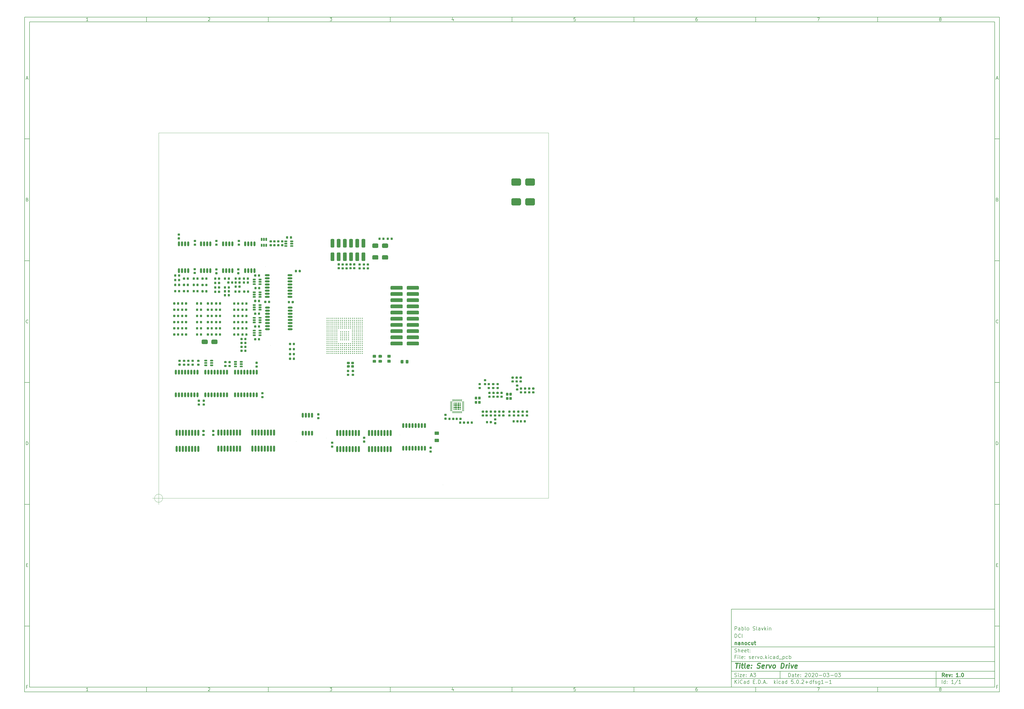
<source format=gbr>
G04 #@! TF.GenerationSoftware,KiCad,Pcbnew,5.0.2+dfsg1-1*
G04 #@! TF.CreationDate,2020-03-06T02:23:56-03:00*
G04 #@! TF.ProjectId,servo,73657276-6f2e-46b6-9963-61645f706362,1.0*
G04 #@! TF.SameCoordinates,PX3dfd240PYc5e32e0*
G04 #@! TF.FileFunction,Paste,Top*
G04 #@! TF.FilePolarity,Positive*
%FSLAX46Y46*%
G04 Gerber Fmt 4.6, Leading zero omitted, Abs format (unit mm)*
G04 Created by KiCad (PCBNEW 5.0.2+dfsg1-1) date Fri 06 Mar 2020 02:23:56 AM -03*
%MOMM*%
%LPD*%
G01*
G04 APERTURE LIST*
%ADD10C,0.100000*%
%ADD11C,0.150000*%
%ADD12C,0.300000*%
%ADD13C,0.400000*%
%ADD14C,1.500000*%
%ADD15C,1.425000*%
%ADD16C,1.150000*%
%ADD17C,3.000000*%
%ADD18O,0.010000X0.010000*%
%ADD19C,0.010000*%
%ADD20C,0.010000*%
%ADD21C,0.875000*%
%ADD22C,1.800000*%
%ADD23C,0.650000*%
%ADD24O,0.800000X2.000000*%
%ADD25O,0.800000X2.500000*%
%ADD26C,0.400000*%
%ADD27C,1.000000*%
%ADD28O,2.000000X0.800000*%
%ADD29C,0.250000*%
%ADD30C,0.318785*%
%ADD31C,0.349614*%
%ADD32C,0.806226*%
G04 APERTURE END LIST*
D10*
D11*
X234989000Y-45502200D02*
X234989000Y-77502200D01*
X342989000Y-77502200D01*
X342989000Y-45502200D01*
X234989000Y-45502200D01*
D10*
D11*
X-55000000Y197500000D02*
X-55000000Y-79502200D01*
X344989000Y-79502200D01*
X344989000Y197500000D01*
X-55000000Y197500000D01*
D10*
D11*
X-53000000Y195500000D02*
X-53000000Y-77502200D01*
X342989000Y-77502200D01*
X342989000Y195500000D01*
X-53000000Y195500000D01*
D10*
D11*
X-5000000Y195500000D02*
X-5000000Y197500000D01*
D10*
D11*
X45000000Y195500000D02*
X45000000Y197500000D01*
D10*
D11*
X95000000Y195500000D02*
X95000000Y197500000D01*
D10*
D11*
X145000000Y195500000D02*
X145000000Y197500000D01*
D10*
D11*
X195000000Y195500000D02*
X195000000Y197500000D01*
D10*
D11*
X245000000Y195500000D02*
X245000000Y197500000D01*
D10*
D11*
X295000000Y195500000D02*
X295000000Y197500000D01*
D10*
D11*
X-28934524Y195911905D02*
X-29677381Y195911905D01*
X-29305953Y195911905D02*
X-29305953Y197211905D01*
X-29429762Y197026191D01*
X-29553572Y196902381D01*
X-29677381Y196840477D01*
D10*
D11*
X20322619Y197088096D02*
X20384523Y197150000D01*
X20508333Y197211905D01*
X20817857Y197211905D01*
X20941666Y197150000D01*
X21003571Y197088096D01*
X21065476Y196964286D01*
X21065476Y196840477D01*
X21003571Y196654762D01*
X20260714Y195911905D01*
X21065476Y195911905D01*
D10*
D11*
X70260714Y197211905D02*
X71065476Y197211905D01*
X70632142Y196716667D01*
X70817857Y196716667D01*
X70941666Y196654762D01*
X71003571Y196592858D01*
X71065476Y196469048D01*
X71065476Y196159524D01*
X71003571Y196035715D01*
X70941666Y195973810D01*
X70817857Y195911905D01*
X70446428Y195911905D01*
X70322619Y195973810D01*
X70260714Y196035715D01*
D10*
D11*
X120941666Y196778572D02*
X120941666Y195911905D01*
X120632142Y197273810D02*
X120322619Y196345239D01*
X121127380Y196345239D01*
D10*
D11*
X171003571Y197211905D02*
X170384523Y197211905D01*
X170322619Y196592858D01*
X170384523Y196654762D01*
X170508333Y196716667D01*
X170817857Y196716667D01*
X170941666Y196654762D01*
X171003571Y196592858D01*
X171065476Y196469048D01*
X171065476Y196159524D01*
X171003571Y196035715D01*
X170941666Y195973810D01*
X170817857Y195911905D01*
X170508333Y195911905D01*
X170384523Y195973810D01*
X170322619Y196035715D01*
D10*
D11*
X220941666Y197211905D02*
X220694047Y197211905D01*
X220570238Y197150000D01*
X220508333Y197088096D01*
X220384523Y196902381D01*
X220322619Y196654762D01*
X220322619Y196159524D01*
X220384523Y196035715D01*
X220446428Y195973810D01*
X220570238Y195911905D01*
X220817857Y195911905D01*
X220941666Y195973810D01*
X221003571Y196035715D01*
X221065476Y196159524D01*
X221065476Y196469048D01*
X221003571Y196592858D01*
X220941666Y196654762D01*
X220817857Y196716667D01*
X220570238Y196716667D01*
X220446428Y196654762D01*
X220384523Y196592858D01*
X220322619Y196469048D01*
D10*
D11*
X270260714Y197211905D02*
X271127380Y197211905D01*
X270570238Y195911905D01*
D10*
D11*
X320570238Y196654762D02*
X320446428Y196716667D01*
X320384523Y196778572D01*
X320322619Y196902381D01*
X320322619Y196964286D01*
X320384523Y197088096D01*
X320446428Y197150000D01*
X320570238Y197211905D01*
X320817857Y197211905D01*
X320941666Y197150000D01*
X321003571Y197088096D01*
X321065476Y196964286D01*
X321065476Y196902381D01*
X321003571Y196778572D01*
X320941666Y196716667D01*
X320817857Y196654762D01*
X320570238Y196654762D01*
X320446428Y196592858D01*
X320384523Y196530953D01*
X320322619Y196407143D01*
X320322619Y196159524D01*
X320384523Y196035715D01*
X320446428Y195973810D01*
X320570238Y195911905D01*
X320817857Y195911905D01*
X320941666Y195973810D01*
X321003571Y196035715D01*
X321065476Y196159524D01*
X321065476Y196407143D01*
X321003571Y196530953D01*
X320941666Y196592858D01*
X320817857Y196654762D01*
D10*
D11*
X-5000000Y-77502200D02*
X-5000000Y-79502200D01*
D10*
D11*
X45000000Y-77502200D02*
X45000000Y-79502200D01*
D10*
D11*
X95000000Y-77502200D02*
X95000000Y-79502200D01*
D10*
D11*
X145000000Y-77502200D02*
X145000000Y-79502200D01*
D10*
D11*
X195000000Y-77502200D02*
X195000000Y-79502200D01*
D10*
D11*
X245000000Y-77502200D02*
X245000000Y-79502200D01*
D10*
D11*
X295000000Y-77502200D02*
X295000000Y-79502200D01*
D10*
D11*
X-28934524Y-79090295D02*
X-29677381Y-79090295D01*
X-29305953Y-79090295D02*
X-29305953Y-77790295D01*
X-29429762Y-77976009D01*
X-29553572Y-78099819D01*
X-29677381Y-78161723D01*
D10*
D11*
X20322619Y-77914104D02*
X20384523Y-77852200D01*
X20508333Y-77790295D01*
X20817857Y-77790295D01*
X20941666Y-77852200D01*
X21003571Y-77914104D01*
X21065476Y-78037914D01*
X21065476Y-78161723D01*
X21003571Y-78347438D01*
X20260714Y-79090295D01*
X21065476Y-79090295D01*
D10*
D11*
X70260714Y-77790295D02*
X71065476Y-77790295D01*
X70632142Y-78285533D01*
X70817857Y-78285533D01*
X70941666Y-78347438D01*
X71003571Y-78409342D01*
X71065476Y-78533152D01*
X71065476Y-78842676D01*
X71003571Y-78966485D01*
X70941666Y-79028390D01*
X70817857Y-79090295D01*
X70446428Y-79090295D01*
X70322619Y-79028390D01*
X70260714Y-78966485D01*
D10*
D11*
X120941666Y-78223628D02*
X120941666Y-79090295D01*
X120632142Y-77728390D02*
X120322619Y-78656961D01*
X121127380Y-78656961D01*
D10*
D11*
X171003571Y-77790295D02*
X170384523Y-77790295D01*
X170322619Y-78409342D01*
X170384523Y-78347438D01*
X170508333Y-78285533D01*
X170817857Y-78285533D01*
X170941666Y-78347438D01*
X171003571Y-78409342D01*
X171065476Y-78533152D01*
X171065476Y-78842676D01*
X171003571Y-78966485D01*
X170941666Y-79028390D01*
X170817857Y-79090295D01*
X170508333Y-79090295D01*
X170384523Y-79028390D01*
X170322619Y-78966485D01*
D10*
D11*
X220941666Y-77790295D02*
X220694047Y-77790295D01*
X220570238Y-77852200D01*
X220508333Y-77914104D01*
X220384523Y-78099819D01*
X220322619Y-78347438D01*
X220322619Y-78842676D01*
X220384523Y-78966485D01*
X220446428Y-79028390D01*
X220570238Y-79090295D01*
X220817857Y-79090295D01*
X220941666Y-79028390D01*
X221003571Y-78966485D01*
X221065476Y-78842676D01*
X221065476Y-78533152D01*
X221003571Y-78409342D01*
X220941666Y-78347438D01*
X220817857Y-78285533D01*
X220570238Y-78285533D01*
X220446428Y-78347438D01*
X220384523Y-78409342D01*
X220322619Y-78533152D01*
D10*
D11*
X270260714Y-77790295D02*
X271127380Y-77790295D01*
X270570238Y-79090295D01*
D10*
D11*
X320570238Y-78347438D02*
X320446428Y-78285533D01*
X320384523Y-78223628D01*
X320322619Y-78099819D01*
X320322619Y-78037914D01*
X320384523Y-77914104D01*
X320446428Y-77852200D01*
X320570238Y-77790295D01*
X320817857Y-77790295D01*
X320941666Y-77852200D01*
X321003571Y-77914104D01*
X321065476Y-78037914D01*
X321065476Y-78099819D01*
X321003571Y-78223628D01*
X320941666Y-78285533D01*
X320817857Y-78347438D01*
X320570238Y-78347438D01*
X320446428Y-78409342D01*
X320384523Y-78471247D01*
X320322619Y-78595057D01*
X320322619Y-78842676D01*
X320384523Y-78966485D01*
X320446428Y-79028390D01*
X320570238Y-79090295D01*
X320817857Y-79090295D01*
X320941666Y-79028390D01*
X321003571Y-78966485D01*
X321065476Y-78842676D01*
X321065476Y-78595057D01*
X321003571Y-78471247D01*
X320941666Y-78409342D01*
X320817857Y-78347438D01*
D10*
D11*
X-55000000Y147500000D02*
X-53000000Y147500000D01*
D10*
D11*
X-55000000Y97500000D02*
X-53000000Y97500000D01*
D10*
D11*
X-55000000Y47500000D02*
X-53000000Y47500000D01*
D10*
D11*
X-55000000Y-2500000D02*
X-53000000Y-2500000D01*
D10*
D11*
X-55000000Y-52500000D02*
X-53000000Y-52500000D01*
D10*
D11*
X-54309524Y172283334D02*
X-53690477Y172283334D01*
X-54433334Y171911905D02*
X-54000000Y173211905D01*
X-53566667Y171911905D01*
D10*
D11*
X-53907143Y122592858D02*
X-53721429Y122530953D01*
X-53659524Y122469048D01*
X-53597620Y122345239D01*
X-53597620Y122159524D01*
X-53659524Y122035715D01*
X-53721429Y121973810D01*
X-53845239Y121911905D01*
X-54340477Y121911905D01*
X-54340477Y123211905D01*
X-53907143Y123211905D01*
X-53783334Y123150000D01*
X-53721429Y123088096D01*
X-53659524Y122964286D01*
X-53659524Y122840477D01*
X-53721429Y122716667D01*
X-53783334Y122654762D01*
X-53907143Y122592858D01*
X-54340477Y122592858D01*
D10*
D11*
X-53597620Y72035715D02*
X-53659524Y71973810D01*
X-53845239Y71911905D01*
X-53969048Y71911905D01*
X-54154762Y71973810D01*
X-54278572Y72097620D01*
X-54340477Y72221429D01*
X-54402381Y72469048D01*
X-54402381Y72654762D01*
X-54340477Y72902381D01*
X-54278572Y73026191D01*
X-54154762Y73150000D01*
X-53969048Y73211905D01*
X-53845239Y73211905D01*
X-53659524Y73150000D01*
X-53597620Y73088096D01*
D10*
D11*
X-54340477Y21911905D02*
X-54340477Y23211905D01*
X-54030953Y23211905D01*
X-53845239Y23150000D01*
X-53721429Y23026191D01*
X-53659524Y22902381D01*
X-53597620Y22654762D01*
X-53597620Y22469048D01*
X-53659524Y22221429D01*
X-53721429Y22097620D01*
X-53845239Y21973810D01*
X-54030953Y21911905D01*
X-54340477Y21911905D01*
D10*
D11*
X-54278572Y-27407142D02*
X-53845239Y-27407142D01*
X-53659524Y-28088095D02*
X-54278572Y-28088095D01*
X-54278572Y-26788095D01*
X-53659524Y-26788095D01*
D10*
D11*
X-53814286Y-77407142D02*
X-54247620Y-77407142D01*
X-54247620Y-78088095D02*
X-54247620Y-76788095D01*
X-53628572Y-76788095D01*
D10*
D11*
X344989000Y147500000D02*
X342989000Y147500000D01*
D10*
D11*
X344989000Y97500000D02*
X342989000Y97500000D01*
D10*
D11*
X344989000Y47500000D02*
X342989000Y47500000D01*
D10*
D11*
X344989000Y-2500000D02*
X342989000Y-2500000D01*
D10*
D11*
X344989000Y-52500000D02*
X342989000Y-52500000D01*
D10*
D11*
X343679476Y172283334D02*
X344298523Y172283334D01*
X343555666Y171911905D02*
X343989000Y173211905D01*
X344422333Y171911905D01*
D10*
D11*
X344081857Y122592858D02*
X344267571Y122530953D01*
X344329476Y122469048D01*
X344391380Y122345239D01*
X344391380Y122159524D01*
X344329476Y122035715D01*
X344267571Y121973810D01*
X344143761Y121911905D01*
X343648523Y121911905D01*
X343648523Y123211905D01*
X344081857Y123211905D01*
X344205666Y123150000D01*
X344267571Y123088096D01*
X344329476Y122964286D01*
X344329476Y122840477D01*
X344267571Y122716667D01*
X344205666Y122654762D01*
X344081857Y122592858D01*
X343648523Y122592858D01*
D10*
D11*
X344391380Y72035715D02*
X344329476Y71973810D01*
X344143761Y71911905D01*
X344019952Y71911905D01*
X343834238Y71973810D01*
X343710428Y72097620D01*
X343648523Y72221429D01*
X343586619Y72469048D01*
X343586619Y72654762D01*
X343648523Y72902381D01*
X343710428Y73026191D01*
X343834238Y73150000D01*
X344019952Y73211905D01*
X344143761Y73211905D01*
X344329476Y73150000D01*
X344391380Y73088096D01*
D10*
D11*
X343648523Y21911905D02*
X343648523Y23211905D01*
X343958047Y23211905D01*
X344143761Y23150000D01*
X344267571Y23026191D01*
X344329476Y22902381D01*
X344391380Y22654762D01*
X344391380Y22469048D01*
X344329476Y22221429D01*
X344267571Y22097620D01*
X344143761Y21973810D01*
X343958047Y21911905D01*
X343648523Y21911905D01*
D10*
D11*
X343710428Y-27407142D02*
X344143761Y-27407142D01*
X344329476Y-28088095D02*
X343710428Y-28088095D01*
X343710428Y-26788095D01*
X344329476Y-26788095D01*
D10*
D11*
X344174714Y-77407142D02*
X343741380Y-77407142D01*
X343741380Y-78088095D02*
X343741380Y-76788095D01*
X344360428Y-76788095D01*
D10*
D11*
X258421142Y-73280771D02*
X258421142Y-71780771D01*
X258778285Y-71780771D01*
X258992571Y-71852200D01*
X259135428Y-71995057D01*
X259206857Y-72137914D01*
X259278285Y-72423628D01*
X259278285Y-72637914D01*
X259206857Y-72923628D01*
X259135428Y-73066485D01*
X258992571Y-73209342D01*
X258778285Y-73280771D01*
X258421142Y-73280771D01*
X260564000Y-73280771D02*
X260564000Y-72495057D01*
X260492571Y-72352200D01*
X260349714Y-72280771D01*
X260064000Y-72280771D01*
X259921142Y-72352200D01*
X260564000Y-73209342D02*
X260421142Y-73280771D01*
X260064000Y-73280771D01*
X259921142Y-73209342D01*
X259849714Y-73066485D01*
X259849714Y-72923628D01*
X259921142Y-72780771D01*
X260064000Y-72709342D01*
X260421142Y-72709342D01*
X260564000Y-72637914D01*
X261064000Y-72280771D02*
X261635428Y-72280771D01*
X261278285Y-71780771D02*
X261278285Y-73066485D01*
X261349714Y-73209342D01*
X261492571Y-73280771D01*
X261635428Y-73280771D01*
X262706857Y-73209342D02*
X262564000Y-73280771D01*
X262278285Y-73280771D01*
X262135428Y-73209342D01*
X262064000Y-73066485D01*
X262064000Y-72495057D01*
X262135428Y-72352200D01*
X262278285Y-72280771D01*
X262564000Y-72280771D01*
X262706857Y-72352200D01*
X262778285Y-72495057D01*
X262778285Y-72637914D01*
X262064000Y-72780771D01*
X263421142Y-73137914D02*
X263492571Y-73209342D01*
X263421142Y-73280771D01*
X263349714Y-73209342D01*
X263421142Y-73137914D01*
X263421142Y-73280771D01*
X263421142Y-72352200D02*
X263492571Y-72423628D01*
X263421142Y-72495057D01*
X263349714Y-72423628D01*
X263421142Y-72352200D01*
X263421142Y-72495057D01*
X265206857Y-71923628D02*
X265278285Y-71852200D01*
X265421142Y-71780771D01*
X265778285Y-71780771D01*
X265921142Y-71852200D01*
X265992571Y-71923628D01*
X266064000Y-72066485D01*
X266064000Y-72209342D01*
X265992571Y-72423628D01*
X265135428Y-73280771D01*
X266064000Y-73280771D01*
X266992571Y-71780771D02*
X267135428Y-71780771D01*
X267278285Y-71852200D01*
X267349714Y-71923628D01*
X267421142Y-72066485D01*
X267492571Y-72352200D01*
X267492571Y-72709342D01*
X267421142Y-72995057D01*
X267349714Y-73137914D01*
X267278285Y-73209342D01*
X267135428Y-73280771D01*
X266992571Y-73280771D01*
X266849714Y-73209342D01*
X266778285Y-73137914D01*
X266706857Y-72995057D01*
X266635428Y-72709342D01*
X266635428Y-72352200D01*
X266706857Y-72066485D01*
X266778285Y-71923628D01*
X266849714Y-71852200D01*
X266992571Y-71780771D01*
X268064000Y-71923628D02*
X268135428Y-71852200D01*
X268278285Y-71780771D01*
X268635428Y-71780771D01*
X268778285Y-71852200D01*
X268849714Y-71923628D01*
X268921142Y-72066485D01*
X268921142Y-72209342D01*
X268849714Y-72423628D01*
X267992571Y-73280771D01*
X268921142Y-73280771D01*
X269849714Y-71780771D02*
X269992571Y-71780771D01*
X270135428Y-71852200D01*
X270206857Y-71923628D01*
X270278285Y-72066485D01*
X270349714Y-72352200D01*
X270349714Y-72709342D01*
X270278285Y-72995057D01*
X270206857Y-73137914D01*
X270135428Y-73209342D01*
X269992571Y-73280771D01*
X269849714Y-73280771D01*
X269706857Y-73209342D01*
X269635428Y-73137914D01*
X269564000Y-72995057D01*
X269492571Y-72709342D01*
X269492571Y-72352200D01*
X269564000Y-72066485D01*
X269635428Y-71923628D01*
X269706857Y-71852200D01*
X269849714Y-71780771D01*
X270992571Y-72709342D02*
X272135428Y-72709342D01*
X273135428Y-71780771D02*
X273278285Y-71780771D01*
X273421142Y-71852200D01*
X273492571Y-71923628D01*
X273564000Y-72066485D01*
X273635428Y-72352200D01*
X273635428Y-72709342D01*
X273564000Y-72995057D01*
X273492571Y-73137914D01*
X273421142Y-73209342D01*
X273278285Y-73280771D01*
X273135428Y-73280771D01*
X272992571Y-73209342D01*
X272921142Y-73137914D01*
X272849714Y-72995057D01*
X272778285Y-72709342D01*
X272778285Y-72352200D01*
X272849714Y-72066485D01*
X272921142Y-71923628D01*
X272992571Y-71852200D01*
X273135428Y-71780771D01*
X274135428Y-71780771D02*
X275064000Y-71780771D01*
X274564000Y-72352200D01*
X274778285Y-72352200D01*
X274921142Y-72423628D01*
X274992571Y-72495057D01*
X275064000Y-72637914D01*
X275064000Y-72995057D01*
X274992571Y-73137914D01*
X274921142Y-73209342D01*
X274778285Y-73280771D01*
X274349714Y-73280771D01*
X274206857Y-73209342D01*
X274135428Y-73137914D01*
X275706857Y-72709342D02*
X276849714Y-72709342D01*
X277849714Y-71780771D02*
X277992571Y-71780771D01*
X278135428Y-71852200D01*
X278206857Y-71923628D01*
X278278285Y-72066485D01*
X278349714Y-72352200D01*
X278349714Y-72709342D01*
X278278285Y-72995057D01*
X278206857Y-73137914D01*
X278135428Y-73209342D01*
X277992571Y-73280771D01*
X277849714Y-73280771D01*
X277706857Y-73209342D01*
X277635428Y-73137914D01*
X277564000Y-72995057D01*
X277492571Y-72709342D01*
X277492571Y-72352200D01*
X277564000Y-72066485D01*
X277635428Y-71923628D01*
X277706857Y-71852200D01*
X277849714Y-71780771D01*
X278849714Y-71780771D02*
X279778285Y-71780771D01*
X279278285Y-72352200D01*
X279492571Y-72352200D01*
X279635428Y-72423628D01*
X279706857Y-72495057D01*
X279778285Y-72637914D01*
X279778285Y-72995057D01*
X279706857Y-73137914D01*
X279635428Y-73209342D01*
X279492571Y-73280771D01*
X279064000Y-73280771D01*
X278921142Y-73209342D01*
X278849714Y-73137914D01*
D10*
D11*
X234989000Y-74002200D02*
X342989000Y-74002200D01*
D10*
D11*
X236421142Y-76080771D02*
X236421142Y-74580771D01*
X237278285Y-76080771D02*
X236635428Y-75223628D01*
X237278285Y-74580771D02*
X236421142Y-75437914D01*
X237921142Y-76080771D02*
X237921142Y-75080771D01*
X237921142Y-74580771D02*
X237849714Y-74652200D01*
X237921142Y-74723628D01*
X237992571Y-74652200D01*
X237921142Y-74580771D01*
X237921142Y-74723628D01*
X239492571Y-75937914D02*
X239421142Y-76009342D01*
X239206857Y-76080771D01*
X239064000Y-76080771D01*
X238849714Y-76009342D01*
X238706857Y-75866485D01*
X238635428Y-75723628D01*
X238564000Y-75437914D01*
X238564000Y-75223628D01*
X238635428Y-74937914D01*
X238706857Y-74795057D01*
X238849714Y-74652200D01*
X239064000Y-74580771D01*
X239206857Y-74580771D01*
X239421142Y-74652200D01*
X239492571Y-74723628D01*
X240778285Y-76080771D02*
X240778285Y-75295057D01*
X240706857Y-75152200D01*
X240564000Y-75080771D01*
X240278285Y-75080771D01*
X240135428Y-75152200D01*
X240778285Y-76009342D02*
X240635428Y-76080771D01*
X240278285Y-76080771D01*
X240135428Y-76009342D01*
X240064000Y-75866485D01*
X240064000Y-75723628D01*
X240135428Y-75580771D01*
X240278285Y-75509342D01*
X240635428Y-75509342D01*
X240778285Y-75437914D01*
X242135428Y-76080771D02*
X242135428Y-74580771D01*
X242135428Y-76009342D02*
X241992571Y-76080771D01*
X241706857Y-76080771D01*
X241564000Y-76009342D01*
X241492571Y-75937914D01*
X241421142Y-75795057D01*
X241421142Y-75366485D01*
X241492571Y-75223628D01*
X241564000Y-75152200D01*
X241706857Y-75080771D01*
X241992571Y-75080771D01*
X242135428Y-75152200D01*
X243992571Y-75295057D02*
X244492571Y-75295057D01*
X244706857Y-76080771D02*
X243992571Y-76080771D01*
X243992571Y-74580771D01*
X244706857Y-74580771D01*
X245349714Y-75937914D02*
X245421142Y-76009342D01*
X245349714Y-76080771D01*
X245278285Y-76009342D01*
X245349714Y-75937914D01*
X245349714Y-76080771D01*
X246064000Y-76080771D02*
X246064000Y-74580771D01*
X246421142Y-74580771D01*
X246635428Y-74652200D01*
X246778285Y-74795057D01*
X246849714Y-74937914D01*
X246921142Y-75223628D01*
X246921142Y-75437914D01*
X246849714Y-75723628D01*
X246778285Y-75866485D01*
X246635428Y-76009342D01*
X246421142Y-76080771D01*
X246064000Y-76080771D01*
X247564000Y-75937914D02*
X247635428Y-76009342D01*
X247564000Y-76080771D01*
X247492571Y-76009342D01*
X247564000Y-75937914D01*
X247564000Y-76080771D01*
X248206857Y-75652200D02*
X248921142Y-75652200D01*
X248064000Y-76080771D02*
X248564000Y-74580771D01*
X249064000Y-76080771D01*
X249564000Y-75937914D02*
X249635428Y-76009342D01*
X249564000Y-76080771D01*
X249492571Y-76009342D01*
X249564000Y-75937914D01*
X249564000Y-76080771D01*
X252564000Y-76080771D02*
X252564000Y-74580771D01*
X252706857Y-75509342D02*
X253135428Y-76080771D01*
X253135428Y-75080771D02*
X252564000Y-75652200D01*
X253778285Y-76080771D02*
X253778285Y-75080771D01*
X253778285Y-74580771D02*
X253706857Y-74652200D01*
X253778285Y-74723628D01*
X253849714Y-74652200D01*
X253778285Y-74580771D01*
X253778285Y-74723628D01*
X255135428Y-76009342D02*
X254992571Y-76080771D01*
X254706857Y-76080771D01*
X254564000Y-76009342D01*
X254492571Y-75937914D01*
X254421142Y-75795057D01*
X254421142Y-75366485D01*
X254492571Y-75223628D01*
X254564000Y-75152200D01*
X254706857Y-75080771D01*
X254992571Y-75080771D01*
X255135428Y-75152200D01*
X256421142Y-76080771D02*
X256421142Y-75295057D01*
X256349714Y-75152200D01*
X256206857Y-75080771D01*
X255921142Y-75080771D01*
X255778285Y-75152200D01*
X256421142Y-76009342D02*
X256278285Y-76080771D01*
X255921142Y-76080771D01*
X255778285Y-76009342D01*
X255706857Y-75866485D01*
X255706857Y-75723628D01*
X255778285Y-75580771D01*
X255921142Y-75509342D01*
X256278285Y-75509342D01*
X256421142Y-75437914D01*
X257778285Y-76080771D02*
X257778285Y-74580771D01*
X257778285Y-76009342D02*
X257635428Y-76080771D01*
X257349714Y-76080771D01*
X257206857Y-76009342D01*
X257135428Y-75937914D01*
X257064000Y-75795057D01*
X257064000Y-75366485D01*
X257135428Y-75223628D01*
X257206857Y-75152200D01*
X257349714Y-75080771D01*
X257635428Y-75080771D01*
X257778285Y-75152200D01*
X260349714Y-74580771D02*
X259635428Y-74580771D01*
X259564000Y-75295057D01*
X259635428Y-75223628D01*
X259778285Y-75152200D01*
X260135428Y-75152200D01*
X260278285Y-75223628D01*
X260349714Y-75295057D01*
X260421142Y-75437914D01*
X260421142Y-75795057D01*
X260349714Y-75937914D01*
X260278285Y-76009342D01*
X260135428Y-76080771D01*
X259778285Y-76080771D01*
X259635428Y-76009342D01*
X259564000Y-75937914D01*
X261064000Y-75937914D02*
X261135428Y-76009342D01*
X261064000Y-76080771D01*
X260992571Y-76009342D01*
X261064000Y-75937914D01*
X261064000Y-76080771D01*
X262064000Y-74580771D02*
X262206857Y-74580771D01*
X262349714Y-74652200D01*
X262421142Y-74723628D01*
X262492571Y-74866485D01*
X262564000Y-75152200D01*
X262564000Y-75509342D01*
X262492571Y-75795057D01*
X262421142Y-75937914D01*
X262349714Y-76009342D01*
X262206857Y-76080771D01*
X262064000Y-76080771D01*
X261921142Y-76009342D01*
X261849714Y-75937914D01*
X261778285Y-75795057D01*
X261706857Y-75509342D01*
X261706857Y-75152200D01*
X261778285Y-74866485D01*
X261849714Y-74723628D01*
X261921142Y-74652200D01*
X262064000Y-74580771D01*
X263206857Y-75937914D02*
X263278285Y-76009342D01*
X263206857Y-76080771D01*
X263135428Y-76009342D01*
X263206857Y-75937914D01*
X263206857Y-76080771D01*
X263849714Y-74723628D02*
X263921142Y-74652200D01*
X264064000Y-74580771D01*
X264421142Y-74580771D01*
X264564000Y-74652200D01*
X264635428Y-74723628D01*
X264706857Y-74866485D01*
X264706857Y-75009342D01*
X264635428Y-75223628D01*
X263778285Y-76080771D01*
X264706857Y-76080771D01*
X265349714Y-75509342D02*
X266492571Y-75509342D01*
X265921142Y-76080771D02*
X265921142Y-74937914D01*
X267849714Y-76080771D02*
X267849714Y-74580771D01*
X267849714Y-76009342D02*
X267706857Y-76080771D01*
X267421142Y-76080771D01*
X267278285Y-76009342D01*
X267206857Y-75937914D01*
X267135428Y-75795057D01*
X267135428Y-75366485D01*
X267206857Y-75223628D01*
X267278285Y-75152200D01*
X267421142Y-75080771D01*
X267706857Y-75080771D01*
X267849714Y-75152200D01*
X268349714Y-75080771D02*
X268921142Y-75080771D01*
X268564000Y-76080771D02*
X268564000Y-74795057D01*
X268635428Y-74652200D01*
X268778285Y-74580771D01*
X268921142Y-74580771D01*
X269349714Y-76009342D02*
X269492571Y-76080771D01*
X269778285Y-76080771D01*
X269921142Y-76009342D01*
X269992571Y-75866485D01*
X269992571Y-75795057D01*
X269921142Y-75652200D01*
X269778285Y-75580771D01*
X269564000Y-75580771D01*
X269421142Y-75509342D01*
X269349714Y-75366485D01*
X269349714Y-75295057D01*
X269421142Y-75152200D01*
X269564000Y-75080771D01*
X269778285Y-75080771D01*
X269921142Y-75152200D01*
X271278285Y-75080771D02*
X271278285Y-76295057D01*
X271206857Y-76437914D01*
X271135428Y-76509342D01*
X270992571Y-76580771D01*
X270778285Y-76580771D01*
X270635428Y-76509342D01*
X271278285Y-76009342D02*
X271135428Y-76080771D01*
X270849714Y-76080771D01*
X270706857Y-76009342D01*
X270635428Y-75937914D01*
X270564000Y-75795057D01*
X270564000Y-75366485D01*
X270635428Y-75223628D01*
X270706857Y-75152200D01*
X270849714Y-75080771D01*
X271135428Y-75080771D01*
X271278285Y-75152200D01*
X272778285Y-76080771D02*
X271921142Y-76080771D01*
X272349714Y-76080771D02*
X272349714Y-74580771D01*
X272206857Y-74795057D01*
X272064000Y-74937914D01*
X271921142Y-75009342D01*
X273421142Y-75509342D02*
X274564000Y-75509342D01*
X276064000Y-76080771D02*
X275206857Y-76080771D01*
X275635428Y-76080771D02*
X275635428Y-74580771D01*
X275492571Y-74795057D01*
X275349714Y-74937914D01*
X275206857Y-75009342D01*
D10*
D11*
X234989000Y-71002200D02*
X342989000Y-71002200D01*
D10*
D12*
X322398285Y-73280771D02*
X321898285Y-72566485D01*
X321541142Y-73280771D02*
X321541142Y-71780771D01*
X322112571Y-71780771D01*
X322255428Y-71852200D01*
X322326857Y-71923628D01*
X322398285Y-72066485D01*
X322398285Y-72280771D01*
X322326857Y-72423628D01*
X322255428Y-72495057D01*
X322112571Y-72566485D01*
X321541142Y-72566485D01*
X323612571Y-73209342D02*
X323469714Y-73280771D01*
X323184000Y-73280771D01*
X323041142Y-73209342D01*
X322969714Y-73066485D01*
X322969714Y-72495057D01*
X323041142Y-72352200D01*
X323184000Y-72280771D01*
X323469714Y-72280771D01*
X323612571Y-72352200D01*
X323684000Y-72495057D01*
X323684000Y-72637914D01*
X322969714Y-72780771D01*
X324184000Y-72280771D02*
X324541142Y-73280771D01*
X324898285Y-72280771D01*
X325469714Y-73137914D02*
X325541142Y-73209342D01*
X325469714Y-73280771D01*
X325398285Y-73209342D01*
X325469714Y-73137914D01*
X325469714Y-73280771D01*
X325469714Y-72352200D02*
X325541142Y-72423628D01*
X325469714Y-72495057D01*
X325398285Y-72423628D01*
X325469714Y-72352200D01*
X325469714Y-72495057D01*
X328112571Y-73280771D02*
X327255428Y-73280771D01*
X327684000Y-73280771D02*
X327684000Y-71780771D01*
X327541142Y-71995057D01*
X327398285Y-72137914D01*
X327255428Y-72209342D01*
X328755428Y-73137914D02*
X328826857Y-73209342D01*
X328755428Y-73280771D01*
X328684000Y-73209342D01*
X328755428Y-73137914D01*
X328755428Y-73280771D01*
X329755428Y-71780771D02*
X329898285Y-71780771D01*
X330041142Y-71852200D01*
X330112571Y-71923628D01*
X330184000Y-72066485D01*
X330255428Y-72352200D01*
X330255428Y-72709342D01*
X330184000Y-72995057D01*
X330112571Y-73137914D01*
X330041142Y-73209342D01*
X329898285Y-73280771D01*
X329755428Y-73280771D01*
X329612571Y-73209342D01*
X329541142Y-73137914D01*
X329469714Y-72995057D01*
X329398285Y-72709342D01*
X329398285Y-72352200D01*
X329469714Y-72066485D01*
X329541142Y-71923628D01*
X329612571Y-71852200D01*
X329755428Y-71780771D01*
D10*
D11*
X236349714Y-73209342D02*
X236564000Y-73280771D01*
X236921142Y-73280771D01*
X237064000Y-73209342D01*
X237135428Y-73137914D01*
X237206857Y-72995057D01*
X237206857Y-72852200D01*
X237135428Y-72709342D01*
X237064000Y-72637914D01*
X236921142Y-72566485D01*
X236635428Y-72495057D01*
X236492571Y-72423628D01*
X236421142Y-72352200D01*
X236349714Y-72209342D01*
X236349714Y-72066485D01*
X236421142Y-71923628D01*
X236492571Y-71852200D01*
X236635428Y-71780771D01*
X236992571Y-71780771D01*
X237206857Y-71852200D01*
X237849714Y-73280771D02*
X237849714Y-72280771D01*
X237849714Y-71780771D02*
X237778285Y-71852200D01*
X237849714Y-71923628D01*
X237921142Y-71852200D01*
X237849714Y-71780771D01*
X237849714Y-71923628D01*
X238421142Y-72280771D02*
X239206857Y-72280771D01*
X238421142Y-73280771D01*
X239206857Y-73280771D01*
X240349714Y-73209342D02*
X240206857Y-73280771D01*
X239921142Y-73280771D01*
X239778285Y-73209342D01*
X239706857Y-73066485D01*
X239706857Y-72495057D01*
X239778285Y-72352200D01*
X239921142Y-72280771D01*
X240206857Y-72280771D01*
X240349714Y-72352200D01*
X240421142Y-72495057D01*
X240421142Y-72637914D01*
X239706857Y-72780771D01*
X241064000Y-73137914D02*
X241135428Y-73209342D01*
X241064000Y-73280771D01*
X240992571Y-73209342D01*
X241064000Y-73137914D01*
X241064000Y-73280771D01*
X241064000Y-72352200D02*
X241135428Y-72423628D01*
X241064000Y-72495057D01*
X240992571Y-72423628D01*
X241064000Y-72352200D01*
X241064000Y-72495057D01*
X242849714Y-72852200D02*
X243564000Y-72852200D01*
X242706857Y-73280771D02*
X243206857Y-71780771D01*
X243706857Y-73280771D01*
X244064000Y-71780771D02*
X244992571Y-71780771D01*
X244492571Y-72352200D01*
X244706857Y-72352200D01*
X244849714Y-72423628D01*
X244921142Y-72495057D01*
X244992571Y-72637914D01*
X244992571Y-72995057D01*
X244921142Y-73137914D01*
X244849714Y-73209342D01*
X244706857Y-73280771D01*
X244278285Y-73280771D01*
X244135428Y-73209342D01*
X244064000Y-73137914D01*
D10*
D11*
X321421142Y-76080771D02*
X321421142Y-74580771D01*
X322778285Y-76080771D02*
X322778285Y-74580771D01*
X322778285Y-76009342D02*
X322635428Y-76080771D01*
X322349714Y-76080771D01*
X322206857Y-76009342D01*
X322135428Y-75937914D01*
X322064000Y-75795057D01*
X322064000Y-75366485D01*
X322135428Y-75223628D01*
X322206857Y-75152200D01*
X322349714Y-75080771D01*
X322635428Y-75080771D01*
X322778285Y-75152200D01*
X323492571Y-75937914D02*
X323564000Y-76009342D01*
X323492571Y-76080771D01*
X323421142Y-76009342D01*
X323492571Y-75937914D01*
X323492571Y-76080771D01*
X323492571Y-75152200D02*
X323564000Y-75223628D01*
X323492571Y-75295057D01*
X323421142Y-75223628D01*
X323492571Y-75152200D01*
X323492571Y-75295057D01*
X326135428Y-76080771D02*
X325278285Y-76080771D01*
X325706857Y-76080771D02*
X325706857Y-74580771D01*
X325564000Y-74795057D01*
X325421142Y-74937914D01*
X325278285Y-75009342D01*
X327849714Y-74509342D02*
X326564000Y-76437914D01*
X329135428Y-76080771D02*
X328278285Y-76080771D01*
X328706857Y-76080771D02*
X328706857Y-74580771D01*
X328564000Y-74795057D01*
X328421142Y-74937914D01*
X328278285Y-75009342D01*
D10*
D11*
X234989000Y-67002200D02*
X342989000Y-67002200D01*
D10*
D13*
X236701380Y-67706961D02*
X237844238Y-67706961D01*
X237022809Y-69706961D02*
X237272809Y-67706961D01*
X238260904Y-69706961D02*
X238427571Y-68373628D01*
X238510904Y-67706961D02*
X238403761Y-67802200D01*
X238487095Y-67897438D01*
X238594238Y-67802200D01*
X238510904Y-67706961D01*
X238487095Y-67897438D01*
X239094238Y-68373628D02*
X239856142Y-68373628D01*
X239463285Y-67706961D02*
X239249000Y-69421247D01*
X239320428Y-69611723D01*
X239499000Y-69706961D01*
X239689476Y-69706961D01*
X240641857Y-69706961D02*
X240463285Y-69611723D01*
X240391857Y-69421247D01*
X240606142Y-67706961D01*
X242177571Y-69611723D02*
X241975190Y-69706961D01*
X241594238Y-69706961D01*
X241415666Y-69611723D01*
X241344238Y-69421247D01*
X241439476Y-68659342D01*
X241558523Y-68468866D01*
X241760904Y-68373628D01*
X242141857Y-68373628D01*
X242320428Y-68468866D01*
X242391857Y-68659342D01*
X242368047Y-68849819D01*
X241391857Y-69040295D01*
X243141857Y-69516485D02*
X243225190Y-69611723D01*
X243118047Y-69706961D01*
X243034714Y-69611723D01*
X243141857Y-69516485D01*
X243118047Y-69706961D01*
X243272809Y-68468866D02*
X243356142Y-68564104D01*
X243249000Y-68659342D01*
X243165666Y-68564104D01*
X243272809Y-68468866D01*
X243249000Y-68659342D01*
X245510904Y-69611723D02*
X245784714Y-69706961D01*
X246260904Y-69706961D01*
X246463285Y-69611723D01*
X246570428Y-69516485D01*
X246689476Y-69326009D01*
X246713285Y-69135533D01*
X246641857Y-68945057D01*
X246558523Y-68849819D01*
X246379952Y-68754580D01*
X246010904Y-68659342D01*
X245832333Y-68564104D01*
X245749000Y-68468866D01*
X245677571Y-68278390D01*
X245701380Y-68087914D01*
X245820428Y-67897438D01*
X245927571Y-67802200D01*
X246129952Y-67706961D01*
X246606142Y-67706961D01*
X246879952Y-67802200D01*
X248272809Y-69611723D02*
X248070428Y-69706961D01*
X247689476Y-69706961D01*
X247510904Y-69611723D01*
X247439476Y-69421247D01*
X247534714Y-68659342D01*
X247653761Y-68468866D01*
X247856142Y-68373628D01*
X248237095Y-68373628D01*
X248415666Y-68468866D01*
X248487095Y-68659342D01*
X248463285Y-68849819D01*
X247487095Y-69040295D01*
X249213285Y-69706961D02*
X249379952Y-68373628D01*
X249332333Y-68754580D02*
X249451380Y-68564104D01*
X249558523Y-68468866D01*
X249760904Y-68373628D01*
X249951380Y-68373628D01*
X250427571Y-68373628D02*
X250737095Y-69706961D01*
X251379952Y-68373628D01*
X252260904Y-69706961D02*
X252082333Y-69611723D01*
X251999000Y-69516485D01*
X251927571Y-69326009D01*
X251999000Y-68754580D01*
X252118047Y-68564104D01*
X252225190Y-68468866D01*
X252427571Y-68373628D01*
X252713285Y-68373628D01*
X252891857Y-68468866D01*
X252975190Y-68564104D01*
X253046619Y-68754580D01*
X252975190Y-69326009D01*
X252856142Y-69516485D01*
X252749000Y-69611723D01*
X252546619Y-69706961D01*
X252260904Y-69706961D01*
X255308523Y-69706961D02*
X255558523Y-67706961D01*
X256034714Y-67706961D01*
X256308523Y-67802200D01*
X256475190Y-67992676D01*
X256546619Y-68183152D01*
X256594238Y-68564104D01*
X256558523Y-68849819D01*
X256415666Y-69230771D01*
X256296619Y-69421247D01*
X256082333Y-69611723D01*
X255784714Y-69706961D01*
X255308523Y-69706961D01*
X257308523Y-69706961D02*
X257475190Y-68373628D01*
X257427571Y-68754580D02*
X257546619Y-68564104D01*
X257653761Y-68468866D01*
X257856142Y-68373628D01*
X258046619Y-68373628D01*
X258546619Y-69706961D02*
X258713285Y-68373628D01*
X258796619Y-67706961D02*
X258689476Y-67802200D01*
X258772809Y-67897438D01*
X258879952Y-67802200D01*
X258796619Y-67706961D01*
X258772809Y-67897438D01*
X259475190Y-68373628D02*
X259784714Y-69706961D01*
X260427571Y-68373628D01*
X261796619Y-69611723D02*
X261594238Y-69706961D01*
X261213285Y-69706961D01*
X261034714Y-69611723D01*
X260963285Y-69421247D01*
X261058523Y-68659342D01*
X261177571Y-68468866D01*
X261379952Y-68373628D01*
X261760904Y-68373628D01*
X261939476Y-68468866D01*
X262010904Y-68659342D01*
X261987095Y-68849819D01*
X261010904Y-69040295D01*
D10*
D11*
X236921142Y-65095057D02*
X236421142Y-65095057D01*
X236421142Y-65880771D02*
X236421142Y-64380771D01*
X237135428Y-64380771D01*
X237706857Y-65880771D02*
X237706857Y-64880771D01*
X237706857Y-64380771D02*
X237635428Y-64452200D01*
X237706857Y-64523628D01*
X237778285Y-64452200D01*
X237706857Y-64380771D01*
X237706857Y-64523628D01*
X238635428Y-65880771D02*
X238492571Y-65809342D01*
X238421142Y-65666485D01*
X238421142Y-64380771D01*
X239778285Y-65809342D02*
X239635428Y-65880771D01*
X239349714Y-65880771D01*
X239206857Y-65809342D01*
X239135428Y-65666485D01*
X239135428Y-65095057D01*
X239206857Y-64952200D01*
X239349714Y-64880771D01*
X239635428Y-64880771D01*
X239778285Y-64952200D01*
X239849714Y-65095057D01*
X239849714Y-65237914D01*
X239135428Y-65380771D01*
X240492571Y-65737914D02*
X240564000Y-65809342D01*
X240492571Y-65880771D01*
X240421142Y-65809342D01*
X240492571Y-65737914D01*
X240492571Y-65880771D01*
X240492571Y-64952200D02*
X240564000Y-65023628D01*
X240492571Y-65095057D01*
X240421142Y-65023628D01*
X240492571Y-64952200D01*
X240492571Y-65095057D01*
X242278285Y-65809342D02*
X242421142Y-65880771D01*
X242706857Y-65880771D01*
X242849714Y-65809342D01*
X242921142Y-65666485D01*
X242921142Y-65595057D01*
X242849714Y-65452200D01*
X242706857Y-65380771D01*
X242492571Y-65380771D01*
X242349714Y-65309342D01*
X242278285Y-65166485D01*
X242278285Y-65095057D01*
X242349714Y-64952200D01*
X242492571Y-64880771D01*
X242706857Y-64880771D01*
X242849714Y-64952200D01*
X244135428Y-65809342D02*
X243992571Y-65880771D01*
X243706857Y-65880771D01*
X243564000Y-65809342D01*
X243492571Y-65666485D01*
X243492571Y-65095057D01*
X243564000Y-64952200D01*
X243706857Y-64880771D01*
X243992571Y-64880771D01*
X244135428Y-64952200D01*
X244206857Y-65095057D01*
X244206857Y-65237914D01*
X243492571Y-65380771D01*
X244849714Y-65880771D02*
X244849714Y-64880771D01*
X244849714Y-65166485D02*
X244921142Y-65023628D01*
X244992571Y-64952200D01*
X245135428Y-64880771D01*
X245278285Y-64880771D01*
X245635428Y-64880771D02*
X245992571Y-65880771D01*
X246349714Y-64880771D01*
X247135428Y-65880771D02*
X246992571Y-65809342D01*
X246921142Y-65737914D01*
X246849714Y-65595057D01*
X246849714Y-65166485D01*
X246921142Y-65023628D01*
X246992571Y-64952200D01*
X247135428Y-64880771D01*
X247349714Y-64880771D01*
X247492571Y-64952200D01*
X247564000Y-65023628D01*
X247635428Y-65166485D01*
X247635428Y-65595057D01*
X247564000Y-65737914D01*
X247492571Y-65809342D01*
X247349714Y-65880771D01*
X247135428Y-65880771D01*
X248278285Y-65737914D02*
X248349714Y-65809342D01*
X248278285Y-65880771D01*
X248206857Y-65809342D01*
X248278285Y-65737914D01*
X248278285Y-65880771D01*
X248992571Y-65880771D02*
X248992571Y-64380771D01*
X249135428Y-65309342D02*
X249564000Y-65880771D01*
X249564000Y-64880771D02*
X248992571Y-65452200D01*
X250206857Y-65880771D02*
X250206857Y-64880771D01*
X250206857Y-64380771D02*
X250135428Y-64452200D01*
X250206857Y-64523628D01*
X250278285Y-64452200D01*
X250206857Y-64380771D01*
X250206857Y-64523628D01*
X251564000Y-65809342D02*
X251421142Y-65880771D01*
X251135428Y-65880771D01*
X250992571Y-65809342D01*
X250921142Y-65737914D01*
X250849714Y-65595057D01*
X250849714Y-65166485D01*
X250921142Y-65023628D01*
X250992571Y-64952200D01*
X251135428Y-64880771D01*
X251421142Y-64880771D01*
X251564000Y-64952200D01*
X252849714Y-65880771D02*
X252849714Y-65095057D01*
X252778285Y-64952200D01*
X252635428Y-64880771D01*
X252349714Y-64880771D01*
X252206857Y-64952200D01*
X252849714Y-65809342D02*
X252706857Y-65880771D01*
X252349714Y-65880771D01*
X252206857Y-65809342D01*
X252135428Y-65666485D01*
X252135428Y-65523628D01*
X252206857Y-65380771D01*
X252349714Y-65309342D01*
X252706857Y-65309342D01*
X252849714Y-65237914D01*
X254206857Y-65880771D02*
X254206857Y-64380771D01*
X254206857Y-65809342D02*
X254064000Y-65880771D01*
X253778285Y-65880771D01*
X253635428Y-65809342D01*
X253564000Y-65737914D01*
X253492571Y-65595057D01*
X253492571Y-65166485D01*
X253564000Y-65023628D01*
X253635428Y-64952200D01*
X253778285Y-64880771D01*
X254064000Y-64880771D01*
X254206857Y-64952200D01*
X254564000Y-66023628D02*
X255706857Y-66023628D01*
X256064000Y-64880771D02*
X256064000Y-66380771D01*
X256064000Y-64952200D02*
X256206857Y-64880771D01*
X256492571Y-64880771D01*
X256635428Y-64952200D01*
X256706857Y-65023628D01*
X256778285Y-65166485D01*
X256778285Y-65595057D01*
X256706857Y-65737914D01*
X256635428Y-65809342D01*
X256492571Y-65880771D01*
X256206857Y-65880771D01*
X256064000Y-65809342D01*
X258064000Y-65809342D02*
X257921142Y-65880771D01*
X257635428Y-65880771D01*
X257492571Y-65809342D01*
X257421142Y-65737914D01*
X257349714Y-65595057D01*
X257349714Y-65166485D01*
X257421142Y-65023628D01*
X257492571Y-64952200D01*
X257635428Y-64880771D01*
X257921142Y-64880771D01*
X258064000Y-64952200D01*
X258706857Y-65880771D02*
X258706857Y-64380771D01*
X258706857Y-64952200D02*
X258849714Y-64880771D01*
X259135428Y-64880771D01*
X259278285Y-64952200D01*
X259349714Y-65023628D01*
X259421142Y-65166485D01*
X259421142Y-65595057D01*
X259349714Y-65737914D01*
X259278285Y-65809342D01*
X259135428Y-65880771D01*
X258849714Y-65880771D01*
X258706857Y-65809342D01*
D10*
D11*
X234989000Y-61002200D02*
X342989000Y-61002200D01*
D10*
D11*
X236349714Y-63109342D02*
X236564000Y-63180771D01*
X236921142Y-63180771D01*
X237064000Y-63109342D01*
X237135428Y-63037914D01*
X237206857Y-62895057D01*
X237206857Y-62752200D01*
X237135428Y-62609342D01*
X237064000Y-62537914D01*
X236921142Y-62466485D01*
X236635428Y-62395057D01*
X236492571Y-62323628D01*
X236421142Y-62252200D01*
X236349714Y-62109342D01*
X236349714Y-61966485D01*
X236421142Y-61823628D01*
X236492571Y-61752200D01*
X236635428Y-61680771D01*
X236992571Y-61680771D01*
X237206857Y-61752200D01*
X237849714Y-63180771D02*
X237849714Y-61680771D01*
X238492571Y-63180771D02*
X238492571Y-62395057D01*
X238421142Y-62252200D01*
X238278285Y-62180771D01*
X238064000Y-62180771D01*
X237921142Y-62252200D01*
X237849714Y-62323628D01*
X239778285Y-63109342D02*
X239635428Y-63180771D01*
X239349714Y-63180771D01*
X239206857Y-63109342D01*
X239135428Y-62966485D01*
X239135428Y-62395057D01*
X239206857Y-62252200D01*
X239349714Y-62180771D01*
X239635428Y-62180771D01*
X239778285Y-62252200D01*
X239849714Y-62395057D01*
X239849714Y-62537914D01*
X239135428Y-62680771D01*
X241064000Y-63109342D02*
X240921142Y-63180771D01*
X240635428Y-63180771D01*
X240492571Y-63109342D01*
X240421142Y-62966485D01*
X240421142Y-62395057D01*
X240492571Y-62252200D01*
X240635428Y-62180771D01*
X240921142Y-62180771D01*
X241064000Y-62252200D01*
X241135428Y-62395057D01*
X241135428Y-62537914D01*
X240421142Y-62680771D01*
X241564000Y-62180771D02*
X242135428Y-62180771D01*
X241778285Y-61680771D02*
X241778285Y-62966485D01*
X241849714Y-63109342D01*
X241992571Y-63180771D01*
X242135428Y-63180771D01*
X242635428Y-63037914D02*
X242706857Y-63109342D01*
X242635428Y-63180771D01*
X242564000Y-63109342D01*
X242635428Y-63037914D01*
X242635428Y-63180771D01*
X242635428Y-62252200D02*
X242706857Y-62323628D01*
X242635428Y-62395057D01*
X242564000Y-62323628D01*
X242635428Y-62252200D01*
X242635428Y-62395057D01*
D10*
D12*
X236541142Y-59180771D02*
X236541142Y-60180771D01*
X236541142Y-59323628D02*
X236612571Y-59252200D01*
X236755428Y-59180771D01*
X236969714Y-59180771D01*
X237112571Y-59252200D01*
X237184000Y-59395057D01*
X237184000Y-60180771D01*
X238541142Y-60180771D02*
X238541142Y-59395057D01*
X238469714Y-59252200D01*
X238326857Y-59180771D01*
X238041142Y-59180771D01*
X237898285Y-59252200D01*
X238541142Y-60109342D02*
X238398285Y-60180771D01*
X238041142Y-60180771D01*
X237898285Y-60109342D01*
X237826857Y-59966485D01*
X237826857Y-59823628D01*
X237898285Y-59680771D01*
X238041142Y-59609342D01*
X238398285Y-59609342D01*
X238541142Y-59537914D01*
X239255428Y-59180771D02*
X239255428Y-60180771D01*
X239255428Y-59323628D02*
X239326857Y-59252200D01*
X239469714Y-59180771D01*
X239684000Y-59180771D01*
X239826857Y-59252200D01*
X239898285Y-59395057D01*
X239898285Y-60180771D01*
X240826857Y-60180771D02*
X240684000Y-60109342D01*
X240612571Y-60037914D01*
X240541142Y-59895057D01*
X240541142Y-59466485D01*
X240612571Y-59323628D01*
X240684000Y-59252200D01*
X240826857Y-59180771D01*
X241041142Y-59180771D01*
X241184000Y-59252200D01*
X241255428Y-59323628D01*
X241326857Y-59466485D01*
X241326857Y-59895057D01*
X241255428Y-60037914D01*
X241184000Y-60109342D01*
X241041142Y-60180771D01*
X240826857Y-60180771D01*
X242612571Y-60109342D02*
X242469714Y-60180771D01*
X242184000Y-60180771D01*
X242041142Y-60109342D01*
X241969714Y-60037914D01*
X241898285Y-59895057D01*
X241898285Y-59466485D01*
X241969714Y-59323628D01*
X242041142Y-59252200D01*
X242184000Y-59180771D01*
X242469714Y-59180771D01*
X242612571Y-59252200D01*
X243898285Y-59180771D02*
X243898285Y-60180771D01*
X243255428Y-59180771D02*
X243255428Y-59966485D01*
X243326857Y-60109342D01*
X243469714Y-60180771D01*
X243684000Y-60180771D01*
X243826857Y-60109342D01*
X243898285Y-60037914D01*
X244398285Y-59180771D02*
X244969714Y-59180771D01*
X244612571Y-58680771D02*
X244612571Y-59966485D01*
X244684000Y-60109342D01*
X244826857Y-60180771D01*
X244969714Y-60180771D01*
D10*
D11*
X236421142Y-57180771D02*
X236421142Y-55680771D01*
X236778285Y-55680771D01*
X236992571Y-55752200D01*
X237135428Y-55895057D01*
X237206857Y-56037914D01*
X237278285Y-56323628D01*
X237278285Y-56537914D01*
X237206857Y-56823628D01*
X237135428Y-56966485D01*
X236992571Y-57109342D01*
X236778285Y-57180771D01*
X236421142Y-57180771D01*
X238778285Y-57037914D02*
X238706857Y-57109342D01*
X238492571Y-57180771D01*
X238349714Y-57180771D01*
X238135428Y-57109342D01*
X237992571Y-56966485D01*
X237921142Y-56823628D01*
X237849714Y-56537914D01*
X237849714Y-56323628D01*
X237921142Y-56037914D01*
X237992571Y-55895057D01*
X238135428Y-55752200D01*
X238349714Y-55680771D01*
X238492571Y-55680771D01*
X238706857Y-55752200D01*
X238778285Y-55823628D01*
X239421142Y-57180771D02*
X239421142Y-55680771D01*
D10*
D11*
X236421142Y-54180771D02*
X236421142Y-52680771D01*
X236992571Y-52680771D01*
X237135428Y-52752200D01*
X237206857Y-52823628D01*
X237278285Y-52966485D01*
X237278285Y-53180771D01*
X237206857Y-53323628D01*
X237135428Y-53395057D01*
X236992571Y-53466485D01*
X236421142Y-53466485D01*
X238564000Y-54180771D02*
X238564000Y-53395057D01*
X238492571Y-53252200D01*
X238349714Y-53180771D01*
X238064000Y-53180771D01*
X237921142Y-53252200D01*
X238564000Y-54109342D02*
X238421142Y-54180771D01*
X238064000Y-54180771D01*
X237921142Y-54109342D01*
X237849714Y-53966485D01*
X237849714Y-53823628D01*
X237921142Y-53680771D01*
X238064000Y-53609342D01*
X238421142Y-53609342D01*
X238564000Y-53537914D01*
X239278285Y-54180771D02*
X239278285Y-52680771D01*
X239278285Y-53252200D02*
X239421142Y-53180771D01*
X239706857Y-53180771D01*
X239849714Y-53252200D01*
X239921142Y-53323628D01*
X239992571Y-53466485D01*
X239992571Y-53895057D01*
X239921142Y-54037914D01*
X239849714Y-54109342D01*
X239706857Y-54180771D01*
X239421142Y-54180771D01*
X239278285Y-54109342D01*
X240849714Y-54180771D02*
X240706857Y-54109342D01*
X240635428Y-53966485D01*
X240635428Y-52680771D01*
X241635428Y-54180771D02*
X241492571Y-54109342D01*
X241421142Y-54037914D01*
X241349714Y-53895057D01*
X241349714Y-53466485D01*
X241421142Y-53323628D01*
X241492571Y-53252200D01*
X241635428Y-53180771D01*
X241849714Y-53180771D01*
X241992571Y-53252200D01*
X242064000Y-53323628D01*
X242135428Y-53466485D01*
X242135428Y-53895057D01*
X242064000Y-54037914D01*
X241992571Y-54109342D01*
X241849714Y-54180771D01*
X241635428Y-54180771D01*
X243849714Y-54109342D02*
X244064000Y-54180771D01*
X244421142Y-54180771D01*
X244564000Y-54109342D01*
X244635428Y-54037914D01*
X244706857Y-53895057D01*
X244706857Y-53752200D01*
X244635428Y-53609342D01*
X244564000Y-53537914D01*
X244421142Y-53466485D01*
X244135428Y-53395057D01*
X243992571Y-53323628D01*
X243921142Y-53252200D01*
X243849714Y-53109342D01*
X243849714Y-52966485D01*
X243921142Y-52823628D01*
X243992571Y-52752200D01*
X244135428Y-52680771D01*
X244492571Y-52680771D01*
X244706857Y-52752200D01*
X245564000Y-54180771D02*
X245421142Y-54109342D01*
X245349714Y-53966485D01*
X245349714Y-52680771D01*
X246778285Y-54180771D02*
X246778285Y-53395057D01*
X246706857Y-53252200D01*
X246564000Y-53180771D01*
X246278285Y-53180771D01*
X246135428Y-53252200D01*
X246778285Y-54109342D02*
X246635428Y-54180771D01*
X246278285Y-54180771D01*
X246135428Y-54109342D01*
X246064000Y-53966485D01*
X246064000Y-53823628D01*
X246135428Y-53680771D01*
X246278285Y-53609342D01*
X246635428Y-53609342D01*
X246778285Y-53537914D01*
X247349714Y-53180771D02*
X247706857Y-54180771D01*
X248064000Y-53180771D01*
X248635428Y-54180771D02*
X248635428Y-52680771D01*
X248778285Y-53609342D02*
X249206857Y-54180771D01*
X249206857Y-53180771D02*
X248635428Y-53752200D01*
X249849714Y-54180771D02*
X249849714Y-53180771D01*
X249849714Y-52680771D02*
X249778285Y-52752200D01*
X249849714Y-52823628D01*
X249921142Y-52752200D01*
X249849714Y-52680771D01*
X249849714Y-52823628D01*
X250564000Y-53180771D02*
X250564000Y-54180771D01*
X250564000Y-53323628D02*
X250635428Y-53252200D01*
X250778285Y-53180771D01*
X250992571Y-53180771D01*
X251135428Y-53252200D01*
X251206857Y-53395057D01*
X251206857Y-54180771D01*
D10*
D11*
X254989000Y-71002200D02*
X254989000Y-74002200D01*
D10*
D11*
X318989000Y-71002200D02*
X318989000Y-77502200D01*
D10*
X1666666Y0D02*
G75*
G03X1666666Y0I-1666666J0D01*
G01*
X-2500000Y0D02*
X2500000Y0D01*
X0Y2500000D02*
X0Y-2500000D01*
X160000000Y0D02*
X0Y0D01*
X160000000Y150000000D02*
X160000000Y0D01*
X0Y150000000D02*
X160000000Y150000000D01*
X0Y0D02*
X0Y150000000D01*
G04 #@! TO.C,J1401*
G36*
X99801756Y87108194D02*
X99838159Y87102794D01*
X99873857Y87093853D01*
X99908506Y87081455D01*
X99941774Y87065720D01*
X99973339Y87046801D01*
X100002897Y87024879D01*
X100030165Y87000165D01*
X100054879Y86972897D01*
X100076801Y86943339D01*
X100095720Y86911774D01*
X100111455Y86878506D01*
X100123853Y86843857D01*
X100132794Y86808159D01*
X100138194Y86771756D01*
X100140000Y86735000D01*
X100140000Y85985000D01*
X100138194Y85948244D01*
X100132794Y85911841D01*
X100123853Y85876143D01*
X100111455Y85841494D01*
X100095720Y85808226D01*
X100076801Y85776661D01*
X100054879Y85747103D01*
X100030165Y85719835D01*
X100002897Y85695121D01*
X99973339Y85673199D01*
X99941774Y85654280D01*
X99908506Y85638545D01*
X99873857Y85626147D01*
X99838159Y85617206D01*
X99801756Y85611806D01*
X99765000Y85610000D01*
X95515000Y85610000D01*
X95478244Y85611806D01*
X95441841Y85617206D01*
X95406143Y85626147D01*
X95371494Y85638545D01*
X95338226Y85654280D01*
X95306661Y85673199D01*
X95277103Y85695121D01*
X95249835Y85719835D01*
X95225121Y85747103D01*
X95203199Y85776661D01*
X95184280Y85808226D01*
X95168545Y85841494D01*
X95156147Y85876143D01*
X95147206Y85911841D01*
X95141806Y85948244D01*
X95140000Y85985000D01*
X95140000Y86735000D01*
X95141806Y86771756D01*
X95147206Y86808159D01*
X95156147Y86843857D01*
X95168545Y86878506D01*
X95184280Y86911774D01*
X95203199Y86943339D01*
X95225121Y86972897D01*
X95249835Y87000165D01*
X95277103Y87024879D01*
X95306661Y87046801D01*
X95338226Y87065720D01*
X95371494Y87081455D01*
X95406143Y87093853D01*
X95441841Y87102794D01*
X95478244Y87108194D01*
X95515000Y87110000D01*
X99765000Y87110000D01*
X99801756Y87108194D01*
X99801756Y87108194D01*
G37*
D14*
X97640000Y86360000D03*
D10*
G36*
X106451756Y87108194D02*
X106488159Y87102794D01*
X106523857Y87093853D01*
X106558506Y87081455D01*
X106591774Y87065720D01*
X106623339Y87046801D01*
X106652897Y87024879D01*
X106680165Y87000165D01*
X106704879Y86972897D01*
X106726801Y86943339D01*
X106745720Y86911774D01*
X106761455Y86878506D01*
X106773853Y86843857D01*
X106782794Y86808159D01*
X106788194Y86771756D01*
X106790000Y86735000D01*
X106790000Y85985000D01*
X106788194Y85948244D01*
X106782794Y85911841D01*
X106773853Y85876143D01*
X106761455Y85841494D01*
X106745720Y85808226D01*
X106726801Y85776661D01*
X106704879Y85747103D01*
X106680165Y85719835D01*
X106652897Y85695121D01*
X106623339Y85673199D01*
X106591774Y85654280D01*
X106558506Y85638545D01*
X106523857Y85626147D01*
X106488159Y85617206D01*
X106451756Y85611806D01*
X106415000Y85610000D01*
X102165000Y85610000D01*
X102128244Y85611806D01*
X102091841Y85617206D01*
X102056143Y85626147D01*
X102021494Y85638545D01*
X101988226Y85654280D01*
X101956661Y85673199D01*
X101927103Y85695121D01*
X101899835Y85719835D01*
X101875121Y85747103D01*
X101853199Y85776661D01*
X101834280Y85808226D01*
X101818545Y85841494D01*
X101806147Y85876143D01*
X101797206Y85911841D01*
X101791806Y85948244D01*
X101790000Y85985000D01*
X101790000Y86735000D01*
X101791806Y86771756D01*
X101797206Y86808159D01*
X101806147Y86843857D01*
X101818545Y86878506D01*
X101834280Y86911774D01*
X101853199Y86943339D01*
X101875121Y86972897D01*
X101899835Y87000165D01*
X101927103Y87024879D01*
X101956661Y87046801D01*
X101988226Y87065720D01*
X102021494Y87081455D01*
X102056143Y87093853D01*
X102091841Y87102794D01*
X102128244Y87108194D01*
X102165000Y87110000D01*
X106415000Y87110000D01*
X106451756Y87108194D01*
X106451756Y87108194D01*
G37*
D14*
X104290000Y86360000D03*
D10*
G36*
X99801756Y84568194D02*
X99838159Y84562794D01*
X99873857Y84553853D01*
X99908506Y84541455D01*
X99941774Y84525720D01*
X99973339Y84506801D01*
X100002897Y84484879D01*
X100030165Y84460165D01*
X100054879Y84432897D01*
X100076801Y84403339D01*
X100095720Y84371774D01*
X100111455Y84338506D01*
X100123853Y84303857D01*
X100132794Y84268159D01*
X100138194Y84231756D01*
X100140000Y84195000D01*
X100140000Y83445000D01*
X100138194Y83408244D01*
X100132794Y83371841D01*
X100123853Y83336143D01*
X100111455Y83301494D01*
X100095720Y83268226D01*
X100076801Y83236661D01*
X100054879Y83207103D01*
X100030165Y83179835D01*
X100002897Y83155121D01*
X99973339Y83133199D01*
X99941774Y83114280D01*
X99908506Y83098545D01*
X99873857Y83086147D01*
X99838159Y83077206D01*
X99801756Y83071806D01*
X99765000Y83070000D01*
X95515000Y83070000D01*
X95478244Y83071806D01*
X95441841Y83077206D01*
X95406143Y83086147D01*
X95371494Y83098545D01*
X95338226Y83114280D01*
X95306661Y83133199D01*
X95277103Y83155121D01*
X95249835Y83179835D01*
X95225121Y83207103D01*
X95203199Y83236661D01*
X95184280Y83268226D01*
X95168545Y83301494D01*
X95156147Y83336143D01*
X95147206Y83371841D01*
X95141806Y83408244D01*
X95140000Y83445000D01*
X95140000Y84195000D01*
X95141806Y84231756D01*
X95147206Y84268159D01*
X95156147Y84303857D01*
X95168545Y84338506D01*
X95184280Y84371774D01*
X95203199Y84403339D01*
X95225121Y84432897D01*
X95249835Y84460165D01*
X95277103Y84484879D01*
X95306661Y84506801D01*
X95338226Y84525720D01*
X95371494Y84541455D01*
X95406143Y84553853D01*
X95441841Y84562794D01*
X95478244Y84568194D01*
X95515000Y84570000D01*
X99765000Y84570000D01*
X99801756Y84568194D01*
X99801756Y84568194D01*
G37*
D14*
X97640000Y83820000D03*
D10*
G36*
X106451756Y84568194D02*
X106488159Y84562794D01*
X106523857Y84553853D01*
X106558506Y84541455D01*
X106591774Y84525720D01*
X106623339Y84506801D01*
X106652897Y84484879D01*
X106680165Y84460165D01*
X106704879Y84432897D01*
X106726801Y84403339D01*
X106745720Y84371774D01*
X106761455Y84338506D01*
X106773853Y84303857D01*
X106782794Y84268159D01*
X106788194Y84231756D01*
X106790000Y84195000D01*
X106790000Y83445000D01*
X106788194Y83408244D01*
X106782794Y83371841D01*
X106773853Y83336143D01*
X106761455Y83301494D01*
X106745720Y83268226D01*
X106726801Y83236661D01*
X106704879Y83207103D01*
X106680165Y83179835D01*
X106652897Y83155121D01*
X106623339Y83133199D01*
X106591774Y83114280D01*
X106558506Y83098545D01*
X106523857Y83086147D01*
X106488159Y83077206D01*
X106451756Y83071806D01*
X106415000Y83070000D01*
X102165000Y83070000D01*
X102128244Y83071806D01*
X102091841Y83077206D01*
X102056143Y83086147D01*
X102021494Y83098545D01*
X101988226Y83114280D01*
X101956661Y83133199D01*
X101927103Y83155121D01*
X101899835Y83179835D01*
X101875121Y83207103D01*
X101853199Y83236661D01*
X101834280Y83268226D01*
X101818545Y83301494D01*
X101806147Y83336143D01*
X101797206Y83371841D01*
X101791806Y83408244D01*
X101790000Y83445000D01*
X101790000Y84195000D01*
X101791806Y84231756D01*
X101797206Y84268159D01*
X101806147Y84303857D01*
X101818545Y84338506D01*
X101834280Y84371774D01*
X101853199Y84403339D01*
X101875121Y84432897D01*
X101899835Y84460165D01*
X101927103Y84484879D01*
X101956661Y84506801D01*
X101988226Y84525720D01*
X102021494Y84541455D01*
X102056143Y84553853D01*
X102091841Y84562794D01*
X102128244Y84568194D01*
X102165000Y84570000D01*
X106415000Y84570000D01*
X106451756Y84568194D01*
X106451756Y84568194D01*
G37*
D14*
X104290000Y83820000D03*
D10*
G36*
X99801756Y82028194D02*
X99838159Y82022794D01*
X99873857Y82013853D01*
X99908506Y82001455D01*
X99941774Y81985720D01*
X99973339Y81966801D01*
X100002897Y81944879D01*
X100030165Y81920165D01*
X100054879Y81892897D01*
X100076801Y81863339D01*
X100095720Y81831774D01*
X100111455Y81798506D01*
X100123853Y81763857D01*
X100132794Y81728159D01*
X100138194Y81691756D01*
X100140000Y81655000D01*
X100140000Y80905000D01*
X100138194Y80868244D01*
X100132794Y80831841D01*
X100123853Y80796143D01*
X100111455Y80761494D01*
X100095720Y80728226D01*
X100076801Y80696661D01*
X100054879Y80667103D01*
X100030165Y80639835D01*
X100002897Y80615121D01*
X99973339Y80593199D01*
X99941774Y80574280D01*
X99908506Y80558545D01*
X99873857Y80546147D01*
X99838159Y80537206D01*
X99801756Y80531806D01*
X99765000Y80530000D01*
X95515000Y80530000D01*
X95478244Y80531806D01*
X95441841Y80537206D01*
X95406143Y80546147D01*
X95371494Y80558545D01*
X95338226Y80574280D01*
X95306661Y80593199D01*
X95277103Y80615121D01*
X95249835Y80639835D01*
X95225121Y80667103D01*
X95203199Y80696661D01*
X95184280Y80728226D01*
X95168545Y80761494D01*
X95156147Y80796143D01*
X95147206Y80831841D01*
X95141806Y80868244D01*
X95140000Y80905000D01*
X95140000Y81655000D01*
X95141806Y81691756D01*
X95147206Y81728159D01*
X95156147Y81763857D01*
X95168545Y81798506D01*
X95184280Y81831774D01*
X95203199Y81863339D01*
X95225121Y81892897D01*
X95249835Y81920165D01*
X95277103Y81944879D01*
X95306661Y81966801D01*
X95338226Y81985720D01*
X95371494Y82001455D01*
X95406143Y82013853D01*
X95441841Y82022794D01*
X95478244Y82028194D01*
X95515000Y82030000D01*
X99765000Y82030000D01*
X99801756Y82028194D01*
X99801756Y82028194D01*
G37*
D14*
X97640000Y81280000D03*
D10*
G36*
X106451756Y82028194D02*
X106488159Y82022794D01*
X106523857Y82013853D01*
X106558506Y82001455D01*
X106591774Y81985720D01*
X106623339Y81966801D01*
X106652897Y81944879D01*
X106680165Y81920165D01*
X106704879Y81892897D01*
X106726801Y81863339D01*
X106745720Y81831774D01*
X106761455Y81798506D01*
X106773853Y81763857D01*
X106782794Y81728159D01*
X106788194Y81691756D01*
X106790000Y81655000D01*
X106790000Y80905000D01*
X106788194Y80868244D01*
X106782794Y80831841D01*
X106773853Y80796143D01*
X106761455Y80761494D01*
X106745720Y80728226D01*
X106726801Y80696661D01*
X106704879Y80667103D01*
X106680165Y80639835D01*
X106652897Y80615121D01*
X106623339Y80593199D01*
X106591774Y80574280D01*
X106558506Y80558545D01*
X106523857Y80546147D01*
X106488159Y80537206D01*
X106451756Y80531806D01*
X106415000Y80530000D01*
X102165000Y80530000D01*
X102128244Y80531806D01*
X102091841Y80537206D01*
X102056143Y80546147D01*
X102021494Y80558545D01*
X101988226Y80574280D01*
X101956661Y80593199D01*
X101927103Y80615121D01*
X101899835Y80639835D01*
X101875121Y80667103D01*
X101853199Y80696661D01*
X101834280Y80728226D01*
X101818545Y80761494D01*
X101806147Y80796143D01*
X101797206Y80831841D01*
X101791806Y80868244D01*
X101790000Y80905000D01*
X101790000Y81655000D01*
X101791806Y81691756D01*
X101797206Y81728159D01*
X101806147Y81763857D01*
X101818545Y81798506D01*
X101834280Y81831774D01*
X101853199Y81863339D01*
X101875121Y81892897D01*
X101899835Y81920165D01*
X101927103Y81944879D01*
X101956661Y81966801D01*
X101988226Y81985720D01*
X102021494Y82001455D01*
X102056143Y82013853D01*
X102091841Y82022794D01*
X102128244Y82028194D01*
X102165000Y82030000D01*
X106415000Y82030000D01*
X106451756Y82028194D01*
X106451756Y82028194D01*
G37*
D14*
X104290000Y81280000D03*
D10*
G36*
X99801756Y79488194D02*
X99838159Y79482794D01*
X99873857Y79473853D01*
X99908506Y79461455D01*
X99941774Y79445720D01*
X99973339Y79426801D01*
X100002897Y79404879D01*
X100030165Y79380165D01*
X100054879Y79352897D01*
X100076801Y79323339D01*
X100095720Y79291774D01*
X100111455Y79258506D01*
X100123853Y79223857D01*
X100132794Y79188159D01*
X100138194Y79151756D01*
X100140000Y79115000D01*
X100140000Y78365000D01*
X100138194Y78328244D01*
X100132794Y78291841D01*
X100123853Y78256143D01*
X100111455Y78221494D01*
X100095720Y78188226D01*
X100076801Y78156661D01*
X100054879Y78127103D01*
X100030165Y78099835D01*
X100002897Y78075121D01*
X99973339Y78053199D01*
X99941774Y78034280D01*
X99908506Y78018545D01*
X99873857Y78006147D01*
X99838159Y77997206D01*
X99801756Y77991806D01*
X99765000Y77990000D01*
X95515000Y77990000D01*
X95478244Y77991806D01*
X95441841Y77997206D01*
X95406143Y78006147D01*
X95371494Y78018545D01*
X95338226Y78034280D01*
X95306661Y78053199D01*
X95277103Y78075121D01*
X95249835Y78099835D01*
X95225121Y78127103D01*
X95203199Y78156661D01*
X95184280Y78188226D01*
X95168545Y78221494D01*
X95156147Y78256143D01*
X95147206Y78291841D01*
X95141806Y78328244D01*
X95140000Y78365000D01*
X95140000Y79115000D01*
X95141806Y79151756D01*
X95147206Y79188159D01*
X95156147Y79223857D01*
X95168545Y79258506D01*
X95184280Y79291774D01*
X95203199Y79323339D01*
X95225121Y79352897D01*
X95249835Y79380165D01*
X95277103Y79404879D01*
X95306661Y79426801D01*
X95338226Y79445720D01*
X95371494Y79461455D01*
X95406143Y79473853D01*
X95441841Y79482794D01*
X95478244Y79488194D01*
X95515000Y79490000D01*
X99765000Y79490000D01*
X99801756Y79488194D01*
X99801756Y79488194D01*
G37*
D14*
X97640000Y78740000D03*
D10*
G36*
X106451756Y79488194D02*
X106488159Y79482794D01*
X106523857Y79473853D01*
X106558506Y79461455D01*
X106591774Y79445720D01*
X106623339Y79426801D01*
X106652897Y79404879D01*
X106680165Y79380165D01*
X106704879Y79352897D01*
X106726801Y79323339D01*
X106745720Y79291774D01*
X106761455Y79258506D01*
X106773853Y79223857D01*
X106782794Y79188159D01*
X106788194Y79151756D01*
X106790000Y79115000D01*
X106790000Y78365000D01*
X106788194Y78328244D01*
X106782794Y78291841D01*
X106773853Y78256143D01*
X106761455Y78221494D01*
X106745720Y78188226D01*
X106726801Y78156661D01*
X106704879Y78127103D01*
X106680165Y78099835D01*
X106652897Y78075121D01*
X106623339Y78053199D01*
X106591774Y78034280D01*
X106558506Y78018545D01*
X106523857Y78006147D01*
X106488159Y77997206D01*
X106451756Y77991806D01*
X106415000Y77990000D01*
X102165000Y77990000D01*
X102128244Y77991806D01*
X102091841Y77997206D01*
X102056143Y78006147D01*
X102021494Y78018545D01*
X101988226Y78034280D01*
X101956661Y78053199D01*
X101927103Y78075121D01*
X101899835Y78099835D01*
X101875121Y78127103D01*
X101853199Y78156661D01*
X101834280Y78188226D01*
X101818545Y78221494D01*
X101806147Y78256143D01*
X101797206Y78291841D01*
X101791806Y78328244D01*
X101790000Y78365000D01*
X101790000Y79115000D01*
X101791806Y79151756D01*
X101797206Y79188159D01*
X101806147Y79223857D01*
X101818545Y79258506D01*
X101834280Y79291774D01*
X101853199Y79323339D01*
X101875121Y79352897D01*
X101899835Y79380165D01*
X101927103Y79404879D01*
X101956661Y79426801D01*
X101988226Y79445720D01*
X102021494Y79461455D01*
X102056143Y79473853D01*
X102091841Y79482794D01*
X102128244Y79488194D01*
X102165000Y79490000D01*
X106415000Y79490000D01*
X106451756Y79488194D01*
X106451756Y79488194D01*
G37*
D14*
X104290000Y78740000D03*
D10*
G36*
X99801756Y76948194D02*
X99838159Y76942794D01*
X99873857Y76933853D01*
X99908506Y76921455D01*
X99941774Y76905720D01*
X99973339Y76886801D01*
X100002897Y76864879D01*
X100030165Y76840165D01*
X100054879Y76812897D01*
X100076801Y76783339D01*
X100095720Y76751774D01*
X100111455Y76718506D01*
X100123853Y76683857D01*
X100132794Y76648159D01*
X100138194Y76611756D01*
X100140000Y76575000D01*
X100140000Y75825000D01*
X100138194Y75788244D01*
X100132794Y75751841D01*
X100123853Y75716143D01*
X100111455Y75681494D01*
X100095720Y75648226D01*
X100076801Y75616661D01*
X100054879Y75587103D01*
X100030165Y75559835D01*
X100002897Y75535121D01*
X99973339Y75513199D01*
X99941774Y75494280D01*
X99908506Y75478545D01*
X99873857Y75466147D01*
X99838159Y75457206D01*
X99801756Y75451806D01*
X99765000Y75450000D01*
X95515000Y75450000D01*
X95478244Y75451806D01*
X95441841Y75457206D01*
X95406143Y75466147D01*
X95371494Y75478545D01*
X95338226Y75494280D01*
X95306661Y75513199D01*
X95277103Y75535121D01*
X95249835Y75559835D01*
X95225121Y75587103D01*
X95203199Y75616661D01*
X95184280Y75648226D01*
X95168545Y75681494D01*
X95156147Y75716143D01*
X95147206Y75751841D01*
X95141806Y75788244D01*
X95140000Y75825000D01*
X95140000Y76575000D01*
X95141806Y76611756D01*
X95147206Y76648159D01*
X95156147Y76683857D01*
X95168545Y76718506D01*
X95184280Y76751774D01*
X95203199Y76783339D01*
X95225121Y76812897D01*
X95249835Y76840165D01*
X95277103Y76864879D01*
X95306661Y76886801D01*
X95338226Y76905720D01*
X95371494Y76921455D01*
X95406143Y76933853D01*
X95441841Y76942794D01*
X95478244Y76948194D01*
X95515000Y76950000D01*
X99765000Y76950000D01*
X99801756Y76948194D01*
X99801756Y76948194D01*
G37*
D14*
X97640000Y76200000D03*
D10*
G36*
X106451756Y76948194D02*
X106488159Y76942794D01*
X106523857Y76933853D01*
X106558506Y76921455D01*
X106591774Y76905720D01*
X106623339Y76886801D01*
X106652897Y76864879D01*
X106680165Y76840165D01*
X106704879Y76812897D01*
X106726801Y76783339D01*
X106745720Y76751774D01*
X106761455Y76718506D01*
X106773853Y76683857D01*
X106782794Y76648159D01*
X106788194Y76611756D01*
X106790000Y76575000D01*
X106790000Y75825000D01*
X106788194Y75788244D01*
X106782794Y75751841D01*
X106773853Y75716143D01*
X106761455Y75681494D01*
X106745720Y75648226D01*
X106726801Y75616661D01*
X106704879Y75587103D01*
X106680165Y75559835D01*
X106652897Y75535121D01*
X106623339Y75513199D01*
X106591774Y75494280D01*
X106558506Y75478545D01*
X106523857Y75466147D01*
X106488159Y75457206D01*
X106451756Y75451806D01*
X106415000Y75450000D01*
X102165000Y75450000D01*
X102128244Y75451806D01*
X102091841Y75457206D01*
X102056143Y75466147D01*
X102021494Y75478545D01*
X101988226Y75494280D01*
X101956661Y75513199D01*
X101927103Y75535121D01*
X101899835Y75559835D01*
X101875121Y75587103D01*
X101853199Y75616661D01*
X101834280Y75648226D01*
X101818545Y75681494D01*
X101806147Y75716143D01*
X101797206Y75751841D01*
X101791806Y75788244D01*
X101790000Y75825000D01*
X101790000Y76575000D01*
X101791806Y76611756D01*
X101797206Y76648159D01*
X101806147Y76683857D01*
X101818545Y76718506D01*
X101834280Y76751774D01*
X101853199Y76783339D01*
X101875121Y76812897D01*
X101899835Y76840165D01*
X101927103Y76864879D01*
X101956661Y76886801D01*
X101988226Y76905720D01*
X102021494Y76921455D01*
X102056143Y76933853D01*
X102091841Y76942794D01*
X102128244Y76948194D01*
X102165000Y76950000D01*
X106415000Y76950000D01*
X106451756Y76948194D01*
X106451756Y76948194D01*
G37*
D14*
X104290000Y76200000D03*
D10*
G36*
X99801756Y74408194D02*
X99838159Y74402794D01*
X99873857Y74393853D01*
X99908506Y74381455D01*
X99941774Y74365720D01*
X99973339Y74346801D01*
X100002897Y74324879D01*
X100030165Y74300165D01*
X100054879Y74272897D01*
X100076801Y74243339D01*
X100095720Y74211774D01*
X100111455Y74178506D01*
X100123853Y74143857D01*
X100132794Y74108159D01*
X100138194Y74071756D01*
X100140000Y74035000D01*
X100140000Y73285000D01*
X100138194Y73248244D01*
X100132794Y73211841D01*
X100123853Y73176143D01*
X100111455Y73141494D01*
X100095720Y73108226D01*
X100076801Y73076661D01*
X100054879Y73047103D01*
X100030165Y73019835D01*
X100002897Y72995121D01*
X99973339Y72973199D01*
X99941774Y72954280D01*
X99908506Y72938545D01*
X99873857Y72926147D01*
X99838159Y72917206D01*
X99801756Y72911806D01*
X99765000Y72910000D01*
X95515000Y72910000D01*
X95478244Y72911806D01*
X95441841Y72917206D01*
X95406143Y72926147D01*
X95371494Y72938545D01*
X95338226Y72954280D01*
X95306661Y72973199D01*
X95277103Y72995121D01*
X95249835Y73019835D01*
X95225121Y73047103D01*
X95203199Y73076661D01*
X95184280Y73108226D01*
X95168545Y73141494D01*
X95156147Y73176143D01*
X95147206Y73211841D01*
X95141806Y73248244D01*
X95140000Y73285000D01*
X95140000Y74035000D01*
X95141806Y74071756D01*
X95147206Y74108159D01*
X95156147Y74143857D01*
X95168545Y74178506D01*
X95184280Y74211774D01*
X95203199Y74243339D01*
X95225121Y74272897D01*
X95249835Y74300165D01*
X95277103Y74324879D01*
X95306661Y74346801D01*
X95338226Y74365720D01*
X95371494Y74381455D01*
X95406143Y74393853D01*
X95441841Y74402794D01*
X95478244Y74408194D01*
X95515000Y74410000D01*
X99765000Y74410000D01*
X99801756Y74408194D01*
X99801756Y74408194D01*
G37*
D14*
X97640000Y73660000D03*
D10*
G36*
X106451756Y74408194D02*
X106488159Y74402794D01*
X106523857Y74393853D01*
X106558506Y74381455D01*
X106591774Y74365720D01*
X106623339Y74346801D01*
X106652897Y74324879D01*
X106680165Y74300165D01*
X106704879Y74272897D01*
X106726801Y74243339D01*
X106745720Y74211774D01*
X106761455Y74178506D01*
X106773853Y74143857D01*
X106782794Y74108159D01*
X106788194Y74071756D01*
X106790000Y74035000D01*
X106790000Y73285000D01*
X106788194Y73248244D01*
X106782794Y73211841D01*
X106773853Y73176143D01*
X106761455Y73141494D01*
X106745720Y73108226D01*
X106726801Y73076661D01*
X106704879Y73047103D01*
X106680165Y73019835D01*
X106652897Y72995121D01*
X106623339Y72973199D01*
X106591774Y72954280D01*
X106558506Y72938545D01*
X106523857Y72926147D01*
X106488159Y72917206D01*
X106451756Y72911806D01*
X106415000Y72910000D01*
X102165000Y72910000D01*
X102128244Y72911806D01*
X102091841Y72917206D01*
X102056143Y72926147D01*
X102021494Y72938545D01*
X101988226Y72954280D01*
X101956661Y72973199D01*
X101927103Y72995121D01*
X101899835Y73019835D01*
X101875121Y73047103D01*
X101853199Y73076661D01*
X101834280Y73108226D01*
X101818545Y73141494D01*
X101806147Y73176143D01*
X101797206Y73211841D01*
X101791806Y73248244D01*
X101790000Y73285000D01*
X101790000Y74035000D01*
X101791806Y74071756D01*
X101797206Y74108159D01*
X101806147Y74143857D01*
X101818545Y74178506D01*
X101834280Y74211774D01*
X101853199Y74243339D01*
X101875121Y74272897D01*
X101899835Y74300165D01*
X101927103Y74324879D01*
X101956661Y74346801D01*
X101988226Y74365720D01*
X102021494Y74381455D01*
X102056143Y74393853D01*
X102091841Y74402794D01*
X102128244Y74408194D01*
X102165000Y74410000D01*
X106415000Y74410000D01*
X106451756Y74408194D01*
X106451756Y74408194D01*
G37*
D14*
X104290000Y73660000D03*
D10*
G36*
X99801756Y71868194D02*
X99838159Y71862794D01*
X99873857Y71853853D01*
X99908506Y71841455D01*
X99941774Y71825720D01*
X99973339Y71806801D01*
X100002897Y71784879D01*
X100030165Y71760165D01*
X100054879Y71732897D01*
X100076801Y71703339D01*
X100095720Y71671774D01*
X100111455Y71638506D01*
X100123853Y71603857D01*
X100132794Y71568159D01*
X100138194Y71531756D01*
X100140000Y71495000D01*
X100140000Y70745000D01*
X100138194Y70708244D01*
X100132794Y70671841D01*
X100123853Y70636143D01*
X100111455Y70601494D01*
X100095720Y70568226D01*
X100076801Y70536661D01*
X100054879Y70507103D01*
X100030165Y70479835D01*
X100002897Y70455121D01*
X99973339Y70433199D01*
X99941774Y70414280D01*
X99908506Y70398545D01*
X99873857Y70386147D01*
X99838159Y70377206D01*
X99801756Y70371806D01*
X99765000Y70370000D01*
X95515000Y70370000D01*
X95478244Y70371806D01*
X95441841Y70377206D01*
X95406143Y70386147D01*
X95371494Y70398545D01*
X95338226Y70414280D01*
X95306661Y70433199D01*
X95277103Y70455121D01*
X95249835Y70479835D01*
X95225121Y70507103D01*
X95203199Y70536661D01*
X95184280Y70568226D01*
X95168545Y70601494D01*
X95156147Y70636143D01*
X95147206Y70671841D01*
X95141806Y70708244D01*
X95140000Y70745000D01*
X95140000Y71495000D01*
X95141806Y71531756D01*
X95147206Y71568159D01*
X95156147Y71603857D01*
X95168545Y71638506D01*
X95184280Y71671774D01*
X95203199Y71703339D01*
X95225121Y71732897D01*
X95249835Y71760165D01*
X95277103Y71784879D01*
X95306661Y71806801D01*
X95338226Y71825720D01*
X95371494Y71841455D01*
X95406143Y71853853D01*
X95441841Y71862794D01*
X95478244Y71868194D01*
X95515000Y71870000D01*
X99765000Y71870000D01*
X99801756Y71868194D01*
X99801756Y71868194D01*
G37*
D14*
X97640000Y71120000D03*
D10*
G36*
X106451756Y71868194D02*
X106488159Y71862794D01*
X106523857Y71853853D01*
X106558506Y71841455D01*
X106591774Y71825720D01*
X106623339Y71806801D01*
X106652897Y71784879D01*
X106680165Y71760165D01*
X106704879Y71732897D01*
X106726801Y71703339D01*
X106745720Y71671774D01*
X106761455Y71638506D01*
X106773853Y71603857D01*
X106782794Y71568159D01*
X106788194Y71531756D01*
X106790000Y71495000D01*
X106790000Y70745000D01*
X106788194Y70708244D01*
X106782794Y70671841D01*
X106773853Y70636143D01*
X106761455Y70601494D01*
X106745720Y70568226D01*
X106726801Y70536661D01*
X106704879Y70507103D01*
X106680165Y70479835D01*
X106652897Y70455121D01*
X106623339Y70433199D01*
X106591774Y70414280D01*
X106558506Y70398545D01*
X106523857Y70386147D01*
X106488159Y70377206D01*
X106451756Y70371806D01*
X106415000Y70370000D01*
X102165000Y70370000D01*
X102128244Y70371806D01*
X102091841Y70377206D01*
X102056143Y70386147D01*
X102021494Y70398545D01*
X101988226Y70414280D01*
X101956661Y70433199D01*
X101927103Y70455121D01*
X101899835Y70479835D01*
X101875121Y70507103D01*
X101853199Y70536661D01*
X101834280Y70568226D01*
X101818545Y70601494D01*
X101806147Y70636143D01*
X101797206Y70671841D01*
X101791806Y70708244D01*
X101790000Y70745000D01*
X101790000Y71495000D01*
X101791806Y71531756D01*
X101797206Y71568159D01*
X101806147Y71603857D01*
X101818545Y71638506D01*
X101834280Y71671774D01*
X101853199Y71703339D01*
X101875121Y71732897D01*
X101899835Y71760165D01*
X101927103Y71784879D01*
X101956661Y71806801D01*
X101988226Y71825720D01*
X102021494Y71841455D01*
X102056143Y71853853D01*
X102091841Y71862794D01*
X102128244Y71868194D01*
X102165000Y71870000D01*
X106415000Y71870000D01*
X106451756Y71868194D01*
X106451756Y71868194D01*
G37*
D14*
X104290000Y71120000D03*
D10*
G36*
X99801756Y69328194D02*
X99838159Y69322794D01*
X99873857Y69313853D01*
X99908506Y69301455D01*
X99941774Y69285720D01*
X99973339Y69266801D01*
X100002897Y69244879D01*
X100030165Y69220165D01*
X100054879Y69192897D01*
X100076801Y69163339D01*
X100095720Y69131774D01*
X100111455Y69098506D01*
X100123853Y69063857D01*
X100132794Y69028159D01*
X100138194Y68991756D01*
X100140000Y68955000D01*
X100140000Y68205000D01*
X100138194Y68168244D01*
X100132794Y68131841D01*
X100123853Y68096143D01*
X100111455Y68061494D01*
X100095720Y68028226D01*
X100076801Y67996661D01*
X100054879Y67967103D01*
X100030165Y67939835D01*
X100002897Y67915121D01*
X99973339Y67893199D01*
X99941774Y67874280D01*
X99908506Y67858545D01*
X99873857Y67846147D01*
X99838159Y67837206D01*
X99801756Y67831806D01*
X99765000Y67830000D01*
X95515000Y67830000D01*
X95478244Y67831806D01*
X95441841Y67837206D01*
X95406143Y67846147D01*
X95371494Y67858545D01*
X95338226Y67874280D01*
X95306661Y67893199D01*
X95277103Y67915121D01*
X95249835Y67939835D01*
X95225121Y67967103D01*
X95203199Y67996661D01*
X95184280Y68028226D01*
X95168545Y68061494D01*
X95156147Y68096143D01*
X95147206Y68131841D01*
X95141806Y68168244D01*
X95140000Y68205000D01*
X95140000Y68955000D01*
X95141806Y68991756D01*
X95147206Y69028159D01*
X95156147Y69063857D01*
X95168545Y69098506D01*
X95184280Y69131774D01*
X95203199Y69163339D01*
X95225121Y69192897D01*
X95249835Y69220165D01*
X95277103Y69244879D01*
X95306661Y69266801D01*
X95338226Y69285720D01*
X95371494Y69301455D01*
X95406143Y69313853D01*
X95441841Y69322794D01*
X95478244Y69328194D01*
X95515000Y69330000D01*
X99765000Y69330000D01*
X99801756Y69328194D01*
X99801756Y69328194D01*
G37*
D14*
X97640000Y68580000D03*
D10*
G36*
X106451756Y69328194D02*
X106488159Y69322794D01*
X106523857Y69313853D01*
X106558506Y69301455D01*
X106591774Y69285720D01*
X106623339Y69266801D01*
X106652897Y69244879D01*
X106680165Y69220165D01*
X106704879Y69192897D01*
X106726801Y69163339D01*
X106745720Y69131774D01*
X106761455Y69098506D01*
X106773853Y69063857D01*
X106782794Y69028159D01*
X106788194Y68991756D01*
X106790000Y68955000D01*
X106790000Y68205000D01*
X106788194Y68168244D01*
X106782794Y68131841D01*
X106773853Y68096143D01*
X106761455Y68061494D01*
X106745720Y68028226D01*
X106726801Y67996661D01*
X106704879Y67967103D01*
X106680165Y67939835D01*
X106652897Y67915121D01*
X106623339Y67893199D01*
X106591774Y67874280D01*
X106558506Y67858545D01*
X106523857Y67846147D01*
X106488159Y67837206D01*
X106451756Y67831806D01*
X106415000Y67830000D01*
X102165000Y67830000D01*
X102128244Y67831806D01*
X102091841Y67837206D01*
X102056143Y67846147D01*
X102021494Y67858545D01*
X101988226Y67874280D01*
X101956661Y67893199D01*
X101927103Y67915121D01*
X101899835Y67939835D01*
X101875121Y67967103D01*
X101853199Y67996661D01*
X101834280Y68028226D01*
X101818545Y68061494D01*
X101806147Y68096143D01*
X101797206Y68131841D01*
X101791806Y68168244D01*
X101790000Y68205000D01*
X101790000Y68955000D01*
X101791806Y68991756D01*
X101797206Y69028159D01*
X101806147Y69063857D01*
X101818545Y69098506D01*
X101834280Y69131774D01*
X101853199Y69163339D01*
X101875121Y69192897D01*
X101899835Y69220165D01*
X101927103Y69244879D01*
X101956661Y69266801D01*
X101988226Y69285720D01*
X102021494Y69301455D01*
X102056143Y69313853D01*
X102091841Y69322794D01*
X102128244Y69328194D01*
X102165000Y69330000D01*
X106415000Y69330000D01*
X106451756Y69328194D01*
X106451756Y69328194D01*
G37*
D14*
X104290000Y68580000D03*
D10*
G36*
X99801756Y66788194D02*
X99838159Y66782794D01*
X99873857Y66773853D01*
X99908506Y66761455D01*
X99941774Y66745720D01*
X99973339Y66726801D01*
X100002897Y66704879D01*
X100030165Y66680165D01*
X100054879Y66652897D01*
X100076801Y66623339D01*
X100095720Y66591774D01*
X100111455Y66558506D01*
X100123853Y66523857D01*
X100132794Y66488159D01*
X100138194Y66451756D01*
X100140000Y66415000D01*
X100140000Y65665000D01*
X100138194Y65628244D01*
X100132794Y65591841D01*
X100123853Y65556143D01*
X100111455Y65521494D01*
X100095720Y65488226D01*
X100076801Y65456661D01*
X100054879Y65427103D01*
X100030165Y65399835D01*
X100002897Y65375121D01*
X99973339Y65353199D01*
X99941774Y65334280D01*
X99908506Y65318545D01*
X99873857Y65306147D01*
X99838159Y65297206D01*
X99801756Y65291806D01*
X99765000Y65290000D01*
X95515000Y65290000D01*
X95478244Y65291806D01*
X95441841Y65297206D01*
X95406143Y65306147D01*
X95371494Y65318545D01*
X95338226Y65334280D01*
X95306661Y65353199D01*
X95277103Y65375121D01*
X95249835Y65399835D01*
X95225121Y65427103D01*
X95203199Y65456661D01*
X95184280Y65488226D01*
X95168545Y65521494D01*
X95156147Y65556143D01*
X95147206Y65591841D01*
X95141806Y65628244D01*
X95140000Y65665000D01*
X95140000Y66415000D01*
X95141806Y66451756D01*
X95147206Y66488159D01*
X95156147Y66523857D01*
X95168545Y66558506D01*
X95184280Y66591774D01*
X95203199Y66623339D01*
X95225121Y66652897D01*
X95249835Y66680165D01*
X95277103Y66704879D01*
X95306661Y66726801D01*
X95338226Y66745720D01*
X95371494Y66761455D01*
X95406143Y66773853D01*
X95441841Y66782794D01*
X95478244Y66788194D01*
X95515000Y66790000D01*
X99765000Y66790000D01*
X99801756Y66788194D01*
X99801756Y66788194D01*
G37*
D14*
X97640000Y66040000D03*
D10*
G36*
X106451756Y66788194D02*
X106488159Y66782794D01*
X106523857Y66773853D01*
X106558506Y66761455D01*
X106591774Y66745720D01*
X106623339Y66726801D01*
X106652897Y66704879D01*
X106680165Y66680165D01*
X106704879Y66652897D01*
X106726801Y66623339D01*
X106745720Y66591774D01*
X106761455Y66558506D01*
X106773853Y66523857D01*
X106782794Y66488159D01*
X106788194Y66451756D01*
X106790000Y66415000D01*
X106790000Y65665000D01*
X106788194Y65628244D01*
X106782794Y65591841D01*
X106773853Y65556143D01*
X106761455Y65521494D01*
X106745720Y65488226D01*
X106726801Y65456661D01*
X106704879Y65427103D01*
X106680165Y65399835D01*
X106652897Y65375121D01*
X106623339Y65353199D01*
X106591774Y65334280D01*
X106558506Y65318545D01*
X106523857Y65306147D01*
X106488159Y65297206D01*
X106451756Y65291806D01*
X106415000Y65290000D01*
X102165000Y65290000D01*
X102128244Y65291806D01*
X102091841Y65297206D01*
X102056143Y65306147D01*
X102021494Y65318545D01*
X101988226Y65334280D01*
X101956661Y65353199D01*
X101927103Y65375121D01*
X101899835Y65399835D01*
X101875121Y65427103D01*
X101853199Y65456661D01*
X101834280Y65488226D01*
X101818545Y65521494D01*
X101806147Y65556143D01*
X101797206Y65591841D01*
X101791806Y65628244D01*
X101790000Y65665000D01*
X101790000Y66415000D01*
X101791806Y66451756D01*
X101797206Y66488159D01*
X101806147Y66523857D01*
X101818545Y66558506D01*
X101834280Y66591774D01*
X101853199Y66623339D01*
X101875121Y66652897D01*
X101899835Y66680165D01*
X101927103Y66704879D01*
X101956661Y66726801D01*
X101988226Y66745720D01*
X102021494Y66761455D01*
X102056143Y66773853D01*
X102091841Y66782794D01*
X102128244Y66788194D01*
X102165000Y66790000D01*
X106415000Y66790000D01*
X106451756Y66788194D01*
X106451756Y66788194D01*
G37*
D14*
X104290000Y66040000D03*
D10*
G36*
X99801756Y64248194D02*
X99838159Y64242794D01*
X99873857Y64233853D01*
X99908506Y64221455D01*
X99941774Y64205720D01*
X99973339Y64186801D01*
X100002897Y64164879D01*
X100030165Y64140165D01*
X100054879Y64112897D01*
X100076801Y64083339D01*
X100095720Y64051774D01*
X100111455Y64018506D01*
X100123853Y63983857D01*
X100132794Y63948159D01*
X100138194Y63911756D01*
X100140000Y63875000D01*
X100140000Y63125000D01*
X100138194Y63088244D01*
X100132794Y63051841D01*
X100123853Y63016143D01*
X100111455Y62981494D01*
X100095720Y62948226D01*
X100076801Y62916661D01*
X100054879Y62887103D01*
X100030165Y62859835D01*
X100002897Y62835121D01*
X99973339Y62813199D01*
X99941774Y62794280D01*
X99908506Y62778545D01*
X99873857Y62766147D01*
X99838159Y62757206D01*
X99801756Y62751806D01*
X99765000Y62750000D01*
X95515000Y62750000D01*
X95478244Y62751806D01*
X95441841Y62757206D01*
X95406143Y62766147D01*
X95371494Y62778545D01*
X95338226Y62794280D01*
X95306661Y62813199D01*
X95277103Y62835121D01*
X95249835Y62859835D01*
X95225121Y62887103D01*
X95203199Y62916661D01*
X95184280Y62948226D01*
X95168545Y62981494D01*
X95156147Y63016143D01*
X95147206Y63051841D01*
X95141806Y63088244D01*
X95140000Y63125000D01*
X95140000Y63875000D01*
X95141806Y63911756D01*
X95147206Y63948159D01*
X95156147Y63983857D01*
X95168545Y64018506D01*
X95184280Y64051774D01*
X95203199Y64083339D01*
X95225121Y64112897D01*
X95249835Y64140165D01*
X95277103Y64164879D01*
X95306661Y64186801D01*
X95338226Y64205720D01*
X95371494Y64221455D01*
X95406143Y64233853D01*
X95441841Y64242794D01*
X95478244Y64248194D01*
X95515000Y64250000D01*
X99765000Y64250000D01*
X99801756Y64248194D01*
X99801756Y64248194D01*
G37*
D14*
X97640000Y63500000D03*
D10*
G36*
X106451756Y64248194D02*
X106488159Y64242794D01*
X106523857Y64233853D01*
X106558506Y64221455D01*
X106591774Y64205720D01*
X106623339Y64186801D01*
X106652897Y64164879D01*
X106680165Y64140165D01*
X106704879Y64112897D01*
X106726801Y64083339D01*
X106745720Y64051774D01*
X106761455Y64018506D01*
X106773853Y63983857D01*
X106782794Y63948159D01*
X106788194Y63911756D01*
X106790000Y63875000D01*
X106790000Y63125000D01*
X106788194Y63088244D01*
X106782794Y63051841D01*
X106773853Y63016143D01*
X106761455Y62981494D01*
X106745720Y62948226D01*
X106726801Y62916661D01*
X106704879Y62887103D01*
X106680165Y62859835D01*
X106652897Y62835121D01*
X106623339Y62813199D01*
X106591774Y62794280D01*
X106558506Y62778545D01*
X106523857Y62766147D01*
X106488159Y62757206D01*
X106451756Y62751806D01*
X106415000Y62750000D01*
X102165000Y62750000D01*
X102128244Y62751806D01*
X102091841Y62757206D01*
X102056143Y62766147D01*
X102021494Y62778545D01*
X101988226Y62794280D01*
X101956661Y62813199D01*
X101927103Y62835121D01*
X101899835Y62859835D01*
X101875121Y62887103D01*
X101853199Y62916661D01*
X101834280Y62948226D01*
X101818545Y62981494D01*
X101806147Y63016143D01*
X101797206Y63051841D01*
X101791806Y63088244D01*
X101790000Y63125000D01*
X101790000Y63875000D01*
X101791806Y63911756D01*
X101797206Y63948159D01*
X101806147Y63983857D01*
X101818545Y64018506D01*
X101834280Y64051774D01*
X101853199Y64083339D01*
X101875121Y64112897D01*
X101899835Y64140165D01*
X101927103Y64164879D01*
X101956661Y64186801D01*
X101988226Y64205720D01*
X102021494Y64221455D01*
X102056143Y64233853D01*
X102091841Y64242794D01*
X102128244Y64248194D01*
X102165000Y64250000D01*
X106415000Y64250000D01*
X106451756Y64248194D01*
X106451756Y64248194D01*
G37*
D14*
X104290000Y63500000D03*
G04 #@! TD*
D10*
G04 #@! TO.C,R706*
G36*
X114750481Y27408879D02*
X114774750Y27405279D01*
X114798548Y27399318D01*
X114821648Y27391053D01*
X114843826Y27380563D01*
X114864870Y27367950D01*
X114884575Y27353336D01*
X114902754Y27336860D01*
X114919230Y27318681D01*
X114933844Y27298976D01*
X114946457Y27277932D01*
X114956947Y27255754D01*
X114965212Y27232654D01*
X114971173Y27208856D01*
X114974773Y27184587D01*
X114975977Y27160083D01*
X114975977Y26235083D01*
X114974773Y26210579D01*
X114971173Y26186310D01*
X114965212Y26162512D01*
X114956947Y26139412D01*
X114946457Y26117234D01*
X114933844Y26096190D01*
X114919230Y26076485D01*
X114902754Y26058306D01*
X114884575Y26041830D01*
X114864870Y26027216D01*
X114843826Y26014603D01*
X114821648Y26004113D01*
X114798548Y25995848D01*
X114774750Y25989887D01*
X114750481Y25986287D01*
X114725977Y25985083D01*
X113475977Y25985083D01*
X113451473Y25986287D01*
X113427204Y25989887D01*
X113403406Y25995848D01*
X113380306Y26004113D01*
X113358128Y26014603D01*
X113337084Y26027216D01*
X113317379Y26041830D01*
X113299200Y26058306D01*
X113282724Y26076485D01*
X113268110Y26096190D01*
X113255497Y26117234D01*
X113245007Y26139412D01*
X113236742Y26162512D01*
X113230781Y26186310D01*
X113227181Y26210579D01*
X113225977Y26235083D01*
X113225977Y27160083D01*
X113227181Y27184587D01*
X113230781Y27208856D01*
X113236742Y27232654D01*
X113245007Y27255754D01*
X113255497Y27277932D01*
X113268110Y27298976D01*
X113282724Y27318681D01*
X113299200Y27336860D01*
X113317379Y27353336D01*
X113337084Y27367950D01*
X113358128Y27380563D01*
X113380306Y27391053D01*
X113403406Y27399318D01*
X113427204Y27405279D01*
X113451473Y27408879D01*
X113475977Y27410083D01*
X114725977Y27410083D01*
X114750481Y27408879D01*
X114750481Y27408879D01*
G37*
D15*
X114100977Y26697583D03*
D10*
G36*
X114750481Y24433879D02*
X114774750Y24430279D01*
X114798548Y24424318D01*
X114821648Y24416053D01*
X114843826Y24405563D01*
X114864870Y24392950D01*
X114884575Y24378336D01*
X114902754Y24361860D01*
X114919230Y24343681D01*
X114933844Y24323976D01*
X114946457Y24302932D01*
X114956947Y24280754D01*
X114965212Y24257654D01*
X114971173Y24233856D01*
X114974773Y24209587D01*
X114975977Y24185083D01*
X114975977Y23260083D01*
X114974773Y23235579D01*
X114971173Y23211310D01*
X114965212Y23187512D01*
X114956947Y23164412D01*
X114946457Y23142234D01*
X114933844Y23121190D01*
X114919230Y23101485D01*
X114902754Y23083306D01*
X114884575Y23066830D01*
X114864870Y23052216D01*
X114843826Y23039603D01*
X114821648Y23029113D01*
X114798548Y23020848D01*
X114774750Y23014887D01*
X114750481Y23011287D01*
X114725977Y23010083D01*
X113475977Y23010083D01*
X113451473Y23011287D01*
X113427204Y23014887D01*
X113403406Y23020848D01*
X113380306Y23029113D01*
X113358128Y23039603D01*
X113337084Y23052216D01*
X113317379Y23066830D01*
X113299200Y23083306D01*
X113282724Y23101485D01*
X113268110Y23121190D01*
X113255497Y23142234D01*
X113245007Y23164412D01*
X113236742Y23187512D01*
X113230781Y23211310D01*
X113227181Y23235579D01*
X113225977Y23260083D01*
X113225977Y24185083D01*
X113227181Y24209587D01*
X113230781Y24233856D01*
X113236742Y24257654D01*
X113245007Y24280754D01*
X113255497Y24302932D01*
X113268110Y24323976D01*
X113282724Y24343681D01*
X113299200Y24361860D01*
X113317379Y24378336D01*
X113337084Y24392950D01*
X113358128Y24405563D01*
X113380306Y24416053D01*
X113403406Y24424318D01*
X113427204Y24430279D01*
X113451473Y24433879D01*
X113475977Y24435083D01*
X114725977Y24435083D01*
X114750481Y24433879D01*
X114750481Y24433879D01*
G37*
D15*
X114100977Y23722583D03*
G04 #@! TD*
D10*
G04 #@! TO.C,R602*
G36*
X102275482Y56738879D02*
X102299750Y56735279D01*
X102323549Y56729318D01*
X102346648Y56721053D01*
X102368827Y56710563D01*
X102389870Y56697951D01*
X102409576Y56683336D01*
X102427754Y56666860D01*
X102444230Y56648682D01*
X102458845Y56628976D01*
X102471457Y56607933D01*
X102481947Y56585754D01*
X102490212Y56562655D01*
X102496173Y56538856D01*
X102499773Y56514588D01*
X102500977Y56490084D01*
X102500977Y55590082D01*
X102499773Y55565578D01*
X102496173Y55541310D01*
X102490212Y55517511D01*
X102481947Y55494412D01*
X102471457Y55472233D01*
X102458845Y55451190D01*
X102444230Y55431484D01*
X102427754Y55413306D01*
X102409576Y55396830D01*
X102389870Y55382215D01*
X102368827Y55369603D01*
X102346648Y55359113D01*
X102323549Y55350848D01*
X102299750Y55344887D01*
X102275482Y55341287D01*
X102250978Y55340083D01*
X101600976Y55340083D01*
X101576472Y55341287D01*
X101552204Y55344887D01*
X101528405Y55350848D01*
X101505306Y55359113D01*
X101483127Y55369603D01*
X101462084Y55382215D01*
X101442378Y55396830D01*
X101424200Y55413306D01*
X101407724Y55431484D01*
X101393109Y55451190D01*
X101380497Y55472233D01*
X101370007Y55494412D01*
X101361742Y55517511D01*
X101355781Y55541310D01*
X101352181Y55565578D01*
X101350977Y55590082D01*
X101350977Y56490084D01*
X101352181Y56514588D01*
X101355781Y56538856D01*
X101361742Y56562655D01*
X101370007Y56585754D01*
X101380497Y56607933D01*
X101393109Y56628976D01*
X101407724Y56648682D01*
X101424200Y56666860D01*
X101442378Y56683336D01*
X101462084Y56697951D01*
X101483127Y56710563D01*
X101505306Y56721053D01*
X101528405Y56729318D01*
X101552204Y56735279D01*
X101576472Y56738879D01*
X101600976Y56740083D01*
X102250978Y56740083D01*
X102275482Y56738879D01*
X102275482Y56738879D01*
G37*
D16*
X101925977Y56040083D03*
D10*
G36*
X100225482Y56738879D02*
X100249750Y56735279D01*
X100273549Y56729318D01*
X100296648Y56721053D01*
X100318827Y56710563D01*
X100339870Y56697951D01*
X100359576Y56683336D01*
X100377754Y56666860D01*
X100394230Y56648682D01*
X100408845Y56628976D01*
X100421457Y56607933D01*
X100431947Y56585754D01*
X100440212Y56562655D01*
X100446173Y56538856D01*
X100449773Y56514588D01*
X100450977Y56490084D01*
X100450977Y55590082D01*
X100449773Y55565578D01*
X100446173Y55541310D01*
X100440212Y55517511D01*
X100431947Y55494412D01*
X100421457Y55472233D01*
X100408845Y55451190D01*
X100394230Y55431484D01*
X100377754Y55413306D01*
X100359576Y55396830D01*
X100339870Y55382215D01*
X100318827Y55369603D01*
X100296648Y55359113D01*
X100273549Y55350848D01*
X100249750Y55344887D01*
X100225482Y55341287D01*
X100200978Y55340083D01*
X99550976Y55340083D01*
X99526472Y55341287D01*
X99502204Y55344887D01*
X99478405Y55350848D01*
X99455306Y55359113D01*
X99433127Y55369603D01*
X99412084Y55382215D01*
X99392378Y55396830D01*
X99374200Y55413306D01*
X99357724Y55431484D01*
X99343109Y55451190D01*
X99330497Y55472233D01*
X99320007Y55494412D01*
X99311742Y55517511D01*
X99305781Y55541310D01*
X99302181Y55565578D01*
X99300977Y55590082D01*
X99300977Y56490084D01*
X99302181Y56514588D01*
X99305781Y56538856D01*
X99311742Y56562655D01*
X99320007Y56585754D01*
X99330497Y56607933D01*
X99343109Y56628976D01*
X99357724Y56648682D01*
X99374200Y56666860D01*
X99392378Y56683336D01*
X99412084Y56697951D01*
X99433127Y56710563D01*
X99455306Y56721053D01*
X99478405Y56729318D01*
X99502204Y56735279D01*
X99526472Y56738879D01*
X99550976Y56740083D01*
X100200978Y56740083D01*
X100225482Y56738879D01*
X100225482Y56738879D01*
G37*
D16*
X99875977Y56040083D03*
G04 #@! TD*
D10*
G04 #@! TO.C,R601*
G36*
X91375482Y56788879D02*
X91399750Y56785279D01*
X91423549Y56779318D01*
X91446648Y56771053D01*
X91468827Y56760563D01*
X91489870Y56747951D01*
X91509576Y56733336D01*
X91527754Y56716860D01*
X91544230Y56698682D01*
X91558845Y56678976D01*
X91571457Y56657933D01*
X91581947Y56635754D01*
X91590212Y56612655D01*
X91596173Y56588856D01*
X91599773Y56564588D01*
X91600977Y56540084D01*
X91600977Y55890082D01*
X91599773Y55865578D01*
X91596173Y55841310D01*
X91590212Y55817511D01*
X91581947Y55794412D01*
X91571457Y55772233D01*
X91558845Y55751190D01*
X91544230Y55731484D01*
X91527754Y55713306D01*
X91509576Y55696830D01*
X91489870Y55682215D01*
X91468827Y55669603D01*
X91446648Y55659113D01*
X91423549Y55650848D01*
X91399750Y55644887D01*
X91375482Y55641287D01*
X91350978Y55640083D01*
X90450976Y55640083D01*
X90426472Y55641287D01*
X90402204Y55644887D01*
X90378405Y55650848D01*
X90355306Y55659113D01*
X90333127Y55669603D01*
X90312084Y55682215D01*
X90292378Y55696830D01*
X90274200Y55713306D01*
X90257724Y55731484D01*
X90243109Y55751190D01*
X90230497Y55772233D01*
X90220007Y55794412D01*
X90211742Y55817511D01*
X90205781Y55841310D01*
X90202181Y55865578D01*
X90200977Y55890082D01*
X90200977Y56540084D01*
X90202181Y56564588D01*
X90205781Y56588856D01*
X90211742Y56612655D01*
X90220007Y56635754D01*
X90230497Y56657933D01*
X90243109Y56678976D01*
X90257724Y56698682D01*
X90274200Y56716860D01*
X90292378Y56733336D01*
X90312084Y56747951D01*
X90333127Y56760563D01*
X90355306Y56771053D01*
X90378405Y56779318D01*
X90402204Y56785279D01*
X90426472Y56788879D01*
X90450976Y56790083D01*
X91350978Y56790083D01*
X91375482Y56788879D01*
X91375482Y56788879D01*
G37*
D16*
X90900977Y56215083D03*
D10*
G36*
X91375482Y58838879D02*
X91399750Y58835279D01*
X91423549Y58829318D01*
X91446648Y58821053D01*
X91468827Y58810563D01*
X91489870Y58797951D01*
X91509576Y58783336D01*
X91527754Y58766860D01*
X91544230Y58748682D01*
X91558845Y58728976D01*
X91571457Y58707933D01*
X91581947Y58685754D01*
X91590212Y58662655D01*
X91596173Y58638856D01*
X91599773Y58614588D01*
X91600977Y58590084D01*
X91600977Y57940082D01*
X91599773Y57915578D01*
X91596173Y57891310D01*
X91590212Y57867511D01*
X91581947Y57844412D01*
X91571457Y57822233D01*
X91558845Y57801190D01*
X91544230Y57781484D01*
X91527754Y57763306D01*
X91509576Y57746830D01*
X91489870Y57732215D01*
X91468827Y57719603D01*
X91446648Y57709113D01*
X91423549Y57700848D01*
X91399750Y57694887D01*
X91375482Y57691287D01*
X91350978Y57690083D01*
X90450976Y57690083D01*
X90426472Y57691287D01*
X90402204Y57694887D01*
X90378405Y57700848D01*
X90355306Y57709113D01*
X90333127Y57719603D01*
X90312084Y57732215D01*
X90292378Y57746830D01*
X90274200Y57763306D01*
X90257724Y57781484D01*
X90243109Y57801190D01*
X90230497Y57822233D01*
X90220007Y57844412D01*
X90211742Y57867511D01*
X90205781Y57891310D01*
X90202181Y57915578D01*
X90200977Y57940082D01*
X90200977Y58590084D01*
X90202181Y58614588D01*
X90205781Y58638856D01*
X90211742Y58662655D01*
X90220007Y58685754D01*
X90230497Y58707933D01*
X90243109Y58728976D01*
X90257724Y58748682D01*
X90274200Y58766860D01*
X90292378Y58783336D01*
X90312084Y58797951D01*
X90333127Y58810563D01*
X90355306Y58821053D01*
X90378405Y58829318D01*
X90402204Y58835279D01*
X90426472Y58838879D01*
X90450976Y58840083D01*
X91350978Y58840083D01*
X91375482Y58838879D01*
X91375482Y58838879D01*
G37*
D16*
X90900977Y58265083D03*
G04 #@! TD*
D10*
G04 #@! TO.C,J601*
G36*
X71734956Y106417594D02*
X71771359Y106412194D01*
X71807057Y106403253D01*
X71841706Y106390855D01*
X71874974Y106375120D01*
X71906539Y106356201D01*
X71936097Y106334279D01*
X71963365Y106309565D01*
X71988079Y106282297D01*
X72010001Y106252739D01*
X72028920Y106221174D01*
X72044655Y106187906D01*
X72057053Y106153257D01*
X72065994Y106117559D01*
X72071394Y106081156D01*
X72073200Y106044400D01*
X72073200Y103294400D01*
X72071394Y103257644D01*
X72065994Y103221241D01*
X72057053Y103185543D01*
X72044655Y103150894D01*
X72028920Y103117626D01*
X72010001Y103086061D01*
X71988079Y103056503D01*
X71963365Y103029235D01*
X71936097Y103004521D01*
X71906539Y102982599D01*
X71874974Y102963680D01*
X71841706Y102947945D01*
X71807057Y102935547D01*
X71771359Y102926606D01*
X71734956Y102921206D01*
X71698200Y102919400D01*
X70948200Y102919400D01*
X70911444Y102921206D01*
X70875041Y102926606D01*
X70839343Y102935547D01*
X70804694Y102947945D01*
X70771426Y102963680D01*
X70739861Y102982599D01*
X70710303Y103004521D01*
X70683035Y103029235D01*
X70658321Y103056503D01*
X70636399Y103086061D01*
X70617480Y103117626D01*
X70601745Y103150894D01*
X70589347Y103185543D01*
X70580406Y103221241D01*
X70575006Y103257644D01*
X70573200Y103294400D01*
X70573200Y106044400D01*
X70575006Y106081156D01*
X70580406Y106117559D01*
X70589347Y106153257D01*
X70601745Y106187906D01*
X70617480Y106221174D01*
X70636399Y106252739D01*
X70658321Y106282297D01*
X70683035Y106309565D01*
X70710303Y106334279D01*
X70739861Y106356201D01*
X70771426Y106375120D01*
X70804694Y106390855D01*
X70839343Y106403253D01*
X70875041Y106412194D01*
X70911444Y106417594D01*
X70948200Y106419400D01*
X71698200Y106419400D01*
X71734956Y106417594D01*
X71734956Y106417594D01*
G37*
D14*
X71323200Y104669400D03*
D10*
G36*
X71734956Y100877594D02*
X71771359Y100872194D01*
X71807057Y100863253D01*
X71841706Y100850855D01*
X71874974Y100835120D01*
X71906539Y100816201D01*
X71936097Y100794279D01*
X71963365Y100769565D01*
X71988079Y100742297D01*
X72010001Y100712739D01*
X72028920Y100681174D01*
X72044655Y100647906D01*
X72057053Y100613257D01*
X72065994Y100577559D01*
X72071394Y100541156D01*
X72073200Y100504400D01*
X72073200Y97754400D01*
X72071394Y97717644D01*
X72065994Y97681241D01*
X72057053Y97645543D01*
X72044655Y97610894D01*
X72028920Y97577626D01*
X72010001Y97546061D01*
X71988079Y97516503D01*
X71963365Y97489235D01*
X71936097Y97464521D01*
X71906539Y97442599D01*
X71874974Y97423680D01*
X71841706Y97407945D01*
X71807057Y97395547D01*
X71771359Y97386606D01*
X71734956Y97381206D01*
X71698200Y97379400D01*
X70948200Y97379400D01*
X70911444Y97381206D01*
X70875041Y97386606D01*
X70839343Y97395547D01*
X70804694Y97407945D01*
X70771426Y97423680D01*
X70739861Y97442599D01*
X70710303Y97464521D01*
X70683035Y97489235D01*
X70658321Y97516503D01*
X70636399Y97546061D01*
X70617480Y97577626D01*
X70601745Y97610894D01*
X70589347Y97645543D01*
X70580406Y97681241D01*
X70575006Y97717644D01*
X70573200Y97754400D01*
X70573200Y100504400D01*
X70575006Y100541156D01*
X70580406Y100577559D01*
X70589347Y100613257D01*
X70601745Y100647906D01*
X70617480Y100681174D01*
X70636399Y100712739D01*
X70658321Y100742297D01*
X70683035Y100769565D01*
X70710303Y100794279D01*
X70739861Y100816201D01*
X70771426Y100835120D01*
X70804694Y100850855D01*
X70839343Y100863253D01*
X70875041Y100872194D01*
X70911444Y100877594D01*
X70948200Y100879400D01*
X71698200Y100879400D01*
X71734956Y100877594D01*
X71734956Y100877594D01*
G37*
D14*
X71323200Y99129400D03*
D10*
G36*
X74274956Y106417594D02*
X74311359Y106412194D01*
X74347057Y106403253D01*
X74381706Y106390855D01*
X74414974Y106375120D01*
X74446539Y106356201D01*
X74476097Y106334279D01*
X74503365Y106309565D01*
X74528079Y106282297D01*
X74550001Y106252739D01*
X74568920Y106221174D01*
X74584655Y106187906D01*
X74597053Y106153257D01*
X74605994Y106117559D01*
X74611394Y106081156D01*
X74613200Y106044400D01*
X74613200Y103294400D01*
X74611394Y103257644D01*
X74605994Y103221241D01*
X74597053Y103185543D01*
X74584655Y103150894D01*
X74568920Y103117626D01*
X74550001Y103086061D01*
X74528079Y103056503D01*
X74503365Y103029235D01*
X74476097Y103004521D01*
X74446539Y102982599D01*
X74414974Y102963680D01*
X74381706Y102947945D01*
X74347057Y102935547D01*
X74311359Y102926606D01*
X74274956Y102921206D01*
X74238200Y102919400D01*
X73488200Y102919400D01*
X73451444Y102921206D01*
X73415041Y102926606D01*
X73379343Y102935547D01*
X73344694Y102947945D01*
X73311426Y102963680D01*
X73279861Y102982599D01*
X73250303Y103004521D01*
X73223035Y103029235D01*
X73198321Y103056503D01*
X73176399Y103086061D01*
X73157480Y103117626D01*
X73141745Y103150894D01*
X73129347Y103185543D01*
X73120406Y103221241D01*
X73115006Y103257644D01*
X73113200Y103294400D01*
X73113200Y106044400D01*
X73115006Y106081156D01*
X73120406Y106117559D01*
X73129347Y106153257D01*
X73141745Y106187906D01*
X73157480Y106221174D01*
X73176399Y106252739D01*
X73198321Y106282297D01*
X73223035Y106309565D01*
X73250303Y106334279D01*
X73279861Y106356201D01*
X73311426Y106375120D01*
X73344694Y106390855D01*
X73379343Y106403253D01*
X73415041Y106412194D01*
X73451444Y106417594D01*
X73488200Y106419400D01*
X74238200Y106419400D01*
X74274956Y106417594D01*
X74274956Y106417594D01*
G37*
D14*
X73863200Y104669400D03*
D10*
G36*
X74274956Y100877594D02*
X74311359Y100872194D01*
X74347057Y100863253D01*
X74381706Y100850855D01*
X74414974Y100835120D01*
X74446539Y100816201D01*
X74476097Y100794279D01*
X74503365Y100769565D01*
X74528079Y100742297D01*
X74550001Y100712739D01*
X74568920Y100681174D01*
X74584655Y100647906D01*
X74597053Y100613257D01*
X74605994Y100577559D01*
X74611394Y100541156D01*
X74613200Y100504400D01*
X74613200Y97754400D01*
X74611394Y97717644D01*
X74605994Y97681241D01*
X74597053Y97645543D01*
X74584655Y97610894D01*
X74568920Y97577626D01*
X74550001Y97546061D01*
X74528079Y97516503D01*
X74503365Y97489235D01*
X74476097Y97464521D01*
X74446539Y97442599D01*
X74414974Y97423680D01*
X74381706Y97407945D01*
X74347057Y97395547D01*
X74311359Y97386606D01*
X74274956Y97381206D01*
X74238200Y97379400D01*
X73488200Y97379400D01*
X73451444Y97381206D01*
X73415041Y97386606D01*
X73379343Y97395547D01*
X73344694Y97407945D01*
X73311426Y97423680D01*
X73279861Y97442599D01*
X73250303Y97464521D01*
X73223035Y97489235D01*
X73198321Y97516503D01*
X73176399Y97546061D01*
X73157480Y97577626D01*
X73141745Y97610894D01*
X73129347Y97645543D01*
X73120406Y97681241D01*
X73115006Y97717644D01*
X73113200Y97754400D01*
X73113200Y100504400D01*
X73115006Y100541156D01*
X73120406Y100577559D01*
X73129347Y100613257D01*
X73141745Y100647906D01*
X73157480Y100681174D01*
X73176399Y100712739D01*
X73198321Y100742297D01*
X73223035Y100769565D01*
X73250303Y100794279D01*
X73279861Y100816201D01*
X73311426Y100835120D01*
X73344694Y100850855D01*
X73379343Y100863253D01*
X73415041Y100872194D01*
X73451444Y100877594D01*
X73488200Y100879400D01*
X74238200Y100879400D01*
X74274956Y100877594D01*
X74274956Y100877594D01*
G37*
D14*
X73863200Y99129400D03*
D10*
G36*
X76814956Y106417594D02*
X76851359Y106412194D01*
X76887057Y106403253D01*
X76921706Y106390855D01*
X76954974Y106375120D01*
X76986539Y106356201D01*
X77016097Y106334279D01*
X77043365Y106309565D01*
X77068079Y106282297D01*
X77090001Y106252739D01*
X77108920Y106221174D01*
X77124655Y106187906D01*
X77137053Y106153257D01*
X77145994Y106117559D01*
X77151394Y106081156D01*
X77153200Y106044400D01*
X77153200Y103294400D01*
X77151394Y103257644D01*
X77145994Y103221241D01*
X77137053Y103185543D01*
X77124655Y103150894D01*
X77108920Y103117626D01*
X77090001Y103086061D01*
X77068079Y103056503D01*
X77043365Y103029235D01*
X77016097Y103004521D01*
X76986539Y102982599D01*
X76954974Y102963680D01*
X76921706Y102947945D01*
X76887057Y102935547D01*
X76851359Y102926606D01*
X76814956Y102921206D01*
X76778200Y102919400D01*
X76028200Y102919400D01*
X75991444Y102921206D01*
X75955041Y102926606D01*
X75919343Y102935547D01*
X75884694Y102947945D01*
X75851426Y102963680D01*
X75819861Y102982599D01*
X75790303Y103004521D01*
X75763035Y103029235D01*
X75738321Y103056503D01*
X75716399Y103086061D01*
X75697480Y103117626D01*
X75681745Y103150894D01*
X75669347Y103185543D01*
X75660406Y103221241D01*
X75655006Y103257644D01*
X75653200Y103294400D01*
X75653200Y106044400D01*
X75655006Y106081156D01*
X75660406Y106117559D01*
X75669347Y106153257D01*
X75681745Y106187906D01*
X75697480Y106221174D01*
X75716399Y106252739D01*
X75738321Y106282297D01*
X75763035Y106309565D01*
X75790303Y106334279D01*
X75819861Y106356201D01*
X75851426Y106375120D01*
X75884694Y106390855D01*
X75919343Y106403253D01*
X75955041Y106412194D01*
X75991444Y106417594D01*
X76028200Y106419400D01*
X76778200Y106419400D01*
X76814956Y106417594D01*
X76814956Y106417594D01*
G37*
D14*
X76403200Y104669400D03*
D10*
G36*
X76814956Y100877594D02*
X76851359Y100872194D01*
X76887057Y100863253D01*
X76921706Y100850855D01*
X76954974Y100835120D01*
X76986539Y100816201D01*
X77016097Y100794279D01*
X77043365Y100769565D01*
X77068079Y100742297D01*
X77090001Y100712739D01*
X77108920Y100681174D01*
X77124655Y100647906D01*
X77137053Y100613257D01*
X77145994Y100577559D01*
X77151394Y100541156D01*
X77153200Y100504400D01*
X77153200Y97754400D01*
X77151394Y97717644D01*
X77145994Y97681241D01*
X77137053Y97645543D01*
X77124655Y97610894D01*
X77108920Y97577626D01*
X77090001Y97546061D01*
X77068079Y97516503D01*
X77043365Y97489235D01*
X77016097Y97464521D01*
X76986539Y97442599D01*
X76954974Y97423680D01*
X76921706Y97407945D01*
X76887057Y97395547D01*
X76851359Y97386606D01*
X76814956Y97381206D01*
X76778200Y97379400D01*
X76028200Y97379400D01*
X75991444Y97381206D01*
X75955041Y97386606D01*
X75919343Y97395547D01*
X75884694Y97407945D01*
X75851426Y97423680D01*
X75819861Y97442599D01*
X75790303Y97464521D01*
X75763035Y97489235D01*
X75738321Y97516503D01*
X75716399Y97546061D01*
X75697480Y97577626D01*
X75681745Y97610894D01*
X75669347Y97645543D01*
X75660406Y97681241D01*
X75655006Y97717644D01*
X75653200Y97754400D01*
X75653200Y100504400D01*
X75655006Y100541156D01*
X75660406Y100577559D01*
X75669347Y100613257D01*
X75681745Y100647906D01*
X75697480Y100681174D01*
X75716399Y100712739D01*
X75738321Y100742297D01*
X75763035Y100769565D01*
X75790303Y100794279D01*
X75819861Y100816201D01*
X75851426Y100835120D01*
X75884694Y100850855D01*
X75919343Y100863253D01*
X75955041Y100872194D01*
X75991444Y100877594D01*
X76028200Y100879400D01*
X76778200Y100879400D01*
X76814956Y100877594D01*
X76814956Y100877594D01*
G37*
D14*
X76403200Y99129400D03*
D10*
G36*
X79354956Y106417594D02*
X79391359Y106412194D01*
X79427057Y106403253D01*
X79461706Y106390855D01*
X79494974Y106375120D01*
X79526539Y106356201D01*
X79556097Y106334279D01*
X79583365Y106309565D01*
X79608079Y106282297D01*
X79630001Y106252739D01*
X79648920Y106221174D01*
X79664655Y106187906D01*
X79677053Y106153257D01*
X79685994Y106117559D01*
X79691394Y106081156D01*
X79693200Y106044400D01*
X79693200Y103294400D01*
X79691394Y103257644D01*
X79685994Y103221241D01*
X79677053Y103185543D01*
X79664655Y103150894D01*
X79648920Y103117626D01*
X79630001Y103086061D01*
X79608079Y103056503D01*
X79583365Y103029235D01*
X79556097Y103004521D01*
X79526539Y102982599D01*
X79494974Y102963680D01*
X79461706Y102947945D01*
X79427057Y102935547D01*
X79391359Y102926606D01*
X79354956Y102921206D01*
X79318200Y102919400D01*
X78568200Y102919400D01*
X78531444Y102921206D01*
X78495041Y102926606D01*
X78459343Y102935547D01*
X78424694Y102947945D01*
X78391426Y102963680D01*
X78359861Y102982599D01*
X78330303Y103004521D01*
X78303035Y103029235D01*
X78278321Y103056503D01*
X78256399Y103086061D01*
X78237480Y103117626D01*
X78221745Y103150894D01*
X78209347Y103185543D01*
X78200406Y103221241D01*
X78195006Y103257644D01*
X78193200Y103294400D01*
X78193200Y106044400D01*
X78195006Y106081156D01*
X78200406Y106117559D01*
X78209347Y106153257D01*
X78221745Y106187906D01*
X78237480Y106221174D01*
X78256399Y106252739D01*
X78278321Y106282297D01*
X78303035Y106309565D01*
X78330303Y106334279D01*
X78359861Y106356201D01*
X78391426Y106375120D01*
X78424694Y106390855D01*
X78459343Y106403253D01*
X78495041Y106412194D01*
X78531444Y106417594D01*
X78568200Y106419400D01*
X79318200Y106419400D01*
X79354956Y106417594D01*
X79354956Y106417594D01*
G37*
D14*
X78943200Y104669400D03*
D10*
G36*
X79354956Y100877594D02*
X79391359Y100872194D01*
X79427057Y100863253D01*
X79461706Y100850855D01*
X79494974Y100835120D01*
X79526539Y100816201D01*
X79556097Y100794279D01*
X79583365Y100769565D01*
X79608079Y100742297D01*
X79630001Y100712739D01*
X79648920Y100681174D01*
X79664655Y100647906D01*
X79677053Y100613257D01*
X79685994Y100577559D01*
X79691394Y100541156D01*
X79693200Y100504400D01*
X79693200Y97754400D01*
X79691394Y97717644D01*
X79685994Y97681241D01*
X79677053Y97645543D01*
X79664655Y97610894D01*
X79648920Y97577626D01*
X79630001Y97546061D01*
X79608079Y97516503D01*
X79583365Y97489235D01*
X79556097Y97464521D01*
X79526539Y97442599D01*
X79494974Y97423680D01*
X79461706Y97407945D01*
X79427057Y97395547D01*
X79391359Y97386606D01*
X79354956Y97381206D01*
X79318200Y97379400D01*
X78568200Y97379400D01*
X78531444Y97381206D01*
X78495041Y97386606D01*
X78459343Y97395547D01*
X78424694Y97407945D01*
X78391426Y97423680D01*
X78359861Y97442599D01*
X78330303Y97464521D01*
X78303035Y97489235D01*
X78278321Y97516503D01*
X78256399Y97546061D01*
X78237480Y97577626D01*
X78221745Y97610894D01*
X78209347Y97645543D01*
X78200406Y97681241D01*
X78195006Y97717644D01*
X78193200Y97754400D01*
X78193200Y100504400D01*
X78195006Y100541156D01*
X78200406Y100577559D01*
X78209347Y100613257D01*
X78221745Y100647906D01*
X78237480Y100681174D01*
X78256399Y100712739D01*
X78278321Y100742297D01*
X78303035Y100769565D01*
X78330303Y100794279D01*
X78359861Y100816201D01*
X78391426Y100835120D01*
X78424694Y100850855D01*
X78459343Y100863253D01*
X78495041Y100872194D01*
X78531444Y100877594D01*
X78568200Y100879400D01*
X79318200Y100879400D01*
X79354956Y100877594D01*
X79354956Y100877594D01*
G37*
D14*
X78943200Y99129400D03*
D10*
G36*
X81894956Y106417594D02*
X81931359Y106412194D01*
X81967057Y106403253D01*
X82001706Y106390855D01*
X82034974Y106375120D01*
X82066539Y106356201D01*
X82096097Y106334279D01*
X82123365Y106309565D01*
X82148079Y106282297D01*
X82170001Y106252739D01*
X82188920Y106221174D01*
X82204655Y106187906D01*
X82217053Y106153257D01*
X82225994Y106117559D01*
X82231394Y106081156D01*
X82233200Y106044400D01*
X82233200Y103294400D01*
X82231394Y103257644D01*
X82225994Y103221241D01*
X82217053Y103185543D01*
X82204655Y103150894D01*
X82188920Y103117626D01*
X82170001Y103086061D01*
X82148079Y103056503D01*
X82123365Y103029235D01*
X82096097Y103004521D01*
X82066539Y102982599D01*
X82034974Y102963680D01*
X82001706Y102947945D01*
X81967057Y102935547D01*
X81931359Y102926606D01*
X81894956Y102921206D01*
X81858200Y102919400D01*
X81108200Y102919400D01*
X81071444Y102921206D01*
X81035041Y102926606D01*
X80999343Y102935547D01*
X80964694Y102947945D01*
X80931426Y102963680D01*
X80899861Y102982599D01*
X80870303Y103004521D01*
X80843035Y103029235D01*
X80818321Y103056503D01*
X80796399Y103086061D01*
X80777480Y103117626D01*
X80761745Y103150894D01*
X80749347Y103185543D01*
X80740406Y103221241D01*
X80735006Y103257644D01*
X80733200Y103294400D01*
X80733200Y106044400D01*
X80735006Y106081156D01*
X80740406Y106117559D01*
X80749347Y106153257D01*
X80761745Y106187906D01*
X80777480Y106221174D01*
X80796399Y106252739D01*
X80818321Y106282297D01*
X80843035Y106309565D01*
X80870303Y106334279D01*
X80899861Y106356201D01*
X80931426Y106375120D01*
X80964694Y106390855D01*
X80999343Y106403253D01*
X81035041Y106412194D01*
X81071444Y106417594D01*
X81108200Y106419400D01*
X81858200Y106419400D01*
X81894956Y106417594D01*
X81894956Y106417594D01*
G37*
D14*
X81483200Y104669400D03*
D10*
G36*
X81894956Y100877594D02*
X81931359Y100872194D01*
X81967057Y100863253D01*
X82001706Y100850855D01*
X82034974Y100835120D01*
X82066539Y100816201D01*
X82096097Y100794279D01*
X82123365Y100769565D01*
X82148079Y100742297D01*
X82170001Y100712739D01*
X82188920Y100681174D01*
X82204655Y100647906D01*
X82217053Y100613257D01*
X82225994Y100577559D01*
X82231394Y100541156D01*
X82233200Y100504400D01*
X82233200Y97754400D01*
X82231394Y97717644D01*
X82225994Y97681241D01*
X82217053Y97645543D01*
X82204655Y97610894D01*
X82188920Y97577626D01*
X82170001Y97546061D01*
X82148079Y97516503D01*
X82123365Y97489235D01*
X82096097Y97464521D01*
X82066539Y97442599D01*
X82034974Y97423680D01*
X82001706Y97407945D01*
X81967057Y97395547D01*
X81931359Y97386606D01*
X81894956Y97381206D01*
X81858200Y97379400D01*
X81108200Y97379400D01*
X81071444Y97381206D01*
X81035041Y97386606D01*
X80999343Y97395547D01*
X80964694Y97407945D01*
X80931426Y97423680D01*
X80899861Y97442599D01*
X80870303Y97464521D01*
X80843035Y97489235D01*
X80818321Y97516503D01*
X80796399Y97546061D01*
X80777480Y97577626D01*
X80761745Y97610894D01*
X80749347Y97645543D01*
X80740406Y97681241D01*
X80735006Y97717644D01*
X80733200Y97754400D01*
X80733200Y100504400D01*
X80735006Y100541156D01*
X80740406Y100577559D01*
X80749347Y100613257D01*
X80761745Y100647906D01*
X80777480Y100681174D01*
X80796399Y100712739D01*
X80818321Y100742297D01*
X80843035Y100769565D01*
X80870303Y100794279D01*
X80899861Y100816201D01*
X80931426Y100835120D01*
X80964694Y100850855D01*
X80999343Y100863253D01*
X81035041Y100872194D01*
X81071444Y100877594D01*
X81108200Y100879400D01*
X81858200Y100879400D01*
X81894956Y100877594D01*
X81894956Y100877594D01*
G37*
D14*
X81483200Y99129400D03*
D10*
G36*
X84434956Y106417594D02*
X84471359Y106412194D01*
X84507057Y106403253D01*
X84541706Y106390855D01*
X84574974Y106375120D01*
X84606539Y106356201D01*
X84636097Y106334279D01*
X84663365Y106309565D01*
X84688079Y106282297D01*
X84710001Y106252739D01*
X84728920Y106221174D01*
X84744655Y106187906D01*
X84757053Y106153257D01*
X84765994Y106117559D01*
X84771394Y106081156D01*
X84773200Y106044400D01*
X84773200Y103294400D01*
X84771394Y103257644D01*
X84765994Y103221241D01*
X84757053Y103185543D01*
X84744655Y103150894D01*
X84728920Y103117626D01*
X84710001Y103086061D01*
X84688079Y103056503D01*
X84663365Y103029235D01*
X84636097Y103004521D01*
X84606539Y102982599D01*
X84574974Y102963680D01*
X84541706Y102947945D01*
X84507057Y102935547D01*
X84471359Y102926606D01*
X84434956Y102921206D01*
X84398200Y102919400D01*
X83648200Y102919400D01*
X83611444Y102921206D01*
X83575041Y102926606D01*
X83539343Y102935547D01*
X83504694Y102947945D01*
X83471426Y102963680D01*
X83439861Y102982599D01*
X83410303Y103004521D01*
X83383035Y103029235D01*
X83358321Y103056503D01*
X83336399Y103086061D01*
X83317480Y103117626D01*
X83301745Y103150894D01*
X83289347Y103185543D01*
X83280406Y103221241D01*
X83275006Y103257644D01*
X83273200Y103294400D01*
X83273200Y106044400D01*
X83275006Y106081156D01*
X83280406Y106117559D01*
X83289347Y106153257D01*
X83301745Y106187906D01*
X83317480Y106221174D01*
X83336399Y106252739D01*
X83358321Y106282297D01*
X83383035Y106309565D01*
X83410303Y106334279D01*
X83439861Y106356201D01*
X83471426Y106375120D01*
X83504694Y106390855D01*
X83539343Y106403253D01*
X83575041Y106412194D01*
X83611444Y106417594D01*
X83648200Y106419400D01*
X84398200Y106419400D01*
X84434956Y106417594D01*
X84434956Y106417594D01*
G37*
D14*
X84023200Y104669400D03*
D10*
G36*
X84434956Y100877594D02*
X84471359Y100872194D01*
X84507057Y100863253D01*
X84541706Y100850855D01*
X84574974Y100835120D01*
X84606539Y100816201D01*
X84636097Y100794279D01*
X84663365Y100769565D01*
X84688079Y100742297D01*
X84710001Y100712739D01*
X84728920Y100681174D01*
X84744655Y100647906D01*
X84757053Y100613257D01*
X84765994Y100577559D01*
X84771394Y100541156D01*
X84773200Y100504400D01*
X84773200Y97754400D01*
X84771394Y97717644D01*
X84765994Y97681241D01*
X84757053Y97645543D01*
X84744655Y97610894D01*
X84728920Y97577626D01*
X84710001Y97546061D01*
X84688079Y97516503D01*
X84663365Y97489235D01*
X84636097Y97464521D01*
X84606539Y97442599D01*
X84574974Y97423680D01*
X84541706Y97407945D01*
X84507057Y97395547D01*
X84471359Y97386606D01*
X84434956Y97381206D01*
X84398200Y97379400D01*
X83648200Y97379400D01*
X83611444Y97381206D01*
X83575041Y97386606D01*
X83539343Y97395547D01*
X83504694Y97407945D01*
X83471426Y97423680D01*
X83439861Y97442599D01*
X83410303Y97464521D01*
X83383035Y97489235D01*
X83358321Y97516503D01*
X83336399Y97546061D01*
X83317480Y97577626D01*
X83301745Y97610894D01*
X83289347Y97645543D01*
X83280406Y97681241D01*
X83275006Y97717644D01*
X83273200Y97754400D01*
X83273200Y100504400D01*
X83275006Y100541156D01*
X83280406Y100577559D01*
X83289347Y100613257D01*
X83301745Y100647906D01*
X83317480Y100681174D01*
X83336399Y100712739D01*
X83358321Y100742297D01*
X83383035Y100769565D01*
X83410303Y100794279D01*
X83439861Y100816201D01*
X83471426Y100835120D01*
X83504694Y100850855D01*
X83539343Y100863253D01*
X83575041Y100872194D01*
X83611444Y100877594D01*
X83648200Y100879400D01*
X84398200Y100879400D01*
X84434956Y100877594D01*
X84434956Y100877594D01*
G37*
D14*
X84023200Y99129400D03*
G04 #@! TD*
D10*
G04 #@! TO.C,F701*
G36*
X153723513Y131290389D02*
X153796318Y131279589D01*
X153867714Y131261705D01*
X153937013Y131236910D01*
X154003548Y131205441D01*
X154066678Y131167602D01*
X154125795Y131123758D01*
X154180330Y131074330D01*
X154229758Y131019795D01*
X154273602Y130960678D01*
X154311441Y130897548D01*
X154342910Y130831013D01*
X154367705Y130761714D01*
X154385589Y130690318D01*
X154396389Y130617513D01*
X154400000Y130544000D01*
X154400000Y129044000D01*
X154396389Y128970487D01*
X154385589Y128897682D01*
X154367705Y128826286D01*
X154342910Y128756987D01*
X154311441Y128690452D01*
X154273602Y128627322D01*
X154229758Y128568205D01*
X154180330Y128513670D01*
X154125795Y128464242D01*
X154066678Y128420398D01*
X154003548Y128382559D01*
X153937013Y128351090D01*
X153867714Y128326295D01*
X153796318Y128308411D01*
X153723513Y128297611D01*
X153650000Y128294000D01*
X151150000Y128294000D01*
X151076487Y128297611D01*
X151003682Y128308411D01*
X150932286Y128326295D01*
X150862987Y128351090D01*
X150796452Y128382559D01*
X150733322Y128420398D01*
X150674205Y128464242D01*
X150619670Y128513670D01*
X150570242Y128568205D01*
X150526398Y128627322D01*
X150488559Y128690452D01*
X150457090Y128756987D01*
X150432295Y128826286D01*
X150414411Y128897682D01*
X150403611Y128970487D01*
X150400000Y129044000D01*
X150400000Y130544000D01*
X150403611Y130617513D01*
X150414411Y130690318D01*
X150432295Y130761714D01*
X150457090Y130831013D01*
X150488559Y130897548D01*
X150526398Y130960678D01*
X150570242Y131019795D01*
X150619670Y131074330D01*
X150674205Y131123758D01*
X150733322Y131167602D01*
X150796452Y131205441D01*
X150862987Y131236910D01*
X150932286Y131261705D01*
X151003682Y131279589D01*
X151076487Y131290389D01*
X151150000Y131294000D01*
X153650000Y131294000D01*
X153723513Y131290389D01*
X153723513Y131290389D01*
G37*
D17*
X152400000Y129794000D03*
D10*
G36*
X153723513Y123162389D02*
X153796318Y123151589D01*
X153867714Y123133705D01*
X153937013Y123108910D01*
X154003548Y123077441D01*
X154066678Y123039602D01*
X154125795Y122995758D01*
X154180330Y122946330D01*
X154229758Y122891795D01*
X154273602Y122832678D01*
X154311441Y122769548D01*
X154342910Y122703013D01*
X154367705Y122633714D01*
X154385589Y122562318D01*
X154396389Y122489513D01*
X154400000Y122416000D01*
X154400000Y120916000D01*
X154396389Y120842487D01*
X154385589Y120769682D01*
X154367705Y120698286D01*
X154342910Y120628987D01*
X154311441Y120562452D01*
X154273602Y120499322D01*
X154229758Y120440205D01*
X154180330Y120385670D01*
X154125795Y120336242D01*
X154066678Y120292398D01*
X154003548Y120254559D01*
X153937013Y120223090D01*
X153867714Y120198295D01*
X153796318Y120180411D01*
X153723513Y120169611D01*
X153650000Y120166000D01*
X151150000Y120166000D01*
X151076487Y120169611D01*
X151003682Y120180411D01*
X150932286Y120198295D01*
X150862987Y120223090D01*
X150796452Y120254559D01*
X150733322Y120292398D01*
X150674205Y120336242D01*
X150619670Y120385670D01*
X150570242Y120440205D01*
X150526398Y120499322D01*
X150488559Y120562452D01*
X150457090Y120628987D01*
X150432295Y120698286D01*
X150414411Y120769682D01*
X150403611Y120842487D01*
X150400000Y120916000D01*
X150400000Y122416000D01*
X150403611Y122489513D01*
X150414411Y122562318D01*
X150432295Y122633714D01*
X150457090Y122703013D01*
X150488559Y122769548D01*
X150526398Y122832678D01*
X150570242Y122891795D01*
X150619670Y122946330D01*
X150674205Y122995758D01*
X150733322Y123039602D01*
X150796452Y123077441D01*
X150862987Y123108910D01*
X150932286Y123133705D01*
X151003682Y123151589D01*
X151076487Y123162389D01*
X151150000Y123166000D01*
X153650000Y123166000D01*
X153723513Y123162389D01*
X153723513Y123162389D01*
G37*
D17*
X152400000Y121666000D03*
G04 #@! TD*
D10*
G04 #@! TO.C,F702*
G36*
X148008513Y131290389D02*
X148081318Y131279589D01*
X148152714Y131261705D01*
X148222013Y131236910D01*
X148288548Y131205441D01*
X148351678Y131167602D01*
X148410795Y131123758D01*
X148465330Y131074330D01*
X148514758Y131019795D01*
X148558602Y130960678D01*
X148596441Y130897548D01*
X148627910Y130831013D01*
X148652705Y130761714D01*
X148670589Y130690318D01*
X148681389Y130617513D01*
X148685000Y130544000D01*
X148685000Y129044000D01*
X148681389Y128970487D01*
X148670589Y128897682D01*
X148652705Y128826286D01*
X148627910Y128756987D01*
X148596441Y128690452D01*
X148558602Y128627322D01*
X148514758Y128568205D01*
X148465330Y128513670D01*
X148410795Y128464242D01*
X148351678Y128420398D01*
X148288548Y128382559D01*
X148222013Y128351090D01*
X148152714Y128326295D01*
X148081318Y128308411D01*
X148008513Y128297611D01*
X147935000Y128294000D01*
X145435000Y128294000D01*
X145361487Y128297611D01*
X145288682Y128308411D01*
X145217286Y128326295D01*
X145147987Y128351090D01*
X145081452Y128382559D01*
X145018322Y128420398D01*
X144959205Y128464242D01*
X144904670Y128513670D01*
X144855242Y128568205D01*
X144811398Y128627322D01*
X144773559Y128690452D01*
X144742090Y128756987D01*
X144717295Y128826286D01*
X144699411Y128897682D01*
X144688611Y128970487D01*
X144685000Y129044000D01*
X144685000Y130544000D01*
X144688611Y130617513D01*
X144699411Y130690318D01*
X144717295Y130761714D01*
X144742090Y130831013D01*
X144773559Y130897548D01*
X144811398Y130960678D01*
X144855242Y131019795D01*
X144904670Y131074330D01*
X144959205Y131123758D01*
X145018322Y131167602D01*
X145081452Y131205441D01*
X145147987Y131236910D01*
X145217286Y131261705D01*
X145288682Y131279589D01*
X145361487Y131290389D01*
X145435000Y131294000D01*
X147935000Y131294000D01*
X148008513Y131290389D01*
X148008513Y131290389D01*
G37*
D17*
X146685000Y129794000D03*
D10*
G36*
X148008513Y123162389D02*
X148081318Y123151589D01*
X148152714Y123133705D01*
X148222013Y123108910D01*
X148288548Y123077441D01*
X148351678Y123039602D01*
X148410795Y122995758D01*
X148465330Y122946330D01*
X148514758Y122891795D01*
X148558602Y122832678D01*
X148596441Y122769548D01*
X148627910Y122703013D01*
X148652705Y122633714D01*
X148670589Y122562318D01*
X148681389Y122489513D01*
X148685000Y122416000D01*
X148685000Y120916000D01*
X148681389Y120842487D01*
X148670589Y120769682D01*
X148652705Y120698286D01*
X148627910Y120628987D01*
X148596441Y120562452D01*
X148558602Y120499322D01*
X148514758Y120440205D01*
X148465330Y120385670D01*
X148410795Y120336242D01*
X148351678Y120292398D01*
X148288548Y120254559D01*
X148222013Y120223090D01*
X148152714Y120198295D01*
X148081318Y120180411D01*
X148008513Y120169611D01*
X147935000Y120166000D01*
X145435000Y120166000D01*
X145361487Y120169611D01*
X145288682Y120180411D01*
X145217286Y120198295D01*
X145147987Y120223090D01*
X145081452Y120254559D01*
X145018322Y120292398D01*
X144959205Y120336242D01*
X144904670Y120385670D01*
X144855242Y120440205D01*
X144811398Y120499322D01*
X144773559Y120562452D01*
X144742090Y120628987D01*
X144717295Y120698286D01*
X144699411Y120769682D01*
X144688611Y120842487D01*
X144685000Y120916000D01*
X144685000Y122416000D01*
X144688611Y122489513D01*
X144699411Y122562318D01*
X144717295Y122633714D01*
X144742090Y122703013D01*
X144773559Y122769548D01*
X144811398Y122832678D01*
X144855242Y122891795D01*
X144904670Y122946330D01*
X144959205Y122995758D01*
X145018322Y123039602D01*
X145081452Y123077441D01*
X145147987Y123108910D01*
X145217286Y123133705D01*
X145288682Y123151589D01*
X145361487Y123162389D01*
X145435000Y123166000D01*
X147935000Y123166000D01*
X148008513Y123162389D01*
X148008513Y123162389D01*
G37*
D17*
X146685000Y121666000D03*
G04 #@! TD*
D18*
G04 #@! TO.C,H1336*
X26600977Y97340083D03*
G04 #@! TD*
G04 #@! TO.C,H1335*
X35400977Y100740083D03*
G04 #@! TD*
G04 #@! TO.C,H1334*
X77000977Y31340083D03*
G04 #@! TD*
D19*
G04 #@! TO.C,H1333*
X43800977Y95140083D03*
D20*
X43800977Y95140083D02*
X43800977Y95140083D01*
G04 #@! TD*
D18*
G04 #@! TO.C,H1319*
X18600977Y100740083D03*
G04 #@! TD*
G04 #@! TO.C,H1320*
X126100977Y78040083D03*
G04 #@! TD*
G04 #@! TO.C,H1321*
X127500977Y121840083D03*
G04 #@! TD*
G04 #@! TO.C,H1322*
X51000977Y70740083D03*
G04 #@! TD*
D19*
G04 #@! TO.C,H1323*
X68800977Y24740083D03*
D20*
X68800977Y24740083D02*
X68800977Y24740083D01*
G04 #@! TD*
D18*
G04 #@! TO.C,H1325*
X126100977Y87240083D03*
G04 #@! TD*
G04 #@! TO.C,H1326*
X38000977Y29340083D03*
G04 #@! TD*
D19*
G04 #@! TO.C,H1327*
X56400977Y23340083D03*
D20*
X56400977Y23340083D02*
X56400977Y23340083D01*
G04 #@! TD*
D18*
G04 #@! TO.C,H1328*
X130700977Y64240083D03*
G04 #@! TD*
G04 #@! TO.C,H1330*
X45200977Y48940083D03*
G04 #@! TD*
D19*
G04 #@! TO.C,H1331*
X45800977Y62740083D03*
D20*
X45800977Y62740083D02*
X45800977Y62740083D01*
G04 #@! TD*
D18*
G04 #@! TO.C,H1318*
X126100977Y96440083D03*
G04 #@! TD*
G04 #@! TO.C,H1332*
X10200977Y97140083D03*
G04 #@! TD*
G04 #@! TO.C,H1337*
X86200977Y29140083D03*
G04 #@! TD*
G04 #@! TO.C,H1324*
X47700977Y80040081D03*
G04 #@! TD*
G04 #@! TO.C,H1316*
X147500977Y63040083D03*
G04 #@! TD*
G04 #@! TO.C,H1315*
X20000977Y29340083D03*
G04 #@! TD*
G04 #@! TO.C,H1314*
X10800977Y31340083D03*
G04 #@! TD*
G04 #@! TO.C,H1313*
X93800977Y31340083D03*
G04 #@! TD*
G04 #@! TO.C,H1309*
X10200977Y48540083D03*
G04 #@! TD*
G04 #@! TO.C,H1310*
X18800977Y45540083D03*
G04 #@! TD*
G04 #@! TO.C,H1311*
X27400977Y48540083D03*
G04 #@! TD*
G04 #@! TO.C,H1312*
X36600977Y45540083D03*
G04 #@! TD*
G04 #@! TO.C,H1317*
X29200977Y31340083D03*
G04 #@! TD*
G04 #@! TO.C,H1357*
X153000977Y104140081D03*
G04 #@! TD*
G04 #@! TO.C,H1358*
X153000977Y76740081D03*
G04 #@! TD*
G04 #@! TO.C,H1329*
X51000977Y88740083D03*
G04 #@! TD*
D19*
G04 #@! TO.C,H1344*
X116600977Y5540083D03*
D20*
X116600977Y5540083D02*
X116600977Y5540083D01*
G04 #@! TD*
D18*
G04 #@! TO.C,H1343*
X126100977Y68840083D03*
G04 #@! TD*
G04 #@! TO.C,H1342*
X115200977Y11940083D03*
G04 #@! TD*
G04 #@! TO.C,H1341*
X117200977Y20540083D03*
G04 #@! TD*
D19*
G04 #@! TO.C,H1340*
X98900977Y26040083D03*
D20*
X98900977Y26040083D02*
X98900977Y26040083D01*
G04 #@! TD*
D18*
G04 #@! TO.C,H1339*
X112600977Y25140083D03*
G04 #@! TD*
G04 #@! TO.C,H1338*
X105000977Y27340083D03*
G04 #@! TD*
D10*
G04 #@! TO.C,R422*
G36*
X141704891Y34396147D02*
X141726126Y34392997D01*
X141746950Y34387781D01*
X141767162Y34380549D01*
X141786568Y34371370D01*
X141804981Y34360334D01*
X141822224Y34347546D01*
X141838130Y34333130D01*
X141852546Y34317224D01*
X141865334Y34299981D01*
X141876370Y34281568D01*
X141885549Y34262162D01*
X141892781Y34241950D01*
X141897997Y34221126D01*
X141901147Y34199891D01*
X141902200Y34178450D01*
X141902200Y33740950D01*
X141901147Y33719509D01*
X141897997Y33698274D01*
X141892781Y33677450D01*
X141885549Y33657238D01*
X141876370Y33637832D01*
X141865334Y33619419D01*
X141852546Y33602176D01*
X141838130Y33586270D01*
X141822224Y33571854D01*
X141804981Y33559066D01*
X141786568Y33548030D01*
X141767162Y33538851D01*
X141746950Y33531619D01*
X141726126Y33526403D01*
X141704891Y33523253D01*
X141683450Y33522200D01*
X141170950Y33522200D01*
X141149509Y33523253D01*
X141128274Y33526403D01*
X141107450Y33531619D01*
X141087238Y33538851D01*
X141067832Y33548030D01*
X141049419Y33559066D01*
X141032176Y33571854D01*
X141016270Y33586270D01*
X141001854Y33602176D01*
X140989066Y33619419D01*
X140978030Y33637832D01*
X140968851Y33657238D01*
X140961619Y33677450D01*
X140956403Y33698274D01*
X140953253Y33719509D01*
X140952200Y33740950D01*
X140952200Y34178450D01*
X140953253Y34199891D01*
X140956403Y34221126D01*
X140961619Y34241950D01*
X140968851Y34262162D01*
X140978030Y34281568D01*
X140989066Y34299981D01*
X141001854Y34317224D01*
X141016270Y34333130D01*
X141032176Y34347546D01*
X141049419Y34360334D01*
X141067832Y34371370D01*
X141087238Y34380549D01*
X141107450Y34387781D01*
X141128274Y34392997D01*
X141149509Y34396147D01*
X141170950Y34397200D01*
X141683450Y34397200D01*
X141704891Y34396147D01*
X141704891Y34396147D01*
G37*
D21*
X141427200Y33959700D03*
D10*
G36*
X141704891Y35971147D02*
X141726126Y35967997D01*
X141746950Y35962781D01*
X141767162Y35955549D01*
X141786568Y35946370D01*
X141804981Y35935334D01*
X141822224Y35922546D01*
X141838130Y35908130D01*
X141852546Y35892224D01*
X141865334Y35874981D01*
X141876370Y35856568D01*
X141885549Y35837162D01*
X141892781Y35816950D01*
X141897997Y35796126D01*
X141901147Y35774891D01*
X141902200Y35753450D01*
X141902200Y35315950D01*
X141901147Y35294509D01*
X141897997Y35273274D01*
X141892781Y35252450D01*
X141885549Y35232238D01*
X141876370Y35212832D01*
X141865334Y35194419D01*
X141852546Y35177176D01*
X141838130Y35161270D01*
X141822224Y35146854D01*
X141804981Y35134066D01*
X141786568Y35123030D01*
X141767162Y35113851D01*
X141746950Y35106619D01*
X141726126Y35101403D01*
X141704891Y35098253D01*
X141683450Y35097200D01*
X141170950Y35097200D01*
X141149509Y35098253D01*
X141128274Y35101403D01*
X141107450Y35106619D01*
X141087238Y35113851D01*
X141067832Y35123030D01*
X141049419Y35134066D01*
X141032176Y35146854D01*
X141016270Y35161270D01*
X141001854Y35177176D01*
X140989066Y35194419D01*
X140978030Y35212832D01*
X140968851Y35232238D01*
X140961619Y35252450D01*
X140956403Y35273274D01*
X140953253Y35294509D01*
X140952200Y35315950D01*
X140952200Y35753450D01*
X140953253Y35774891D01*
X140956403Y35796126D01*
X140961619Y35816950D01*
X140968851Y35837162D01*
X140978030Y35856568D01*
X140989066Y35874981D01*
X141001854Y35892224D01*
X141016270Y35908130D01*
X141032176Y35922546D01*
X141049419Y35935334D01*
X141067832Y35946370D01*
X141087238Y35955549D01*
X141107450Y35962781D01*
X141128274Y35967997D01*
X141149509Y35971147D01*
X141170950Y35972200D01*
X141683450Y35972200D01*
X141704891Y35971147D01*
X141704891Y35971147D01*
G37*
D21*
X141427200Y35534700D03*
G04 #@! TD*
D10*
G04 #@! TO.C,D708*
G36*
X93745085Y104555787D02*
X93788768Y104549307D01*
X93831605Y104538577D01*
X93873185Y104523700D01*
X93913106Y104504819D01*
X93950984Y104482115D01*
X93986454Y104455809D01*
X94019175Y104426152D01*
X94048832Y104393431D01*
X94075138Y104357961D01*
X94097842Y104320083D01*
X94116723Y104280162D01*
X94131600Y104238582D01*
X94142330Y104195745D01*
X94148810Y104152062D01*
X94150977Y104107954D01*
X94150977Y103207954D01*
X94148810Y103163846D01*
X94142330Y103120163D01*
X94131600Y103077326D01*
X94116723Y103035746D01*
X94097842Y102995825D01*
X94075138Y102957947D01*
X94048832Y102922477D01*
X94019175Y102889756D01*
X93986454Y102860099D01*
X93950984Y102833793D01*
X93913106Y102811089D01*
X93873185Y102792208D01*
X93831605Y102777331D01*
X93788768Y102766601D01*
X93745085Y102760121D01*
X93700977Y102757954D01*
X92100977Y102757954D01*
X92056869Y102760121D01*
X92013186Y102766601D01*
X91970349Y102777331D01*
X91928769Y102792208D01*
X91888848Y102811089D01*
X91850970Y102833793D01*
X91815500Y102860099D01*
X91782779Y102889756D01*
X91753122Y102922477D01*
X91726816Y102957947D01*
X91704112Y102995825D01*
X91685231Y103035746D01*
X91670354Y103077326D01*
X91659624Y103120163D01*
X91653144Y103163846D01*
X91650977Y103207954D01*
X91650977Y104107954D01*
X91653144Y104152062D01*
X91659624Y104195745D01*
X91670354Y104238582D01*
X91685231Y104280162D01*
X91704112Y104320083D01*
X91726816Y104357961D01*
X91753122Y104393431D01*
X91782779Y104426152D01*
X91815500Y104455809D01*
X91850970Y104482115D01*
X91888848Y104504819D01*
X91928769Y104523700D01*
X91970349Y104538577D01*
X92013186Y104549307D01*
X92056869Y104555787D01*
X92100977Y104557954D01*
X93700977Y104557954D01*
X93745085Y104555787D01*
X93745085Y104555787D01*
G37*
D22*
X92900977Y103657954D03*
D10*
G36*
X89745085Y104555787D02*
X89788768Y104549307D01*
X89831605Y104538577D01*
X89873185Y104523700D01*
X89913106Y104504819D01*
X89950984Y104482115D01*
X89986454Y104455809D01*
X90019175Y104426152D01*
X90048832Y104393431D01*
X90075138Y104357961D01*
X90097842Y104320083D01*
X90116723Y104280162D01*
X90131600Y104238582D01*
X90142330Y104195745D01*
X90148810Y104152062D01*
X90150977Y104107954D01*
X90150977Y103207954D01*
X90148810Y103163846D01*
X90142330Y103120163D01*
X90131600Y103077326D01*
X90116723Y103035746D01*
X90097842Y102995825D01*
X90075138Y102957947D01*
X90048832Y102922477D01*
X90019175Y102889756D01*
X89986454Y102860099D01*
X89950984Y102833793D01*
X89913106Y102811089D01*
X89873185Y102792208D01*
X89831605Y102777331D01*
X89788768Y102766601D01*
X89745085Y102760121D01*
X89700977Y102757954D01*
X88100977Y102757954D01*
X88056869Y102760121D01*
X88013186Y102766601D01*
X87970349Y102777331D01*
X87928769Y102792208D01*
X87888848Y102811089D01*
X87850970Y102833793D01*
X87815500Y102860099D01*
X87782779Y102889756D01*
X87753122Y102922477D01*
X87726816Y102957947D01*
X87704112Y102995825D01*
X87685231Y103035746D01*
X87670354Y103077326D01*
X87659624Y103120163D01*
X87653144Y103163846D01*
X87650977Y103207954D01*
X87650977Y104107954D01*
X87653144Y104152062D01*
X87659624Y104195745D01*
X87670354Y104238582D01*
X87685231Y104280162D01*
X87704112Y104320083D01*
X87726816Y104357961D01*
X87753122Y104393431D01*
X87782779Y104426152D01*
X87815500Y104455809D01*
X87850970Y104482115D01*
X87888848Y104504819D01*
X87928769Y104523700D01*
X87970349Y104538577D01*
X88013186Y104549307D01*
X88056869Y104555787D01*
X88100977Y104557954D01*
X89700977Y104557954D01*
X89745085Y104555787D01*
X89745085Y104555787D01*
G37*
D22*
X88900977Y103657954D03*
G04 #@! TD*
D10*
G04 #@! TO.C,D707*
G36*
X93745085Y99737916D02*
X93788768Y99731436D01*
X93831605Y99720706D01*
X93873185Y99705829D01*
X93913106Y99686948D01*
X93950984Y99664244D01*
X93986454Y99637938D01*
X94019175Y99608281D01*
X94048832Y99575560D01*
X94075138Y99540090D01*
X94097842Y99502212D01*
X94116723Y99462291D01*
X94131600Y99420711D01*
X94142330Y99377874D01*
X94148810Y99334191D01*
X94150977Y99290083D01*
X94150977Y98390083D01*
X94148810Y98345975D01*
X94142330Y98302292D01*
X94131600Y98259455D01*
X94116723Y98217875D01*
X94097842Y98177954D01*
X94075138Y98140076D01*
X94048832Y98104606D01*
X94019175Y98071885D01*
X93986454Y98042228D01*
X93950984Y98015922D01*
X93913106Y97993218D01*
X93873185Y97974337D01*
X93831605Y97959460D01*
X93788768Y97948730D01*
X93745085Y97942250D01*
X93700977Y97940083D01*
X92100977Y97940083D01*
X92056869Y97942250D01*
X92013186Y97948730D01*
X91970349Y97959460D01*
X91928769Y97974337D01*
X91888848Y97993218D01*
X91850970Y98015922D01*
X91815500Y98042228D01*
X91782779Y98071885D01*
X91753122Y98104606D01*
X91726816Y98140076D01*
X91704112Y98177954D01*
X91685231Y98217875D01*
X91670354Y98259455D01*
X91659624Y98302292D01*
X91653144Y98345975D01*
X91650977Y98390083D01*
X91650977Y99290083D01*
X91653144Y99334191D01*
X91659624Y99377874D01*
X91670354Y99420711D01*
X91685231Y99462291D01*
X91704112Y99502212D01*
X91726816Y99540090D01*
X91753122Y99575560D01*
X91782779Y99608281D01*
X91815500Y99637938D01*
X91850970Y99664244D01*
X91888848Y99686948D01*
X91928769Y99705829D01*
X91970349Y99720706D01*
X92013186Y99731436D01*
X92056869Y99737916D01*
X92100977Y99740083D01*
X93700977Y99740083D01*
X93745085Y99737916D01*
X93745085Y99737916D01*
G37*
D22*
X92900977Y98840083D03*
D10*
G36*
X89745085Y99737916D02*
X89788768Y99731436D01*
X89831605Y99720706D01*
X89873185Y99705829D01*
X89913106Y99686948D01*
X89950984Y99664244D01*
X89986454Y99637938D01*
X90019175Y99608281D01*
X90048832Y99575560D01*
X90075138Y99540090D01*
X90097842Y99502212D01*
X90116723Y99462291D01*
X90131600Y99420711D01*
X90142330Y99377874D01*
X90148810Y99334191D01*
X90150977Y99290083D01*
X90150977Y98390083D01*
X90148810Y98345975D01*
X90142330Y98302292D01*
X90131600Y98259455D01*
X90116723Y98217875D01*
X90097842Y98177954D01*
X90075138Y98140076D01*
X90048832Y98104606D01*
X90019175Y98071885D01*
X89986454Y98042228D01*
X89950984Y98015922D01*
X89913106Y97993218D01*
X89873185Y97974337D01*
X89831605Y97959460D01*
X89788768Y97948730D01*
X89745085Y97942250D01*
X89700977Y97940083D01*
X88100977Y97940083D01*
X88056869Y97942250D01*
X88013186Y97948730D01*
X87970349Y97959460D01*
X87928769Y97974337D01*
X87888848Y97993218D01*
X87850970Y98015922D01*
X87815500Y98042228D01*
X87782779Y98071885D01*
X87753122Y98104606D01*
X87726816Y98140076D01*
X87704112Y98177954D01*
X87685231Y98217875D01*
X87670354Y98259455D01*
X87659624Y98302292D01*
X87653144Y98345975D01*
X87650977Y98390083D01*
X87650977Y99290083D01*
X87653144Y99334191D01*
X87659624Y99377874D01*
X87670354Y99420711D01*
X87685231Y99462291D01*
X87704112Y99502212D01*
X87726816Y99540090D01*
X87753122Y99575560D01*
X87782779Y99608281D01*
X87815500Y99637938D01*
X87850970Y99664244D01*
X87888848Y99686948D01*
X87928769Y99705829D01*
X87970349Y99720706D01*
X88013186Y99731436D01*
X88056869Y99737916D01*
X88100977Y99740083D01*
X89700977Y99740083D01*
X89745085Y99737916D01*
X89745085Y99737916D01*
G37*
D22*
X88900977Y98840083D03*
G04 #@! TD*
D10*
G04 #@! TO.C,D704*
G36*
X23744108Y65097833D02*
X23787791Y65091353D01*
X23830628Y65080623D01*
X23872208Y65065746D01*
X23912129Y65046865D01*
X23950007Y65024161D01*
X23985477Y64997855D01*
X24018198Y64968198D01*
X24047855Y64935477D01*
X24074161Y64900007D01*
X24096865Y64862129D01*
X24115746Y64822208D01*
X24130623Y64780628D01*
X24141353Y64737791D01*
X24147833Y64694108D01*
X24150000Y64650000D01*
X24150000Y63750000D01*
X24147833Y63705892D01*
X24141353Y63662209D01*
X24130623Y63619372D01*
X24115746Y63577792D01*
X24096865Y63537871D01*
X24074161Y63499993D01*
X24047855Y63464523D01*
X24018198Y63431802D01*
X23985477Y63402145D01*
X23950007Y63375839D01*
X23912129Y63353135D01*
X23872208Y63334254D01*
X23830628Y63319377D01*
X23787791Y63308647D01*
X23744108Y63302167D01*
X23700000Y63300000D01*
X22100000Y63300000D01*
X22055892Y63302167D01*
X22012209Y63308647D01*
X21969372Y63319377D01*
X21927792Y63334254D01*
X21887871Y63353135D01*
X21849993Y63375839D01*
X21814523Y63402145D01*
X21781802Y63431802D01*
X21752145Y63464523D01*
X21725839Y63499993D01*
X21703135Y63537871D01*
X21684254Y63577792D01*
X21669377Y63619372D01*
X21658647Y63662209D01*
X21652167Y63705892D01*
X21650000Y63750000D01*
X21650000Y64650000D01*
X21652167Y64694108D01*
X21658647Y64737791D01*
X21669377Y64780628D01*
X21684254Y64822208D01*
X21703135Y64862129D01*
X21725839Y64900007D01*
X21752145Y64935477D01*
X21781802Y64968198D01*
X21814523Y64997855D01*
X21849993Y65024161D01*
X21887871Y65046865D01*
X21927792Y65065746D01*
X21969372Y65080623D01*
X22012209Y65091353D01*
X22055892Y65097833D01*
X22100000Y65100000D01*
X23700000Y65100000D01*
X23744108Y65097833D01*
X23744108Y65097833D01*
G37*
D22*
X22900000Y64200000D03*
D10*
G36*
X19744108Y65097833D02*
X19787791Y65091353D01*
X19830628Y65080623D01*
X19872208Y65065746D01*
X19912129Y65046865D01*
X19950007Y65024161D01*
X19985477Y64997855D01*
X20018198Y64968198D01*
X20047855Y64935477D01*
X20074161Y64900007D01*
X20096865Y64862129D01*
X20115746Y64822208D01*
X20130623Y64780628D01*
X20141353Y64737791D01*
X20147833Y64694108D01*
X20150000Y64650000D01*
X20150000Y63750000D01*
X20147833Y63705892D01*
X20141353Y63662209D01*
X20130623Y63619372D01*
X20115746Y63577792D01*
X20096865Y63537871D01*
X20074161Y63499993D01*
X20047855Y63464523D01*
X20018198Y63431802D01*
X19985477Y63402145D01*
X19950007Y63375839D01*
X19912129Y63353135D01*
X19872208Y63334254D01*
X19830628Y63319377D01*
X19787791Y63308647D01*
X19744108Y63302167D01*
X19700000Y63300000D01*
X18100000Y63300000D01*
X18055892Y63302167D01*
X18012209Y63308647D01*
X17969372Y63319377D01*
X17927792Y63334254D01*
X17887871Y63353135D01*
X17849993Y63375839D01*
X17814523Y63402145D01*
X17781802Y63431802D01*
X17752145Y63464523D01*
X17725839Y63499993D01*
X17703135Y63537871D01*
X17684254Y63577792D01*
X17669377Y63619372D01*
X17658647Y63662209D01*
X17652167Y63705892D01*
X17650000Y63750000D01*
X17650000Y64650000D01*
X17652167Y64694108D01*
X17658647Y64737791D01*
X17669377Y64780628D01*
X17684254Y64822208D01*
X17703135Y64862129D01*
X17725839Y64900007D01*
X17752145Y64935477D01*
X17781802Y64968198D01*
X17814523Y64997855D01*
X17849993Y65024161D01*
X17887871Y65046865D01*
X17927792Y65065746D01*
X17969372Y65080623D01*
X18012209Y65091353D01*
X18055892Y65097833D01*
X18100000Y65100000D01*
X19700000Y65100000D01*
X19744108Y65097833D01*
X19744108Y65097833D01*
G37*
D22*
X18900000Y64200000D03*
G04 #@! TD*
D10*
G04 #@! TO.C,U1401*
G36*
X55054405Y103864299D02*
X55070179Y103861959D01*
X55085648Y103858084D01*
X55100663Y103852711D01*
X55115079Y103845893D01*
X55128757Y103837695D01*
X55141566Y103828195D01*
X55153382Y103817486D01*
X55164091Y103805670D01*
X55173591Y103792861D01*
X55181789Y103779183D01*
X55188607Y103764767D01*
X55193980Y103749752D01*
X55197855Y103734283D01*
X55200195Y103718509D01*
X55200977Y103702581D01*
X55200977Y103377581D01*
X55200195Y103361653D01*
X55197855Y103345879D01*
X55193980Y103330410D01*
X55188607Y103315395D01*
X55181789Y103300979D01*
X55173591Y103287301D01*
X55164091Y103274492D01*
X55153382Y103262676D01*
X55141566Y103251967D01*
X55128757Y103242467D01*
X55115079Y103234269D01*
X55100663Y103227451D01*
X55085648Y103222078D01*
X55070179Y103218203D01*
X55054405Y103215863D01*
X55038477Y103215081D01*
X54163477Y103215081D01*
X54147549Y103215863D01*
X54131775Y103218203D01*
X54116306Y103222078D01*
X54101291Y103227451D01*
X54086875Y103234269D01*
X54073197Y103242467D01*
X54060388Y103251967D01*
X54048572Y103262676D01*
X54037863Y103274492D01*
X54028363Y103287301D01*
X54020165Y103300979D01*
X54013347Y103315395D01*
X54007974Y103330410D01*
X54004099Y103345879D01*
X54001759Y103361653D01*
X54000977Y103377581D01*
X54000977Y103702581D01*
X54001759Y103718509D01*
X54004099Y103734283D01*
X54007974Y103749752D01*
X54013347Y103764767D01*
X54020165Y103779183D01*
X54028363Y103792861D01*
X54037863Y103805670D01*
X54048572Y103817486D01*
X54060388Y103828195D01*
X54073197Y103837695D01*
X54086875Y103845893D01*
X54101291Y103852711D01*
X54116306Y103858084D01*
X54131775Y103861959D01*
X54147549Y103864299D01*
X54163477Y103865081D01*
X55038477Y103865081D01*
X55054405Y103864299D01*
X55054405Y103864299D01*
G37*
D23*
X54600977Y103540081D03*
D10*
G36*
X55054405Y104814299D02*
X55070179Y104811959D01*
X55085648Y104808084D01*
X55100663Y104802711D01*
X55115079Y104795893D01*
X55128757Y104787695D01*
X55141566Y104778195D01*
X55153382Y104767486D01*
X55164091Y104755670D01*
X55173591Y104742861D01*
X55181789Y104729183D01*
X55188607Y104714767D01*
X55193980Y104699752D01*
X55197855Y104684283D01*
X55200195Y104668509D01*
X55200977Y104652581D01*
X55200977Y104327581D01*
X55200195Y104311653D01*
X55197855Y104295879D01*
X55193980Y104280410D01*
X55188607Y104265395D01*
X55181789Y104250979D01*
X55173591Y104237301D01*
X55164091Y104224492D01*
X55153382Y104212676D01*
X55141566Y104201967D01*
X55128757Y104192467D01*
X55115079Y104184269D01*
X55100663Y104177451D01*
X55085648Y104172078D01*
X55070179Y104168203D01*
X55054405Y104165863D01*
X55038477Y104165081D01*
X54163477Y104165081D01*
X54147549Y104165863D01*
X54131775Y104168203D01*
X54116306Y104172078D01*
X54101291Y104177451D01*
X54086875Y104184269D01*
X54073197Y104192467D01*
X54060388Y104201967D01*
X54048572Y104212676D01*
X54037863Y104224492D01*
X54028363Y104237301D01*
X54020165Y104250979D01*
X54013347Y104265395D01*
X54007974Y104280410D01*
X54004099Y104295879D01*
X54001759Y104311653D01*
X54000977Y104327581D01*
X54000977Y104652581D01*
X54001759Y104668509D01*
X54004099Y104684283D01*
X54007974Y104699752D01*
X54013347Y104714767D01*
X54020165Y104729183D01*
X54028363Y104742861D01*
X54037863Y104755670D01*
X54048572Y104767486D01*
X54060388Y104778195D01*
X54073197Y104787695D01*
X54086875Y104795893D01*
X54101291Y104802711D01*
X54116306Y104808084D01*
X54131775Y104811959D01*
X54147549Y104814299D01*
X54163477Y104815081D01*
X55038477Y104815081D01*
X55054405Y104814299D01*
X55054405Y104814299D01*
G37*
D23*
X54600977Y104490081D03*
D10*
G36*
X55054405Y105764299D02*
X55070179Y105761959D01*
X55085648Y105758084D01*
X55100663Y105752711D01*
X55115079Y105745893D01*
X55128757Y105737695D01*
X55141566Y105728195D01*
X55153382Y105717486D01*
X55164091Y105705670D01*
X55173591Y105692861D01*
X55181789Y105679183D01*
X55188607Y105664767D01*
X55193980Y105649752D01*
X55197855Y105634283D01*
X55200195Y105618509D01*
X55200977Y105602581D01*
X55200977Y105277581D01*
X55200195Y105261653D01*
X55197855Y105245879D01*
X55193980Y105230410D01*
X55188607Y105215395D01*
X55181789Y105200979D01*
X55173591Y105187301D01*
X55164091Y105174492D01*
X55153382Y105162676D01*
X55141566Y105151967D01*
X55128757Y105142467D01*
X55115079Y105134269D01*
X55100663Y105127451D01*
X55085648Y105122078D01*
X55070179Y105118203D01*
X55054405Y105115863D01*
X55038477Y105115081D01*
X54163477Y105115081D01*
X54147549Y105115863D01*
X54131775Y105118203D01*
X54116306Y105122078D01*
X54101291Y105127451D01*
X54086875Y105134269D01*
X54073197Y105142467D01*
X54060388Y105151967D01*
X54048572Y105162676D01*
X54037863Y105174492D01*
X54028363Y105187301D01*
X54020165Y105200979D01*
X54013347Y105215395D01*
X54007974Y105230410D01*
X54004099Y105245879D01*
X54001759Y105261653D01*
X54000977Y105277581D01*
X54000977Y105602581D01*
X54001759Y105618509D01*
X54004099Y105634283D01*
X54007974Y105649752D01*
X54013347Y105664767D01*
X54020165Y105679183D01*
X54028363Y105692861D01*
X54037863Y105705670D01*
X54048572Y105717486D01*
X54060388Y105728195D01*
X54073197Y105737695D01*
X54086875Y105745893D01*
X54101291Y105752711D01*
X54116306Y105758084D01*
X54131775Y105761959D01*
X54147549Y105764299D01*
X54163477Y105765081D01*
X55038477Y105765081D01*
X55054405Y105764299D01*
X55054405Y105764299D01*
G37*
D23*
X54600977Y105440081D03*
D10*
G36*
X52654405Y105764299D02*
X52670179Y105761959D01*
X52685648Y105758084D01*
X52700663Y105752711D01*
X52715079Y105745893D01*
X52728757Y105737695D01*
X52741566Y105728195D01*
X52753382Y105717486D01*
X52764091Y105705670D01*
X52773591Y105692861D01*
X52781789Y105679183D01*
X52788607Y105664767D01*
X52793980Y105649752D01*
X52797855Y105634283D01*
X52800195Y105618509D01*
X52800977Y105602581D01*
X52800977Y105277581D01*
X52800195Y105261653D01*
X52797855Y105245879D01*
X52793980Y105230410D01*
X52788607Y105215395D01*
X52781789Y105200979D01*
X52773591Y105187301D01*
X52764091Y105174492D01*
X52753382Y105162676D01*
X52741566Y105151967D01*
X52728757Y105142467D01*
X52715079Y105134269D01*
X52700663Y105127451D01*
X52685648Y105122078D01*
X52670179Y105118203D01*
X52654405Y105115863D01*
X52638477Y105115081D01*
X51763477Y105115081D01*
X51747549Y105115863D01*
X51731775Y105118203D01*
X51716306Y105122078D01*
X51701291Y105127451D01*
X51686875Y105134269D01*
X51673197Y105142467D01*
X51660388Y105151967D01*
X51648572Y105162676D01*
X51637863Y105174492D01*
X51628363Y105187301D01*
X51620165Y105200979D01*
X51613347Y105215395D01*
X51607974Y105230410D01*
X51604099Y105245879D01*
X51601759Y105261653D01*
X51600977Y105277581D01*
X51600977Y105602581D01*
X51601759Y105618509D01*
X51604099Y105634283D01*
X51607974Y105649752D01*
X51613347Y105664767D01*
X51620165Y105679183D01*
X51628363Y105692861D01*
X51637863Y105705670D01*
X51648572Y105717486D01*
X51660388Y105728195D01*
X51673197Y105737695D01*
X51686875Y105745893D01*
X51701291Y105752711D01*
X51716306Y105758084D01*
X51731775Y105761959D01*
X51747549Y105764299D01*
X51763477Y105765081D01*
X52638477Y105765081D01*
X52654405Y105764299D01*
X52654405Y105764299D01*
G37*
D23*
X52200977Y105440081D03*
D10*
G36*
X52654405Y103864299D02*
X52670179Y103861959D01*
X52685648Y103858084D01*
X52700663Y103852711D01*
X52715079Y103845893D01*
X52728757Y103837695D01*
X52741566Y103828195D01*
X52753382Y103817486D01*
X52764091Y103805670D01*
X52773591Y103792861D01*
X52781789Y103779183D01*
X52788607Y103764767D01*
X52793980Y103749752D01*
X52797855Y103734283D01*
X52800195Y103718509D01*
X52800977Y103702581D01*
X52800977Y103377581D01*
X52800195Y103361653D01*
X52797855Y103345879D01*
X52793980Y103330410D01*
X52788607Y103315395D01*
X52781789Y103300979D01*
X52773591Y103287301D01*
X52764091Y103274492D01*
X52753382Y103262676D01*
X52741566Y103251967D01*
X52728757Y103242467D01*
X52715079Y103234269D01*
X52700663Y103227451D01*
X52685648Y103222078D01*
X52670179Y103218203D01*
X52654405Y103215863D01*
X52638477Y103215081D01*
X51763477Y103215081D01*
X51747549Y103215863D01*
X51731775Y103218203D01*
X51716306Y103222078D01*
X51701291Y103227451D01*
X51686875Y103234269D01*
X51673197Y103242467D01*
X51660388Y103251967D01*
X51648572Y103262676D01*
X51637863Y103274492D01*
X51628363Y103287301D01*
X51620165Y103300979D01*
X51613347Y103315395D01*
X51607974Y103330410D01*
X51604099Y103345879D01*
X51601759Y103361653D01*
X51600977Y103377581D01*
X51600977Y103702581D01*
X51601759Y103718509D01*
X51604099Y103734283D01*
X51607974Y103749752D01*
X51613347Y103764767D01*
X51620165Y103779183D01*
X51628363Y103792861D01*
X51637863Y103805670D01*
X51648572Y103817486D01*
X51660388Y103828195D01*
X51673197Y103837695D01*
X51686875Y103845893D01*
X51701291Y103852711D01*
X51716306Y103858084D01*
X51731775Y103861959D01*
X51747549Y103864299D01*
X51763477Y103865081D01*
X52638477Y103865081D01*
X52654405Y103864299D01*
X52654405Y103864299D01*
G37*
D23*
X52200977Y103540081D03*
D10*
G36*
X52654405Y104814299D02*
X52670179Y104811959D01*
X52685648Y104808084D01*
X52700663Y104802711D01*
X52715079Y104795893D01*
X52728757Y104787695D01*
X52741566Y104778195D01*
X52753382Y104767486D01*
X52764091Y104755670D01*
X52773591Y104742861D01*
X52781789Y104729183D01*
X52788607Y104714767D01*
X52793980Y104699752D01*
X52797855Y104684283D01*
X52800195Y104668509D01*
X52800977Y104652581D01*
X52800977Y104327581D01*
X52800195Y104311653D01*
X52797855Y104295879D01*
X52793980Y104280410D01*
X52788607Y104265395D01*
X52781789Y104250979D01*
X52773591Y104237301D01*
X52764091Y104224492D01*
X52753382Y104212676D01*
X52741566Y104201967D01*
X52728757Y104192467D01*
X52715079Y104184269D01*
X52700663Y104177451D01*
X52685648Y104172078D01*
X52670179Y104168203D01*
X52654405Y104165863D01*
X52638477Y104165081D01*
X51763477Y104165081D01*
X51747549Y104165863D01*
X51731775Y104168203D01*
X51716306Y104172078D01*
X51701291Y104177451D01*
X51686875Y104184269D01*
X51673197Y104192467D01*
X51660388Y104201967D01*
X51648572Y104212676D01*
X51637863Y104224492D01*
X51628363Y104237301D01*
X51620165Y104250979D01*
X51613347Y104265395D01*
X51607974Y104280410D01*
X51604099Y104295879D01*
X51601759Y104311653D01*
X51600977Y104327581D01*
X51600977Y104652581D01*
X51601759Y104668509D01*
X51604099Y104684283D01*
X51607974Y104699752D01*
X51613347Y104714767D01*
X51620165Y104729183D01*
X51628363Y104742861D01*
X51637863Y104755670D01*
X51648572Y104767486D01*
X51660388Y104778195D01*
X51673197Y104787695D01*
X51686875Y104795893D01*
X51701291Y104802711D01*
X51716306Y104808084D01*
X51731775Y104811959D01*
X51747549Y104814299D01*
X51763477Y104815081D01*
X52638477Y104815081D01*
X52654405Y104814299D01*
X52654405Y104814299D01*
G37*
D23*
X52200977Y104490081D03*
G04 #@! TD*
D10*
G04 #@! TO.C,IC305*
G36*
X44328428Y106839299D02*
X44344202Y106836959D01*
X44359671Y106833084D01*
X44374686Y106827711D01*
X44389102Y106820893D01*
X44402780Y106812695D01*
X44415589Y106803195D01*
X44427405Y106792486D01*
X44438114Y106780670D01*
X44447614Y106767861D01*
X44455812Y106754183D01*
X44462630Y106739767D01*
X44468003Y106724752D01*
X44471878Y106709283D01*
X44474218Y106693509D01*
X44475000Y106677581D01*
X44475000Y105802581D01*
X44474218Y105786653D01*
X44471878Y105770879D01*
X44468003Y105755410D01*
X44462630Y105740395D01*
X44455812Y105725979D01*
X44447614Y105712301D01*
X44438114Y105699492D01*
X44427405Y105687676D01*
X44415589Y105676967D01*
X44402780Y105667467D01*
X44389102Y105659269D01*
X44374686Y105652451D01*
X44359671Y105647078D01*
X44344202Y105643203D01*
X44328428Y105640863D01*
X44312500Y105640081D01*
X43987500Y105640081D01*
X43971572Y105640863D01*
X43955798Y105643203D01*
X43940329Y105647078D01*
X43925314Y105652451D01*
X43910898Y105659269D01*
X43897220Y105667467D01*
X43884411Y105676967D01*
X43872595Y105687676D01*
X43861886Y105699492D01*
X43852386Y105712301D01*
X43844188Y105725979D01*
X43837370Y105740395D01*
X43831997Y105755410D01*
X43828122Y105770879D01*
X43825782Y105786653D01*
X43825000Y105802581D01*
X43825000Y106677581D01*
X43825782Y106693509D01*
X43828122Y106709283D01*
X43831997Y106724752D01*
X43837370Y106739767D01*
X43844188Y106754183D01*
X43852386Y106767861D01*
X43861886Y106780670D01*
X43872595Y106792486D01*
X43884411Y106803195D01*
X43897220Y106812695D01*
X43910898Y106820893D01*
X43925314Y106827711D01*
X43940329Y106833084D01*
X43955798Y106836959D01*
X43971572Y106839299D01*
X43987500Y106840081D01*
X44312500Y106840081D01*
X44328428Y106839299D01*
X44328428Y106839299D01*
G37*
D23*
X44150000Y106240081D03*
D10*
G36*
X43378428Y106839299D02*
X43394202Y106836959D01*
X43409671Y106833084D01*
X43424686Y106827711D01*
X43439102Y106820893D01*
X43452780Y106812695D01*
X43465589Y106803195D01*
X43477405Y106792486D01*
X43488114Y106780670D01*
X43497614Y106767861D01*
X43505812Y106754183D01*
X43512630Y106739767D01*
X43518003Y106724752D01*
X43521878Y106709283D01*
X43524218Y106693509D01*
X43525000Y106677581D01*
X43525000Y105802581D01*
X43524218Y105786653D01*
X43521878Y105770879D01*
X43518003Y105755410D01*
X43512630Y105740395D01*
X43505812Y105725979D01*
X43497614Y105712301D01*
X43488114Y105699492D01*
X43477405Y105687676D01*
X43465589Y105676967D01*
X43452780Y105667467D01*
X43439102Y105659269D01*
X43424686Y105652451D01*
X43409671Y105647078D01*
X43394202Y105643203D01*
X43378428Y105640863D01*
X43362500Y105640081D01*
X43037500Y105640081D01*
X43021572Y105640863D01*
X43005798Y105643203D01*
X42990329Y105647078D01*
X42975314Y105652451D01*
X42960898Y105659269D01*
X42947220Y105667467D01*
X42934411Y105676967D01*
X42922595Y105687676D01*
X42911886Y105699492D01*
X42902386Y105712301D01*
X42894188Y105725979D01*
X42887370Y105740395D01*
X42881997Y105755410D01*
X42878122Y105770879D01*
X42875782Y105786653D01*
X42875000Y105802581D01*
X42875000Y106677581D01*
X42875782Y106693509D01*
X42878122Y106709283D01*
X42881997Y106724752D01*
X42887370Y106739767D01*
X42894188Y106754183D01*
X42902386Y106767861D01*
X42911886Y106780670D01*
X42922595Y106792486D01*
X42934411Y106803195D01*
X42947220Y106812695D01*
X42960898Y106820893D01*
X42975314Y106827711D01*
X42990329Y106833084D01*
X43005798Y106836959D01*
X43021572Y106839299D01*
X43037500Y106840081D01*
X43362500Y106840081D01*
X43378428Y106839299D01*
X43378428Y106839299D01*
G37*
D23*
X43200000Y106240081D03*
D10*
G36*
X42428428Y106839299D02*
X42444202Y106836959D01*
X42459671Y106833084D01*
X42474686Y106827711D01*
X42489102Y106820893D01*
X42502780Y106812695D01*
X42515589Y106803195D01*
X42527405Y106792486D01*
X42538114Y106780670D01*
X42547614Y106767861D01*
X42555812Y106754183D01*
X42562630Y106739767D01*
X42568003Y106724752D01*
X42571878Y106709283D01*
X42574218Y106693509D01*
X42575000Y106677581D01*
X42575000Y105802581D01*
X42574218Y105786653D01*
X42571878Y105770879D01*
X42568003Y105755410D01*
X42562630Y105740395D01*
X42555812Y105725979D01*
X42547614Y105712301D01*
X42538114Y105699492D01*
X42527405Y105687676D01*
X42515589Y105676967D01*
X42502780Y105667467D01*
X42489102Y105659269D01*
X42474686Y105652451D01*
X42459671Y105647078D01*
X42444202Y105643203D01*
X42428428Y105640863D01*
X42412500Y105640081D01*
X42087500Y105640081D01*
X42071572Y105640863D01*
X42055798Y105643203D01*
X42040329Y105647078D01*
X42025314Y105652451D01*
X42010898Y105659269D01*
X41997220Y105667467D01*
X41984411Y105676967D01*
X41972595Y105687676D01*
X41961886Y105699492D01*
X41952386Y105712301D01*
X41944188Y105725979D01*
X41937370Y105740395D01*
X41931997Y105755410D01*
X41928122Y105770879D01*
X41925782Y105786653D01*
X41925000Y105802581D01*
X41925000Y106677581D01*
X41925782Y106693509D01*
X41928122Y106709283D01*
X41931997Y106724752D01*
X41937370Y106739767D01*
X41944188Y106754183D01*
X41952386Y106767861D01*
X41961886Y106780670D01*
X41972595Y106792486D01*
X41984411Y106803195D01*
X41997220Y106812695D01*
X42010898Y106820893D01*
X42025314Y106827711D01*
X42040329Y106833084D01*
X42055798Y106836959D01*
X42071572Y106839299D01*
X42087500Y106840081D01*
X42412500Y106840081D01*
X42428428Y106839299D01*
X42428428Y106839299D01*
G37*
D23*
X42250000Y106240081D03*
D10*
G36*
X42428428Y104439299D02*
X42444202Y104436959D01*
X42459671Y104433084D01*
X42474686Y104427711D01*
X42489102Y104420893D01*
X42502780Y104412695D01*
X42515589Y104403195D01*
X42527405Y104392486D01*
X42538114Y104380670D01*
X42547614Y104367861D01*
X42555812Y104354183D01*
X42562630Y104339767D01*
X42568003Y104324752D01*
X42571878Y104309283D01*
X42574218Y104293509D01*
X42575000Y104277581D01*
X42575000Y103402581D01*
X42574218Y103386653D01*
X42571878Y103370879D01*
X42568003Y103355410D01*
X42562630Y103340395D01*
X42555812Y103325979D01*
X42547614Y103312301D01*
X42538114Y103299492D01*
X42527405Y103287676D01*
X42515589Y103276967D01*
X42502780Y103267467D01*
X42489102Y103259269D01*
X42474686Y103252451D01*
X42459671Y103247078D01*
X42444202Y103243203D01*
X42428428Y103240863D01*
X42412500Y103240081D01*
X42087500Y103240081D01*
X42071572Y103240863D01*
X42055798Y103243203D01*
X42040329Y103247078D01*
X42025314Y103252451D01*
X42010898Y103259269D01*
X41997220Y103267467D01*
X41984411Y103276967D01*
X41972595Y103287676D01*
X41961886Y103299492D01*
X41952386Y103312301D01*
X41944188Y103325979D01*
X41937370Y103340395D01*
X41931997Y103355410D01*
X41928122Y103370879D01*
X41925782Y103386653D01*
X41925000Y103402581D01*
X41925000Y104277581D01*
X41925782Y104293509D01*
X41928122Y104309283D01*
X41931997Y104324752D01*
X41937370Y104339767D01*
X41944188Y104354183D01*
X41952386Y104367861D01*
X41961886Y104380670D01*
X41972595Y104392486D01*
X41984411Y104403195D01*
X41997220Y104412695D01*
X42010898Y104420893D01*
X42025314Y104427711D01*
X42040329Y104433084D01*
X42055798Y104436959D01*
X42071572Y104439299D01*
X42087500Y104440081D01*
X42412500Y104440081D01*
X42428428Y104439299D01*
X42428428Y104439299D01*
G37*
D23*
X42250000Y103840081D03*
D10*
G36*
X44328428Y104439299D02*
X44344202Y104436959D01*
X44359671Y104433084D01*
X44374686Y104427711D01*
X44389102Y104420893D01*
X44402780Y104412695D01*
X44415589Y104403195D01*
X44427405Y104392486D01*
X44438114Y104380670D01*
X44447614Y104367861D01*
X44455812Y104354183D01*
X44462630Y104339767D01*
X44468003Y104324752D01*
X44471878Y104309283D01*
X44474218Y104293509D01*
X44475000Y104277581D01*
X44475000Y103402581D01*
X44474218Y103386653D01*
X44471878Y103370879D01*
X44468003Y103355410D01*
X44462630Y103340395D01*
X44455812Y103325979D01*
X44447614Y103312301D01*
X44438114Y103299492D01*
X44427405Y103287676D01*
X44415589Y103276967D01*
X44402780Y103267467D01*
X44389102Y103259269D01*
X44374686Y103252451D01*
X44359671Y103247078D01*
X44344202Y103243203D01*
X44328428Y103240863D01*
X44312500Y103240081D01*
X43987500Y103240081D01*
X43971572Y103240863D01*
X43955798Y103243203D01*
X43940329Y103247078D01*
X43925314Y103252451D01*
X43910898Y103259269D01*
X43897220Y103267467D01*
X43884411Y103276967D01*
X43872595Y103287676D01*
X43861886Y103299492D01*
X43852386Y103312301D01*
X43844188Y103325979D01*
X43837370Y103340395D01*
X43831997Y103355410D01*
X43828122Y103370879D01*
X43825782Y103386653D01*
X43825000Y103402581D01*
X43825000Y104277581D01*
X43825782Y104293509D01*
X43828122Y104309283D01*
X43831997Y104324752D01*
X43837370Y104339767D01*
X43844188Y104354183D01*
X43852386Y104367861D01*
X43861886Y104380670D01*
X43872595Y104392486D01*
X43884411Y104403195D01*
X43897220Y104412695D01*
X43910898Y104420893D01*
X43925314Y104427711D01*
X43940329Y104433084D01*
X43955798Y104436959D01*
X43971572Y104439299D01*
X43987500Y104440081D01*
X44312500Y104440081D01*
X44328428Y104439299D01*
X44328428Y104439299D01*
G37*
D23*
X44150000Y103840081D03*
D10*
G36*
X43378428Y104439299D02*
X43394202Y104436959D01*
X43409671Y104433084D01*
X43424686Y104427711D01*
X43439102Y104420893D01*
X43452780Y104412695D01*
X43465589Y104403195D01*
X43477405Y104392486D01*
X43488114Y104380670D01*
X43497614Y104367861D01*
X43505812Y104354183D01*
X43512630Y104339767D01*
X43518003Y104324752D01*
X43521878Y104309283D01*
X43524218Y104293509D01*
X43525000Y104277581D01*
X43525000Y103402581D01*
X43524218Y103386653D01*
X43521878Y103370879D01*
X43518003Y103355410D01*
X43512630Y103340395D01*
X43505812Y103325979D01*
X43497614Y103312301D01*
X43488114Y103299492D01*
X43477405Y103287676D01*
X43465589Y103276967D01*
X43452780Y103267467D01*
X43439102Y103259269D01*
X43424686Y103252451D01*
X43409671Y103247078D01*
X43394202Y103243203D01*
X43378428Y103240863D01*
X43362500Y103240081D01*
X43037500Y103240081D01*
X43021572Y103240863D01*
X43005798Y103243203D01*
X42990329Y103247078D01*
X42975314Y103252451D01*
X42960898Y103259269D01*
X42947220Y103267467D01*
X42934411Y103276967D01*
X42922595Y103287676D01*
X42911886Y103299492D01*
X42902386Y103312301D01*
X42894188Y103325979D01*
X42887370Y103340395D01*
X42881997Y103355410D01*
X42878122Y103370879D01*
X42875782Y103386653D01*
X42875000Y103402581D01*
X42875000Y104277581D01*
X42875782Y104293509D01*
X42878122Y104309283D01*
X42881997Y104324752D01*
X42887370Y104339767D01*
X42894188Y104354183D01*
X42902386Y104367861D01*
X42911886Y104380670D01*
X42922595Y104392486D01*
X42934411Y104403195D01*
X42947220Y104412695D01*
X42960898Y104420893D01*
X42975314Y104427711D01*
X42990329Y104433084D01*
X43005798Y104436959D01*
X43021572Y104439299D01*
X43037500Y104440081D01*
X43362500Y104440081D01*
X43378428Y104439299D01*
X43378428Y104439299D01*
G37*
D23*
X43200000Y103840081D03*
G04 #@! TD*
D10*
G04 #@! TO.C,U1803*
G36*
X19802028Y56798618D02*
X19817802Y56796278D01*
X19833271Y56792403D01*
X19848286Y56787030D01*
X19862702Y56780212D01*
X19876380Y56772014D01*
X19889189Y56762514D01*
X19901005Y56751805D01*
X19911714Y56739989D01*
X19921214Y56727180D01*
X19929412Y56713502D01*
X19936230Y56699086D01*
X19941603Y56684071D01*
X19945478Y56668602D01*
X19947818Y56652828D01*
X19948600Y56636900D01*
X19948600Y56311900D01*
X19947818Y56295972D01*
X19945478Y56280198D01*
X19941603Y56264729D01*
X19936230Y56249714D01*
X19929412Y56235298D01*
X19921214Y56221620D01*
X19911714Y56208811D01*
X19901005Y56196995D01*
X19889189Y56186286D01*
X19876380Y56176786D01*
X19862702Y56168588D01*
X19848286Y56161770D01*
X19833271Y56156397D01*
X19817802Y56152522D01*
X19802028Y56150182D01*
X19786100Y56149400D01*
X18911100Y56149400D01*
X18895172Y56150182D01*
X18879398Y56152522D01*
X18863929Y56156397D01*
X18848914Y56161770D01*
X18834498Y56168588D01*
X18820820Y56176786D01*
X18808011Y56186286D01*
X18796195Y56196995D01*
X18785486Y56208811D01*
X18775986Y56221620D01*
X18767788Y56235298D01*
X18760970Y56249714D01*
X18755597Y56264729D01*
X18751722Y56280198D01*
X18749382Y56295972D01*
X18748600Y56311900D01*
X18748600Y56636900D01*
X18749382Y56652828D01*
X18751722Y56668602D01*
X18755597Y56684071D01*
X18760970Y56699086D01*
X18767788Y56713502D01*
X18775986Y56727180D01*
X18785486Y56739989D01*
X18796195Y56751805D01*
X18808011Y56762514D01*
X18820820Y56772014D01*
X18834498Y56780212D01*
X18848914Y56787030D01*
X18863929Y56792403D01*
X18879398Y56796278D01*
X18895172Y56798618D01*
X18911100Y56799400D01*
X19786100Y56799400D01*
X19802028Y56798618D01*
X19802028Y56798618D01*
G37*
D23*
X19348600Y56474400D03*
D10*
G36*
X19802028Y55848618D02*
X19817802Y55846278D01*
X19833271Y55842403D01*
X19848286Y55837030D01*
X19862702Y55830212D01*
X19876380Y55822014D01*
X19889189Y55812514D01*
X19901005Y55801805D01*
X19911714Y55789989D01*
X19921214Y55777180D01*
X19929412Y55763502D01*
X19936230Y55749086D01*
X19941603Y55734071D01*
X19945478Y55718602D01*
X19947818Y55702828D01*
X19948600Y55686900D01*
X19948600Y55361900D01*
X19947818Y55345972D01*
X19945478Y55330198D01*
X19941603Y55314729D01*
X19936230Y55299714D01*
X19929412Y55285298D01*
X19921214Y55271620D01*
X19911714Y55258811D01*
X19901005Y55246995D01*
X19889189Y55236286D01*
X19876380Y55226786D01*
X19862702Y55218588D01*
X19848286Y55211770D01*
X19833271Y55206397D01*
X19817802Y55202522D01*
X19802028Y55200182D01*
X19786100Y55199400D01*
X18911100Y55199400D01*
X18895172Y55200182D01*
X18879398Y55202522D01*
X18863929Y55206397D01*
X18848914Y55211770D01*
X18834498Y55218588D01*
X18820820Y55226786D01*
X18808011Y55236286D01*
X18796195Y55246995D01*
X18785486Y55258811D01*
X18775986Y55271620D01*
X18767788Y55285298D01*
X18760970Y55299714D01*
X18755597Y55314729D01*
X18751722Y55330198D01*
X18749382Y55345972D01*
X18748600Y55361900D01*
X18748600Y55686900D01*
X18749382Y55702828D01*
X18751722Y55718602D01*
X18755597Y55734071D01*
X18760970Y55749086D01*
X18767788Y55763502D01*
X18775986Y55777180D01*
X18785486Y55789989D01*
X18796195Y55801805D01*
X18808011Y55812514D01*
X18820820Y55822014D01*
X18834498Y55830212D01*
X18848914Y55837030D01*
X18863929Y55842403D01*
X18879398Y55846278D01*
X18895172Y55848618D01*
X18911100Y55849400D01*
X19786100Y55849400D01*
X19802028Y55848618D01*
X19802028Y55848618D01*
G37*
D23*
X19348600Y55524400D03*
D10*
G36*
X19802028Y54898618D02*
X19817802Y54896278D01*
X19833271Y54892403D01*
X19848286Y54887030D01*
X19862702Y54880212D01*
X19876380Y54872014D01*
X19889189Y54862514D01*
X19901005Y54851805D01*
X19911714Y54839989D01*
X19921214Y54827180D01*
X19929412Y54813502D01*
X19936230Y54799086D01*
X19941603Y54784071D01*
X19945478Y54768602D01*
X19947818Y54752828D01*
X19948600Y54736900D01*
X19948600Y54411900D01*
X19947818Y54395972D01*
X19945478Y54380198D01*
X19941603Y54364729D01*
X19936230Y54349714D01*
X19929412Y54335298D01*
X19921214Y54321620D01*
X19911714Y54308811D01*
X19901005Y54296995D01*
X19889189Y54286286D01*
X19876380Y54276786D01*
X19862702Y54268588D01*
X19848286Y54261770D01*
X19833271Y54256397D01*
X19817802Y54252522D01*
X19802028Y54250182D01*
X19786100Y54249400D01*
X18911100Y54249400D01*
X18895172Y54250182D01*
X18879398Y54252522D01*
X18863929Y54256397D01*
X18848914Y54261770D01*
X18834498Y54268588D01*
X18820820Y54276786D01*
X18808011Y54286286D01*
X18796195Y54296995D01*
X18785486Y54308811D01*
X18775986Y54321620D01*
X18767788Y54335298D01*
X18760970Y54349714D01*
X18755597Y54364729D01*
X18751722Y54380198D01*
X18749382Y54395972D01*
X18748600Y54411900D01*
X18748600Y54736900D01*
X18749382Y54752828D01*
X18751722Y54768602D01*
X18755597Y54784071D01*
X18760970Y54799086D01*
X18767788Y54813502D01*
X18775986Y54827180D01*
X18785486Y54839989D01*
X18796195Y54851805D01*
X18808011Y54862514D01*
X18820820Y54872014D01*
X18834498Y54880212D01*
X18848914Y54887030D01*
X18863929Y54892403D01*
X18879398Y54896278D01*
X18895172Y54898618D01*
X18911100Y54899400D01*
X19786100Y54899400D01*
X19802028Y54898618D01*
X19802028Y54898618D01*
G37*
D23*
X19348600Y54574400D03*
D10*
G36*
X22202028Y54898618D02*
X22217802Y54896278D01*
X22233271Y54892403D01*
X22248286Y54887030D01*
X22262702Y54880212D01*
X22276380Y54872014D01*
X22289189Y54862514D01*
X22301005Y54851805D01*
X22311714Y54839989D01*
X22321214Y54827180D01*
X22329412Y54813502D01*
X22336230Y54799086D01*
X22341603Y54784071D01*
X22345478Y54768602D01*
X22347818Y54752828D01*
X22348600Y54736900D01*
X22348600Y54411900D01*
X22347818Y54395972D01*
X22345478Y54380198D01*
X22341603Y54364729D01*
X22336230Y54349714D01*
X22329412Y54335298D01*
X22321214Y54321620D01*
X22311714Y54308811D01*
X22301005Y54296995D01*
X22289189Y54286286D01*
X22276380Y54276786D01*
X22262702Y54268588D01*
X22248286Y54261770D01*
X22233271Y54256397D01*
X22217802Y54252522D01*
X22202028Y54250182D01*
X22186100Y54249400D01*
X21311100Y54249400D01*
X21295172Y54250182D01*
X21279398Y54252522D01*
X21263929Y54256397D01*
X21248914Y54261770D01*
X21234498Y54268588D01*
X21220820Y54276786D01*
X21208011Y54286286D01*
X21196195Y54296995D01*
X21185486Y54308811D01*
X21175986Y54321620D01*
X21167788Y54335298D01*
X21160970Y54349714D01*
X21155597Y54364729D01*
X21151722Y54380198D01*
X21149382Y54395972D01*
X21148600Y54411900D01*
X21148600Y54736900D01*
X21149382Y54752828D01*
X21151722Y54768602D01*
X21155597Y54784071D01*
X21160970Y54799086D01*
X21167788Y54813502D01*
X21175986Y54827180D01*
X21185486Y54839989D01*
X21196195Y54851805D01*
X21208011Y54862514D01*
X21220820Y54872014D01*
X21234498Y54880212D01*
X21248914Y54887030D01*
X21263929Y54892403D01*
X21279398Y54896278D01*
X21295172Y54898618D01*
X21311100Y54899400D01*
X22186100Y54899400D01*
X22202028Y54898618D01*
X22202028Y54898618D01*
G37*
D23*
X21748600Y54574400D03*
D10*
G36*
X22202028Y56798618D02*
X22217802Y56796278D01*
X22233271Y56792403D01*
X22248286Y56787030D01*
X22262702Y56780212D01*
X22276380Y56772014D01*
X22289189Y56762514D01*
X22301005Y56751805D01*
X22311714Y56739989D01*
X22321214Y56727180D01*
X22329412Y56713502D01*
X22336230Y56699086D01*
X22341603Y56684071D01*
X22345478Y56668602D01*
X22347818Y56652828D01*
X22348600Y56636900D01*
X22348600Y56311900D01*
X22347818Y56295972D01*
X22345478Y56280198D01*
X22341603Y56264729D01*
X22336230Y56249714D01*
X22329412Y56235298D01*
X22321214Y56221620D01*
X22311714Y56208811D01*
X22301005Y56196995D01*
X22289189Y56186286D01*
X22276380Y56176786D01*
X22262702Y56168588D01*
X22248286Y56161770D01*
X22233271Y56156397D01*
X22217802Y56152522D01*
X22202028Y56150182D01*
X22186100Y56149400D01*
X21311100Y56149400D01*
X21295172Y56150182D01*
X21279398Y56152522D01*
X21263929Y56156397D01*
X21248914Y56161770D01*
X21234498Y56168588D01*
X21220820Y56176786D01*
X21208011Y56186286D01*
X21196195Y56196995D01*
X21185486Y56208811D01*
X21175986Y56221620D01*
X21167788Y56235298D01*
X21160970Y56249714D01*
X21155597Y56264729D01*
X21151722Y56280198D01*
X21149382Y56295972D01*
X21148600Y56311900D01*
X21148600Y56636900D01*
X21149382Y56652828D01*
X21151722Y56668602D01*
X21155597Y56684071D01*
X21160970Y56699086D01*
X21167788Y56713502D01*
X21175986Y56727180D01*
X21185486Y56739989D01*
X21196195Y56751805D01*
X21208011Y56762514D01*
X21220820Y56772014D01*
X21234498Y56780212D01*
X21248914Y56787030D01*
X21263929Y56792403D01*
X21279398Y56796278D01*
X21295172Y56798618D01*
X21311100Y56799400D01*
X22186100Y56799400D01*
X22202028Y56798618D01*
X22202028Y56798618D01*
G37*
D23*
X21748600Y56474400D03*
D10*
G36*
X22202028Y55848618D02*
X22217802Y55846278D01*
X22233271Y55842403D01*
X22248286Y55837030D01*
X22262702Y55830212D01*
X22276380Y55822014D01*
X22289189Y55812514D01*
X22301005Y55801805D01*
X22311714Y55789989D01*
X22321214Y55777180D01*
X22329412Y55763502D01*
X22336230Y55749086D01*
X22341603Y55734071D01*
X22345478Y55718602D01*
X22347818Y55702828D01*
X22348600Y55686900D01*
X22348600Y55361900D01*
X22347818Y55345972D01*
X22345478Y55330198D01*
X22341603Y55314729D01*
X22336230Y55299714D01*
X22329412Y55285298D01*
X22321214Y55271620D01*
X22311714Y55258811D01*
X22301005Y55246995D01*
X22289189Y55236286D01*
X22276380Y55226786D01*
X22262702Y55218588D01*
X22248286Y55211770D01*
X22233271Y55206397D01*
X22217802Y55202522D01*
X22202028Y55200182D01*
X22186100Y55199400D01*
X21311100Y55199400D01*
X21295172Y55200182D01*
X21279398Y55202522D01*
X21263929Y55206397D01*
X21248914Y55211770D01*
X21234498Y55218588D01*
X21220820Y55226786D01*
X21208011Y55236286D01*
X21196195Y55246995D01*
X21185486Y55258811D01*
X21175986Y55271620D01*
X21167788Y55285298D01*
X21160970Y55299714D01*
X21155597Y55314729D01*
X21151722Y55330198D01*
X21149382Y55345972D01*
X21148600Y55361900D01*
X21148600Y55686900D01*
X21149382Y55702828D01*
X21151722Y55718602D01*
X21155597Y55734071D01*
X21160970Y55749086D01*
X21167788Y55763502D01*
X21175986Y55777180D01*
X21185486Y55789989D01*
X21196195Y55801805D01*
X21208011Y55812514D01*
X21220820Y55822014D01*
X21234498Y55830212D01*
X21248914Y55837030D01*
X21263929Y55842403D01*
X21279398Y55846278D01*
X21295172Y55848618D01*
X21311100Y55849400D01*
X22186100Y55849400D01*
X22202028Y55848618D01*
X22202028Y55848618D01*
G37*
D23*
X21748600Y55524400D03*
G04 #@! TD*
D10*
G04 #@! TO.C,U1804*
G36*
X31954405Y56314299D02*
X31970179Y56311959D01*
X31985648Y56308084D01*
X32000663Y56302711D01*
X32015079Y56295893D01*
X32028757Y56287695D01*
X32041566Y56278195D01*
X32053382Y56267486D01*
X32064091Y56255670D01*
X32073591Y56242861D01*
X32081789Y56229183D01*
X32088607Y56214767D01*
X32093980Y56199752D01*
X32097855Y56184283D01*
X32100195Y56168509D01*
X32100977Y56152581D01*
X32100977Y55827581D01*
X32100195Y55811653D01*
X32097855Y55795879D01*
X32093980Y55780410D01*
X32088607Y55765395D01*
X32081789Y55750979D01*
X32073591Y55737301D01*
X32064091Y55724492D01*
X32053382Y55712676D01*
X32041566Y55701967D01*
X32028757Y55692467D01*
X32015079Y55684269D01*
X32000663Y55677451D01*
X31985648Y55672078D01*
X31970179Y55668203D01*
X31954405Y55665863D01*
X31938477Y55665081D01*
X31063477Y55665081D01*
X31047549Y55665863D01*
X31031775Y55668203D01*
X31016306Y55672078D01*
X31001291Y55677451D01*
X30986875Y55684269D01*
X30973197Y55692467D01*
X30960388Y55701967D01*
X30948572Y55712676D01*
X30937863Y55724492D01*
X30928363Y55737301D01*
X30920165Y55750979D01*
X30913347Y55765395D01*
X30907974Y55780410D01*
X30904099Y55795879D01*
X30901759Y55811653D01*
X30900977Y55827581D01*
X30900977Y56152581D01*
X30901759Y56168509D01*
X30904099Y56184283D01*
X30907974Y56199752D01*
X30913347Y56214767D01*
X30920165Y56229183D01*
X30928363Y56242861D01*
X30937863Y56255670D01*
X30948572Y56267486D01*
X30960388Y56278195D01*
X30973197Y56287695D01*
X30986875Y56295893D01*
X31001291Y56302711D01*
X31016306Y56308084D01*
X31031775Y56311959D01*
X31047549Y56314299D01*
X31063477Y56315081D01*
X31938477Y56315081D01*
X31954405Y56314299D01*
X31954405Y56314299D01*
G37*
D23*
X31500977Y55990081D03*
D10*
G36*
X31954405Y55364299D02*
X31970179Y55361959D01*
X31985648Y55358084D01*
X32000663Y55352711D01*
X32015079Y55345893D01*
X32028757Y55337695D01*
X32041566Y55328195D01*
X32053382Y55317486D01*
X32064091Y55305670D01*
X32073591Y55292861D01*
X32081789Y55279183D01*
X32088607Y55264767D01*
X32093980Y55249752D01*
X32097855Y55234283D01*
X32100195Y55218509D01*
X32100977Y55202581D01*
X32100977Y54877581D01*
X32100195Y54861653D01*
X32097855Y54845879D01*
X32093980Y54830410D01*
X32088607Y54815395D01*
X32081789Y54800979D01*
X32073591Y54787301D01*
X32064091Y54774492D01*
X32053382Y54762676D01*
X32041566Y54751967D01*
X32028757Y54742467D01*
X32015079Y54734269D01*
X32000663Y54727451D01*
X31985648Y54722078D01*
X31970179Y54718203D01*
X31954405Y54715863D01*
X31938477Y54715081D01*
X31063477Y54715081D01*
X31047549Y54715863D01*
X31031775Y54718203D01*
X31016306Y54722078D01*
X31001291Y54727451D01*
X30986875Y54734269D01*
X30973197Y54742467D01*
X30960388Y54751967D01*
X30948572Y54762676D01*
X30937863Y54774492D01*
X30928363Y54787301D01*
X30920165Y54800979D01*
X30913347Y54815395D01*
X30907974Y54830410D01*
X30904099Y54845879D01*
X30901759Y54861653D01*
X30900977Y54877581D01*
X30900977Y55202581D01*
X30901759Y55218509D01*
X30904099Y55234283D01*
X30907974Y55249752D01*
X30913347Y55264767D01*
X30920165Y55279183D01*
X30928363Y55292861D01*
X30937863Y55305670D01*
X30948572Y55317486D01*
X30960388Y55328195D01*
X30973197Y55337695D01*
X30986875Y55345893D01*
X31001291Y55352711D01*
X31016306Y55358084D01*
X31031775Y55361959D01*
X31047549Y55364299D01*
X31063477Y55365081D01*
X31938477Y55365081D01*
X31954405Y55364299D01*
X31954405Y55364299D01*
G37*
D23*
X31500977Y55040081D03*
D10*
G36*
X31954405Y54414299D02*
X31970179Y54411959D01*
X31985648Y54408084D01*
X32000663Y54402711D01*
X32015079Y54395893D01*
X32028757Y54387695D01*
X32041566Y54378195D01*
X32053382Y54367486D01*
X32064091Y54355670D01*
X32073591Y54342861D01*
X32081789Y54329183D01*
X32088607Y54314767D01*
X32093980Y54299752D01*
X32097855Y54284283D01*
X32100195Y54268509D01*
X32100977Y54252581D01*
X32100977Y53927581D01*
X32100195Y53911653D01*
X32097855Y53895879D01*
X32093980Y53880410D01*
X32088607Y53865395D01*
X32081789Y53850979D01*
X32073591Y53837301D01*
X32064091Y53824492D01*
X32053382Y53812676D01*
X32041566Y53801967D01*
X32028757Y53792467D01*
X32015079Y53784269D01*
X32000663Y53777451D01*
X31985648Y53772078D01*
X31970179Y53768203D01*
X31954405Y53765863D01*
X31938477Y53765081D01*
X31063477Y53765081D01*
X31047549Y53765863D01*
X31031775Y53768203D01*
X31016306Y53772078D01*
X31001291Y53777451D01*
X30986875Y53784269D01*
X30973197Y53792467D01*
X30960388Y53801967D01*
X30948572Y53812676D01*
X30937863Y53824492D01*
X30928363Y53837301D01*
X30920165Y53850979D01*
X30913347Y53865395D01*
X30907974Y53880410D01*
X30904099Y53895879D01*
X30901759Y53911653D01*
X30900977Y53927581D01*
X30900977Y54252581D01*
X30901759Y54268509D01*
X30904099Y54284283D01*
X30907974Y54299752D01*
X30913347Y54314767D01*
X30920165Y54329183D01*
X30928363Y54342861D01*
X30937863Y54355670D01*
X30948572Y54367486D01*
X30960388Y54378195D01*
X30973197Y54387695D01*
X30986875Y54395893D01*
X31001291Y54402711D01*
X31016306Y54408084D01*
X31031775Y54411959D01*
X31047549Y54414299D01*
X31063477Y54415081D01*
X31938477Y54415081D01*
X31954405Y54414299D01*
X31954405Y54414299D01*
G37*
D23*
X31500977Y54090081D03*
D10*
G36*
X34354405Y54414299D02*
X34370179Y54411959D01*
X34385648Y54408084D01*
X34400663Y54402711D01*
X34415079Y54395893D01*
X34428757Y54387695D01*
X34441566Y54378195D01*
X34453382Y54367486D01*
X34464091Y54355670D01*
X34473591Y54342861D01*
X34481789Y54329183D01*
X34488607Y54314767D01*
X34493980Y54299752D01*
X34497855Y54284283D01*
X34500195Y54268509D01*
X34500977Y54252581D01*
X34500977Y53927581D01*
X34500195Y53911653D01*
X34497855Y53895879D01*
X34493980Y53880410D01*
X34488607Y53865395D01*
X34481789Y53850979D01*
X34473591Y53837301D01*
X34464091Y53824492D01*
X34453382Y53812676D01*
X34441566Y53801967D01*
X34428757Y53792467D01*
X34415079Y53784269D01*
X34400663Y53777451D01*
X34385648Y53772078D01*
X34370179Y53768203D01*
X34354405Y53765863D01*
X34338477Y53765081D01*
X33463477Y53765081D01*
X33447549Y53765863D01*
X33431775Y53768203D01*
X33416306Y53772078D01*
X33401291Y53777451D01*
X33386875Y53784269D01*
X33373197Y53792467D01*
X33360388Y53801967D01*
X33348572Y53812676D01*
X33337863Y53824492D01*
X33328363Y53837301D01*
X33320165Y53850979D01*
X33313347Y53865395D01*
X33307974Y53880410D01*
X33304099Y53895879D01*
X33301759Y53911653D01*
X33300977Y53927581D01*
X33300977Y54252581D01*
X33301759Y54268509D01*
X33304099Y54284283D01*
X33307974Y54299752D01*
X33313347Y54314767D01*
X33320165Y54329183D01*
X33328363Y54342861D01*
X33337863Y54355670D01*
X33348572Y54367486D01*
X33360388Y54378195D01*
X33373197Y54387695D01*
X33386875Y54395893D01*
X33401291Y54402711D01*
X33416306Y54408084D01*
X33431775Y54411959D01*
X33447549Y54414299D01*
X33463477Y54415081D01*
X34338477Y54415081D01*
X34354405Y54414299D01*
X34354405Y54414299D01*
G37*
D23*
X33900977Y54090081D03*
D10*
G36*
X34354405Y56314299D02*
X34370179Y56311959D01*
X34385648Y56308084D01*
X34400663Y56302711D01*
X34415079Y56295893D01*
X34428757Y56287695D01*
X34441566Y56278195D01*
X34453382Y56267486D01*
X34464091Y56255670D01*
X34473591Y56242861D01*
X34481789Y56229183D01*
X34488607Y56214767D01*
X34493980Y56199752D01*
X34497855Y56184283D01*
X34500195Y56168509D01*
X34500977Y56152581D01*
X34500977Y55827581D01*
X34500195Y55811653D01*
X34497855Y55795879D01*
X34493980Y55780410D01*
X34488607Y55765395D01*
X34481789Y55750979D01*
X34473591Y55737301D01*
X34464091Y55724492D01*
X34453382Y55712676D01*
X34441566Y55701967D01*
X34428757Y55692467D01*
X34415079Y55684269D01*
X34400663Y55677451D01*
X34385648Y55672078D01*
X34370179Y55668203D01*
X34354405Y55665863D01*
X34338477Y55665081D01*
X33463477Y55665081D01*
X33447549Y55665863D01*
X33431775Y55668203D01*
X33416306Y55672078D01*
X33401291Y55677451D01*
X33386875Y55684269D01*
X33373197Y55692467D01*
X33360388Y55701967D01*
X33348572Y55712676D01*
X33337863Y55724492D01*
X33328363Y55737301D01*
X33320165Y55750979D01*
X33313347Y55765395D01*
X33307974Y55780410D01*
X33304099Y55795879D01*
X33301759Y55811653D01*
X33300977Y55827581D01*
X33300977Y56152581D01*
X33301759Y56168509D01*
X33304099Y56184283D01*
X33307974Y56199752D01*
X33313347Y56214767D01*
X33320165Y56229183D01*
X33328363Y56242861D01*
X33337863Y56255670D01*
X33348572Y56267486D01*
X33360388Y56278195D01*
X33373197Y56287695D01*
X33386875Y56295893D01*
X33401291Y56302711D01*
X33416306Y56308084D01*
X33431775Y56311959D01*
X33447549Y56314299D01*
X33463477Y56315081D01*
X34338477Y56315081D01*
X34354405Y56314299D01*
X34354405Y56314299D01*
G37*
D23*
X33900977Y55990081D03*
D10*
G36*
X34354405Y55364299D02*
X34370179Y55361959D01*
X34385648Y55358084D01*
X34400663Y55352711D01*
X34415079Y55345893D01*
X34428757Y55337695D01*
X34441566Y55328195D01*
X34453382Y55317486D01*
X34464091Y55305670D01*
X34473591Y55292861D01*
X34481789Y55279183D01*
X34488607Y55264767D01*
X34493980Y55249752D01*
X34497855Y55234283D01*
X34500195Y55218509D01*
X34500977Y55202581D01*
X34500977Y54877581D01*
X34500195Y54861653D01*
X34497855Y54845879D01*
X34493980Y54830410D01*
X34488607Y54815395D01*
X34481789Y54800979D01*
X34473591Y54787301D01*
X34464091Y54774492D01*
X34453382Y54762676D01*
X34441566Y54751967D01*
X34428757Y54742467D01*
X34415079Y54734269D01*
X34400663Y54727451D01*
X34385648Y54722078D01*
X34370179Y54718203D01*
X34354405Y54715863D01*
X34338477Y54715081D01*
X33463477Y54715081D01*
X33447549Y54715863D01*
X33431775Y54718203D01*
X33416306Y54722078D01*
X33401291Y54727451D01*
X33386875Y54734269D01*
X33373197Y54742467D01*
X33360388Y54751967D01*
X33348572Y54762676D01*
X33337863Y54774492D01*
X33328363Y54787301D01*
X33320165Y54800979D01*
X33313347Y54815395D01*
X33307974Y54830410D01*
X33304099Y54845879D01*
X33301759Y54861653D01*
X33300977Y54877581D01*
X33300977Y55202581D01*
X33301759Y55218509D01*
X33304099Y55234283D01*
X33307974Y55249752D01*
X33313347Y55264767D01*
X33320165Y55279183D01*
X33328363Y55292861D01*
X33337863Y55305670D01*
X33348572Y55317486D01*
X33360388Y55328195D01*
X33373197Y55337695D01*
X33386875Y55345893D01*
X33401291Y55352711D01*
X33416306Y55358084D01*
X33431775Y55361959D01*
X33447549Y55364299D01*
X33463477Y55365081D01*
X34338477Y55365081D01*
X34354405Y55364299D01*
X34354405Y55364299D01*
G37*
D23*
X33900977Y55040081D03*
G04 #@! TD*
D10*
G04 #@! TO.C,U812*
G36*
X42062088Y88194564D02*
X42077862Y88192224D01*
X42093331Y88188349D01*
X42108346Y88182976D01*
X42122762Y88176158D01*
X42136440Y88167960D01*
X42149249Y88158460D01*
X42161065Y88147751D01*
X42171774Y88135935D01*
X42181274Y88123126D01*
X42189472Y88109448D01*
X42196290Y88095032D01*
X42201663Y88080017D01*
X42205538Y88064548D01*
X42207878Y88048774D01*
X42208660Y88032846D01*
X42208660Y87707846D01*
X42207878Y87691918D01*
X42205538Y87676144D01*
X42201663Y87660675D01*
X42196290Y87645660D01*
X42189472Y87631244D01*
X42181274Y87617566D01*
X42171774Y87604757D01*
X42161065Y87592941D01*
X42149249Y87582232D01*
X42136440Y87572732D01*
X42122762Y87564534D01*
X42108346Y87557716D01*
X42093331Y87552343D01*
X42077862Y87548468D01*
X42062088Y87546128D01*
X42046160Y87545346D01*
X41171160Y87545346D01*
X41155232Y87546128D01*
X41139458Y87548468D01*
X41123989Y87552343D01*
X41108974Y87557716D01*
X41094558Y87564534D01*
X41080880Y87572732D01*
X41068071Y87582232D01*
X41056255Y87592941D01*
X41045546Y87604757D01*
X41036046Y87617566D01*
X41027848Y87631244D01*
X41021030Y87645660D01*
X41015657Y87660675D01*
X41011782Y87676144D01*
X41009442Y87691918D01*
X41008660Y87707846D01*
X41008660Y88032846D01*
X41009442Y88048774D01*
X41011782Y88064548D01*
X41015657Y88080017D01*
X41021030Y88095032D01*
X41027848Y88109448D01*
X41036046Y88123126D01*
X41045546Y88135935D01*
X41056255Y88147751D01*
X41068071Y88158460D01*
X41080880Y88167960D01*
X41094558Y88176158D01*
X41108974Y88182976D01*
X41123989Y88188349D01*
X41139458Y88192224D01*
X41155232Y88194564D01*
X41171160Y88195346D01*
X42046160Y88195346D01*
X42062088Y88194564D01*
X42062088Y88194564D01*
G37*
D23*
X41608660Y87870346D03*
D10*
G36*
X42062088Y89144564D02*
X42077862Y89142224D01*
X42093331Y89138349D01*
X42108346Y89132976D01*
X42122762Y89126158D01*
X42136440Y89117960D01*
X42149249Y89108460D01*
X42161065Y89097751D01*
X42171774Y89085935D01*
X42181274Y89073126D01*
X42189472Y89059448D01*
X42196290Y89045032D01*
X42201663Y89030017D01*
X42205538Y89014548D01*
X42207878Y88998774D01*
X42208660Y88982846D01*
X42208660Y88657846D01*
X42207878Y88641918D01*
X42205538Y88626144D01*
X42201663Y88610675D01*
X42196290Y88595660D01*
X42189472Y88581244D01*
X42181274Y88567566D01*
X42171774Y88554757D01*
X42161065Y88542941D01*
X42149249Y88532232D01*
X42136440Y88522732D01*
X42122762Y88514534D01*
X42108346Y88507716D01*
X42093331Y88502343D01*
X42077862Y88498468D01*
X42062088Y88496128D01*
X42046160Y88495346D01*
X41171160Y88495346D01*
X41155232Y88496128D01*
X41139458Y88498468D01*
X41123989Y88502343D01*
X41108974Y88507716D01*
X41094558Y88514534D01*
X41080880Y88522732D01*
X41068071Y88532232D01*
X41056255Y88542941D01*
X41045546Y88554757D01*
X41036046Y88567566D01*
X41027848Y88581244D01*
X41021030Y88595660D01*
X41015657Y88610675D01*
X41011782Y88626144D01*
X41009442Y88641918D01*
X41008660Y88657846D01*
X41008660Y88982846D01*
X41009442Y88998774D01*
X41011782Y89014548D01*
X41015657Y89030017D01*
X41021030Y89045032D01*
X41027848Y89059448D01*
X41036046Y89073126D01*
X41045546Y89085935D01*
X41056255Y89097751D01*
X41068071Y89108460D01*
X41080880Y89117960D01*
X41094558Y89126158D01*
X41108974Y89132976D01*
X41123989Y89138349D01*
X41139458Y89142224D01*
X41155232Y89144564D01*
X41171160Y89145346D01*
X42046160Y89145346D01*
X42062088Y89144564D01*
X42062088Y89144564D01*
G37*
D23*
X41608660Y88820346D03*
D10*
G36*
X42062088Y90094564D02*
X42077862Y90092224D01*
X42093331Y90088349D01*
X42108346Y90082976D01*
X42122762Y90076158D01*
X42136440Y90067960D01*
X42149249Y90058460D01*
X42161065Y90047751D01*
X42171774Y90035935D01*
X42181274Y90023126D01*
X42189472Y90009448D01*
X42196290Y89995032D01*
X42201663Y89980017D01*
X42205538Y89964548D01*
X42207878Y89948774D01*
X42208660Y89932846D01*
X42208660Y89607846D01*
X42207878Y89591918D01*
X42205538Y89576144D01*
X42201663Y89560675D01*
X42196290Y89545660D01*
X42189472Y89531244D01*
X42181274Y89517566D01*
X42171774Y89504757D01*
X42161065Y89492941D01*
X42149249Y89482232D01*
X42136440Y89472732D01*
X42122762Y89464534D01*
X42108346Y89457716D01*
X42093331Y89452343D01*
X42077862Y89448468D01*
X42062088Y89446128D01*
X42046160Y89445346D01*
X41171160Y89445346D01*
X41155232Y89446128D01*
X41139458Y89448468D01*
X41123989Y89452343D01*
X41108974Y89457716D01*
X41094558Y89464534D01*
X41080880Y89472732D01*
X41068071Y89482232D01*
X41056255Y89492941D01*
X41045546Y89504757D01*
X41036046Y89517566D01*
X41027848Y89531244D01*
X41021030Y89545660D01*
X41015657Y89560675D01*
X41011782Y89576144D01*
X41009442Y89591918D01*
X41008660Y89607846D01*
X41008660Y89932846D01*
X41009442Y89948774D01*
X41011782Y89964548D01*
X41015657Y89980017D01*
X41021030Y89995032D01*
X41027848Y90009448D01*
X41036046Y90023126D01*
X41045546Y90035935D01*
X41056255Y90047751D01*
X41068071Y90058460D01*
X41080880Y90067960D01*
X41094558Y90076158D01*
X41108974Y90082976D01*
X41123989Y90088349D01*
X41139458Y90092224D01*
X41155232Y90094564D01*
X41171160Y90095346D01*
X42046160Y90095346D01*
X42062088Y90094564D01*
X42062088Y90094564D01*
G37*
D23*
X41608660Y89770346D03*
D10*
G36*
X39662088Y90094564D02*
X39677862Y90092224D01*
X39693331Y90088349D01*
X39708346Y90082976D01*
X39722762Y90076158D01*
X39736440Y90067960D01*
X39749249Y90058460D01*
X39761065Y90047751D01*
X39771774Y90035935D01*
X39781274Y90023126D01*
X39789472Y90009448D01*
X39796290Y89995032D01*
X39801663Y89980017D01*
X39805538Y89964548D01*
X39807878Y89948774D01*
X39808660Y89932846D01*
X39808660Y89607846D01*
X39807878Y89591918D01*
X39805538Y89576144D01*
X39801663Y89560675D01*
X39796290Y89545660D01*
X39789472Y89531244D01*
X39781274Y89517566D01*
X39771774Y89504757D01*
X39761065Y89492941D01*
X39749249Y89482232D01*
X39736440Y89472732D01*
X39722762Y89464534D01*
X39708346Y89457716D01*
X39693331Y89452343D01*
X39677862Y89448468D01*
X39662088Y89446128D01*
X39646160Y89445346D01*
X38771160Y89445346D01*
X38755232Y89446128D01*
X38739458Y89448468D01*
X38723989Y89452343D01*
X38708974Y89457716D01*
X38694558Y89464534D01*
X38680880Y89472732D01*
X38668071Y89482232D01*
X38656255Y89492941D01*
X38645546Y89504757D01*
X38636046Y89517566D01*
X38627848Y89531244D01*
X38621030Y89545660D01*
X38615657Y89560675D01*
X38611782Y89576144D01*
X38609442Y89591918D01*
X38608660Y89607846D01*
X38608660Y89932846D01*
X38609442Y89948774D01*
X38611782Y89964548D01*
X38615657Y89980017D01*
X38621030Y89995032D01*
X38627848Y90009448D01*
X38636046Y90023126D01*
X38645546Y90035935D01*
X38656255Y90047751D01*
X38668071Y90058460D01*
X38680880Y90067960D01*
X38694558Y90076158D01*
X38708974Y90082976D01*
X38723989Y90088349D01*
X38739458Y90092224D01*
X38755232Y90094564D01*
X38771160Y90095346D01*
X39646160Y90095346D01*
X39662088Y90094564D01*
X39662088Y90094564D01*
G37*
D23*
X39208660Y89770346D03*
D10*
G36*
X39662088Y88194564D02*
X39677862Y88192224D01*
X39693331Y88188349D01*
X39708346Y88182976D01*
X39722762Y88176158D01*
X39736440Y88167960D01*
X39749249Y88158460D01*
X39761065Y88147751D01*
X39771774Y88135935D01*
X39781274Y88123126D01*
X39789472Y88109448D01*
X39796290Y88095032D01*
X39801663Y88080017D01*
X39805538Y88064548D01*
X39807878Y88048774D01*
X39808660Y88032846D01*
X39808660Y87707846D01*
X39807878Y87691918D01*
X39805538Y87676144D01*
X39801663Y87660675D01*
X39796290Y87645660D01*
X39789472Y87631244D01*
X39781274Y87617566D01*
X39771774Y87604757D01*
X39761065Y87592941D01*
X39749249Y87582232D01*
X39736440Y87572732D01*
X39722762Y87564534D01*
X39708346Y87557716D01*
X39693331Y87552343D01*
X39677862Y87548468D01*
X39662088Y87546128D01*
X39646160Y87545346D01*
X38771160Y87545346D01*
X38755232Y87546128D01*
X38739458Y87548468D01*
X38723989Y87552343D01*
X38708974Y87557716D01*
X38694558Y87564534D01*
X38680880Y87572732D01*
X38668071Y87582232D01*
X38656255Y87592941D01*
X38645546Y87604757D01*
X38636046Y87617566D01*
X38627848Y87631244D01*
X38621030Y87645660D01*
X38615657Y87660675D01*
X38611782Y87676144D01*
X38609442Y87691918D01*
X38608660Y87707846D01*
X38608660Y88032846D01*
X38609442Y88048774D01*
X38611782Y88064548D01*
X38615657Y88080017D01*
X38621030Y88095032D01*
X38627848Y88109448D01*
X38636046Y88123126D01*
X38645546Y88135935D01*
X38656255Y88147751D01*
X38668071Y88158460D01*
X38680880Y88167960D01*
X38694558Y88176158D01*
X38708974Y88182976D01*
X38723989Y88188349D01*
X38739458Y88192224D01*
X38755232Y88194564D01*
X38771160Y88195346D01*
X39646160Y88195346D01*
X39662088Y88194564D01*
X39662088Y88194564D01*
G37*
D23*
X39208660Y87870346D03*
D10*
G36*
X39662088Y89144564D02*
X39677862Y89142224D01*
X39693331Y89138349D01*
X39708346Y89132976D01*
X39722762Y89126158D01*
X39736440Y89117960D01*
X39749249Y89108460D01*
X39761065Y89097751D01*
X39771774Y89085935D01*
X39781274Y89073126D01*
X39789472Y89059448D01*
X39796290Y89045032D01*
X39801663Y89030017D01*
X39805538Y89014548D01*
X39807878Y88998774D01*
X39808660Y88982846D01*
X39808660Y88657846D01*
X39807878Y88641918D01*
X39805538Y88626144D01*
X39801663Y88610675D01*
X39796290Y88595660D01*
X39789472Y88581244D01*
X39781274Y88567566D01*
X39771774Y88554757D01*
X39761065Y88542941D01*
X39749249Y88532232D01*
X39736440Y88522732D01*
X39722762Y88514534D01*
X39708346Y88507716D01*
X39693331Y88502343D01*
X39677862Y88498468D01*
X39662088Y88496128D01*
X39646160Y88495346D01*
X38771160Y88495346D01*
X38755232Y88496128D01*
X38739458Y88498468D01*
X38723989Y88502343D01*
X38708974Y88507716D01*
X38694558Y88514534D01*
X38680880Y88522732D01*
X38668071Y88532232D01*
X38656255Y88542941D01*
X38645546Y88554757D01*
X38636046Y88567566D01*
X38627848Y88581244D01*
X38621030Y88595660D01*
X38615657Y88610675D01*
X38611782Y88626144D01*
X38609442Y88641918D01*
X38608660Y88657846D01*
X38608660Y88982846D01*
X38609442Y88998774D01*
X38611782Y89014548D01*
X38615657Y89030017D01*
X38621030Y89045032D01*
X38627848Y89059448D01*
X38636046Y89073126D01*
X38645546Y89085935D01*
X38656255Y89097751D01*
X38668071Y89108460D01*
X38680880Y89117960D01*
X38694558Y89126158D01*
X38708974Y89132976D01*
X38723989Y89138349D01*
X38739458Y89142224D01*
X38755232Y89144564D01*
X38771160Y89145346D01*
X39646160Y89145346D01*
X39662088Y89144564D01*
X39662088Y89144564D01*
G37*
D23*
X39208660Y88820346D03*
G04 #@! TD*
D10*
G04 #@! TO.C,U811*
G36*
X42062088Y82957288D02*
X42077862Y82954948D01*
X42093331Y82951073D01*
X42108346Y82945700D01*
X42122762Y82938882D01*
X42136440Y82930684D01*
X42149249Y82921184D01*
X42161065Y82910475D01*
X42171774Y82898659D01*
X42181274Y82885850D01*
X42189472Y82872172D01*
X42196290Y82857756D01*
X42201663Y82842741D01*
X42205538Y82827272D01*
X42207878Y82811498D01*
X42208660Y82795570D01*
X42208660Y82470570D01*
X42207878Y82454642D01*
X42205538Y82438868D01*
X42201663Y82423399D01*
X42196290Y82408384D01*
X42189472Y82393968D01*
X42181274Y82380290D01*
X42171774Y82367481D01*
X42161065Y82355665D01*
X42149249Y82344956D01*
X42136440Y82335456D01*
X42122762Y82327258D01*
X42108346Y82320440D01*
X42093331Y82315067D01*
X42077862Y82311192D01*
X42062088Y82308852D01*
X42046160Y82308070D01*
X41171160Y82308070D01*
X41155232Y82308852D01*
X41139458Y82311192D01*
X41123989Y82315067D01*
X41108974Y82320440D01*
X41094558Y82327258D01*
X41080880Y82335456D01*
X41068071Y82344956D01*
X41056255Y82355665D01*
X41045546Y82367481D01*
X41036046Y82380290D01*
X41027848Y82393968D01*
X41021030Y82408384D01*
X41015657Y82423399D01*
X41011782Y82438868D01*
X41009442Y82454642D01*
X41008660Y82470570D01*
X41008660Y82795570D01*
X41009442Y82811498D01*
X41011782Y82827272D01*
X41015657Y82842741D01*
X41021030Y82857756D01*
X41027848Y82872172D01*
X41036046Y82885850D01*
X41045546Y82898659D01*
X41056255Y82910475D01*
X41068071Y82921184D01*
X41080880Y82930684D01*
X41094558Y82938882D01*
X41108974Y82945700D01*
X41123989Y82951073D01*
X41139458Y82954948D01*
X41155232Y82957288D01*
X41171160Y82958070D01*
X42046160Y82958070D01*
X42062088Y82957288D01*
X42062088Y82957288D01*
G37*
D23*
X41608660Y82633070D03*
D10*
G36*
X42062088Y83907288D02*
X42077862Y83904948D01*
X42093331Y83901073D01*
X42108346Y83895700D01*
X42122762Y83888882D01*
X42136440Y83880684D01*
X42149249Y83871184D01*
X42161065Y83860475D01*
X42171774Y83848659D01*
X42181274Y83835850D01*
X42189472Y83822172D01*
X42196290Y83807756D01*
X42201663Y83792741D01*
X42205538Y83777272D01*
X42207878Y83761498D01*
X42208660Y83745570D01*
X42208660Y83420570D01*
X42207878Y83404642D01*
X42205538Y83388868D01*
X42201663Y83373399D01*
X42196290Y83358384D01*
X42189472Y83343968D01*
X42181274Y83330290D01*
X42171774Y83317481D01*
X42161065Y83305665D01*
X42149249Y83294956D01*
X42136440Y83285456D01*
X42122762Y83277258D01*
X42108346Y83270440D01*
X42093331Y83265067D01*
X42077862Y83261192D01*
X42062088Y83258852D01*
X42046160Y83258070D01*
X41171160Y83258070D01*
X41155232Y83258852D01*
X41139458Y83261192D01*
X41123989Y83265067D01*
X41108974Y83270440D01*
X41094558Y83277258D01*
X41080880Y83285456D01*
X41068071Y83294956D01*
X41056255Y83305665D01*
X41045546Y83317481D01*
X41036046Y83330290D01*
X41027848Y83343968D01*
X41021030Y83358384D01*
X41015657Y83373399D01*
X41011782Y83388868D01*
X41009442Y83404642D01*
X41008660Y83420570D01*
X41008660Y83745570D01*
X41009442Y83761498D01*
X41011782Y83777272D01*
X41015657Y83792741D01*
X41021030Y83807756D01*
X41027848Y83822172D01*
X41036046Y83835850D01*
X41045546Y83848659D01*
X41056255Y83860475D01*
X41068071Y83871184D01*
X41080880Y83880684D01*
X41094558Y83888882D01*
X41108974Y83895700D01*
X41123989Y83901073D01*
X41139458Y83904948D01*
X41155232Y83907288D01*
X41171160Y83908070D01*
X42046160Y83908070D01*
X42062088Y83907288D01*
X42062088Y83907288D01*
G37*
D23*
X41608660Y83583070D03*
D10*
G36*
X42062088Y84857288D02*
X42077862Y84854948D01*
X42093331Y84851073D01*
X42108346Y84845700D01*
X42122762Y84838882D01*
X42136440Y84830684D01*
X42149249Y84821184D01*
X42161065Y84810475D01*
X42171774Y84798659D01*
X42181274Y84785850D01*
X42189472Y84772172D01*
X42196290Y84757756D01*
X42201663Y84742741D01*
X42205538Y84727272D01*
X42207878Y84711498D01*
X42208660Y84695570D01*
X42208660Y84370570D01*
X42207878Y84354642D01*
X42205538Y84338868D01*
X42201663Y84323399D01*
X42196290Y84308384D01*
X42189472Y84293968D01*
X42181274Y84280290D01*
X42171774Y84267481D01*
X42161065Y84255665D01*
X42149249Y84244956D01*
X42136440Y84235456D01*
X42122762Y84227258D01*
X42108346Y84220440D01*
X42093331Y84215067D01*
X42077862Y84211192D01*
X42062088Y84208852D01*
X42046160Y84208070D01*
X41171160Y84208070D01*
X41155232Y84208852D01*
X41139458Y84211192D01*
X41123989Y84215067D01*
X41108974Y84220440D01*
X41094558Y84227258D01*
X41080880Y84235456D01*
X41068071Y84244956D01*
X41056255Y84255665D01*
X41045546Y84267481D01*
X41036046Y84280290D01*
X41027848Y84293968D01*
X41021030Y84308384D01*
X41015657Y84323399D01*
X41011782Y84338868D01*
X41009442Y84354642D01*
X41008660Y84370570D01*
X41008660Y84695570D01*
X41009442Y84711498D01*
X41011782Y84727272D01*
X41015657Y84742741D01*
X41021030Y84757756D01*
X41027848Y84772172D01*
X41036046Y84785850D01*
X41045546Y84798659D01*
X41056255Y84810475D01*
X41068071Y84821184D01*
X41080880Y84830684D01*
X41094558Y84838882D01*
X41108974Y84845700D01*
X41123989Y84851073D01*
X41139458Y84854948D01*
X41155232Y84857288D01*
X41171160Y84858070D01*
X42046160Y84858070D01*
X42062088Y84857288D01*
X42062088Y84857288D01*
G37*
D23*
X41608660Y84533070D03*
D10*
G36*
X39662088Y84857288D02*
X39677862Y84854948D01*
X39693331Y84851073D01*
X39708346Y84845700D01*
X39722762Y84838882D01*
X39736440Y84830684D01*
X39749249Y84821184D01*
X39761065Y84810475D01*
X39771774Y84798659D01*
X39781274Y84785850D01*
X39789472Y84772172D01*
X39796290Y84757756D01*
X39801663Y84742741D01*
X39805538Y84727272D01*
X39807878Y84711498D01*
X39808660Y84695570D01*
X39808660Y84370570D01*
X39807878Y84354642D01*
X39805538Y84338868D01*
X39801663Y84323399D01*
X39796290Y84308384D01*
X39789472Y84293968D01*
X39781274Y84280290D01*
X39771774Y84267481D01*
X39761065Y84255665D01*
X39749249Y84244956D01*
X39736440Y84235456D01*
X39722762Y84227258D01*
X39708346Y84220440D01*
X39693331Y84215067D01*
X39677862Y84211192D01*
X39662088Y84208852D01*
X39646160Y84208070D01*
X38771160Y84208070D01*
X38755232Y84208852D01*
X38739458Y84211192D01*
X38723989Y84215067D01*
X38708974Y84220440D01*
X38694558Y84227258D01*
X38680880Y84235456D01*
X38668071Y84244956D01*
X38656255Y84255665D01*
X38645546Y84267481D01*
X38636046Y84280290D01*
X38627848Y84293968D01*
X38621030Y84308384D01*
X38615657Y84323399D01*
X38611782Y84338868D01*
X38609442Y84354642D01*
X38608660Y84370570D01*
X38608660Y84695570D01*
X38609442Y84711498D01*
X38611782Y84727272D01*
X38615657Y84742741D01*
X38621030Y84757756D01*
X38627848Y84772172D01*
X38636046Y84785850D01*
X38645546Y84798659D01*
X38656255Y84810475D01*
X38668071Y84821184D01*
X38680880Y84830684D01*
X38694558Y84838882D01*
X38708974Y84845700D01*
X38723989Y84851073D01*
X38739458Y84854948D01*
X38755232Y84857288D01*
X38771160Y84858070D01*
X39646160Y84858070D01*
X39662088Y84857288D01*
X39662088Y84857288D01*
G37*
D23*
X39208660Y84533070D03*
D10*
G36*
X39662088Y82957288D02*
X39677862Y82954948D01*
X39693331Y82951073D01*
X39708346Y82945700D01*
X39722762Y82938882D01*
X39736440Y82930684D01*
X39749249Y82921184D01*
X39761065Y82910475D01*
X39771774Y82898659D01*
X39781274Y82885850D01*
X39789472Y82872172D01*
X39796290Y82857756D01*
X39801663Y82842741D01*
X39805538Y82827272D01*
X39807878Y82811498D01*
X39808660Y82795570D01*
X39808660Y82470570D01*
X39807878Y82454642D01*
X39805538Y82438868D01*
X39801663Y82423399D01*
X39796290Y82408384D01*
X39789472Y82393968D01*
X39781274Y82380290D01*
X39771774Y82367481D01*
X39761065Y82355665D01*
X39749249Y82344956D01*
X39736440Y82335456D01*
X39722762Y82327258D01*
X39708346Y82320440D01*
X39693331Y82315067D01*
X39677862Y82311192D01*
X39662088Y82308852D01*
X39646160Y82308070D01*
X38771160Y82308070D01*
X38755232Y82308852D01*
X38739458Y82311192D01*
X38723989Y82315067D01*
X38708974Y82320440D01*
X38694558Y82327258D01*
X38680880Y82335456D01*
X38668071Y82344956D01*
X38656255Y82355665D01*
X38645546Y82367481D01*
X38636046Y82380290D01*
X38627848Y82393968D01*
X38621030Y82408384D01*
X38615657Y82423399D01*
X38611782Y82438868D01*
X38609442Y82454642D01*
X38608660Y82470570D01*
X38608660Y82795570D01*
X38609442Y82811498D01*
X38611782Y82827272D01*
X38615657Y82842741D01*
X38621030Y82857756D01*
X38627848Y82872172D01*
X38636046Y82885850D01*
X38645546Y82898659D01*
X38656255Y82910475D01*
X38668071Y82921184D01*
X38680880Y82930684D01*
X38694558Y82938882D01*
X38708974Y82945700D01*
X38723989Y82951073D01*
X38739458Y82954948D01*
X38755232Y82957288D01*
X38771160Y82958070D01*
X39646160Y82958070D01*
X39662088Y82957288D01*
X39662088Y82957288D01*
G37*
D23*
X39208660Y82633070D03*
D10*
G36*
X39662088Y83907288D02*
X39677862Y83904948D01*
X39693331Y83901073D01*
X39708346Y83895700D01*
X39722762Y83888882D01*
X39736440Y83880684D01*
X39749249Y83871184D01*
X39761065Y83860475D01*
X39771774Y83848659D01*
X39781274Y83835850D01*
X39789472Y83822172D01*
X39796290Y83807756D01*
X39801663Y83792741D01*
X39805538Y83777272D01*
X39807878Y83761498D01*
X39808660Y83745570D01*
X39808660Y83420570D01*
X39807878Y83404642D01*
X39805538Y83388868D01*
X39801663Y83373399D01*
X39796290Y83358384D01*
X39789472Y83343968D01*
X39781274Y83330290D01*
X39771774Y83317481D01*
X39761065Y83305665D01*
X39749249Y83294956D01*
X39736440Y83285456D01*
X39722762Y83277258D01*
X39708346Y83270440D01*
X39693331Y83265067D01*
X39677862Y83261192D01*
X39662088Y83258852D01*
X39646160Y83258070D01*
X38771160Y83258070D01*
X38755232Y83258852D01*
X38739458Y83261192D01*
X38723989Y83265067D01*
X38708974Y83270440D01*
X38694558Y83277258D01*
X38680880Y83285456D01*
X38668071Y83294956D01*
X38656255Y83305665D01*
X38645546Y83317481D01*
X38636046Y83330290D01*
X38627848Y83343968D01*
X38621030Y83358384D01*
X38615657Y83373399D01*
X38611782Y83388868D01*
X38609442Y83404642D01*
X38608660Y83420570D01*
X38608660Y83745570D01*
X38609442Y83761498D01*
X38611782Y83777272D01*
X38615657Y83792741D01*
X38621030Y83807756D01*
X38627848Y83822172D01*
X38636046Y83835850D01*
X38645546Y83848659D01*
X38656255Y83860475D01*
X38668071Y83871184D01*
X38680880Y83880684D01*
X38694558Y83888882D01*
X38708974Y83895700D01*
X38723989Y83901073D01*
X38739458Y83904948D01*
X38755232Y83907288D01*
X38771160Y83908070D01*
X39646160Y83908070D01*
X39662088Y83907288D01*
X39662088Y83907288D01*
G37*
D23*
X39208660Y83583070D03*
G04 #@! TD*
D10*
G04 #@! TO.C,U810*
G36*
X42062088Y77720012D02*
X42077862Y77717672D01*
X42093331Y77713797D01*
X42108346Y77708424D01*
X42122762Y77701606D01*
X42136440Y77693408D01*
X42149249Y77683908D01*
X42161065Y77673199D01*
X42171774Y77661383D01*
X42181274Y77648574D01*
X42189472Y77634896D01*
X42196290Y77620480D01*
X42201663Y77605465D01*
X42205538Y77589996D01*
X42207878Y77574222D01*
X42208660Y77558294D01*
X42208660Y77233294D01*
X42207878Y77217366D01*
X42205538Y77201592D01*
X42201663Y77186123D01*
X42196290Y77171108D01*
X42189472Y77156692D01*
X42181274Y77143014D01*
X42171774Y77130205D01*
X42161065Y77118389D01*
X42149249Y77107680D01*
X42136440Y77098180D01*
X42122762Y77089982D01*
X42108346Y77083164D01*
X42093331Y77077791D01*
X42077862Y77073916D01*
X42062088Y77071576D01*
X42046160Y77070794D01*
X41171160Y77070794D01*
X41155232Y77071576D01*
X41139458Y77073916D01*
X41123989Y77077791D01*
X41108974Y77083164D01*
X41094558Y77089982D01*
X41080880Y77098180D01*
X41068071Y77107680D01*
X41056255Y77118389D01*
X41045546Y77130205D01*
X41036046Y77143014D01*
X41027848Y77156692D01*
X41021030Y77171108D01*
X41015657Y77186123D01*
X41011782Y77201592D01*
X41009442Y77217366D01*
X41008660Y77233294D01*
X41008660Y77558294D01*
X41009442Y77574222D01*
X41011782Y77589996D01*
X41015657Y77605465D01*
X41021030Y77620480D01*
X41027848Y77634896D01*
X41036046Y77648574D01*
X41045546Y77661383D01*
X41056255Y77673199D01*
X41068071Y77683908D01*
X41080880Y77693408D01*
X41094558Y77701606D01*
X41108974Y77708424D01*
X41123989Y77713797D01*
X41139458Y77717672D01*
X41155232Y77720012D01*
X41171160Y77720794D01*
X42046160Y77720794D01*
X42062088Y77720012D01*
X42062088Y77720012D01*
G37*
D23*
X41608660Y77395794D03*
D10*
G36*
X42062088Y78670012D02*
X42077862Y78667672D01*
X42093331Y78663797D01*
X42108346Y78658424D01*
X42122762Y78651606D01*
X42136440Y78643408D01*
X42149249Y78633908D01*
X42161065Y78623199D01*
X42171774Y78611383D01*
X42181274Y78598574D01*
X42189472Y78584896D01*
X42196290Y78570480D01*
X42201663Y78555465D01*
X42205538Y78539996D01*
X42207878Y78524222D01*
X42208660Y78508294D01*
X42208660Y78183294D01*
X42207878Y78167366D01*
X42205538Y78151592D01*
X42201663Y78136123D01*
X42196290Y78121108D01*
X42189472Y78106692D01*
X42181274Y78093014D01*
X42171774Y78080205D01*
X42161065Y78068389D01*
X42149249Y78057680D01*
X42136440Y78048180D01*
X42122762Y78039982D01*
X42108346Y78033164D01*
X42093331Y78027791D01*
X42077862Y78023916D01*
X42062088Y78021576D01*
X42046160Y78020794D01*
X41171160Y78020794D01*
X41155232Y78021576D01*
X41139458Y78023916D01*
X41123989Y78027791D01*
X41108974Y78033164D01*
X41094558Y78039982D01*
X41080880Y78048180D01*
X41068071Y78057680D01*
X41056255Y78068389D01*
X41045546Y78080205D01*
X41036046Y78093014D01*
X41027848Y78106692D01*
X41021030Y78121108D01*
X41015657Y78136123D01*
X41011782Y78151592D01*
X41009442Y78167366D01*
X41008660Y78183294D01*
X41008660Y78508294D01*
X41009442Y78524222D01*
X41011782Y78539996D01*
X41015657Y78555465D01*
X41021030Y78570480D01*
X41027848Y78584896D01*
X41036046Y78598574D01*
X41045546Y78611383D01*
X41056255Y78623199D01*
X41068071Y78633908D01*
X41080880Y78643408D01*
X41094558Y78651606D01*
X41108974Y78658424D01*
X41123989Y78663797D01*
X41139458Y78667672D01*
X41155232Y78670012D01*
X41171160Y78670794D01*
X42046160Y78670794D01*
X42062088Y78670012D01*
X42062088Y78670012D01*
G37*
D23*
X41608660Y78345794D03*
D10*
G36*
X42062088Y79620012D02*
X42077862Y79617672D01*
X42093331Y79613797D01*
X42108346Y79608424D01*
X42122762Y79601606D01*
X42136440Y79593408D01*
X42149249Y79583908D01*
X42161065Y79573199D01*
X42171774Y79561383D01*
X42181274Y79548574D01*
X42189472Y79534896D01*
X42196290Y79520480D01*
X42201663Y79505465D01*
X42205538Y79489996D01*
X42207878Y79474222D01*
X42208660Y79458294D01*
X42208660Y79133294D01*
X42207878Y79117366D01*
X42205538Y79101592D01*
X42201663Y79086123D01*
X42196290Y79071108D01*
X42189472Y79056692D01*
X42181274Y79043014D01*
X42171774Y79030205D01*
X42161065Y79018389D01*
X42149249Y79007680D01*
X42136440Y78998180D01*
X42122762Y78989982D01*
X42108346Y78983164D01*
X42093331Y78977791D01*
X42077862Y78973916D01*
X42062088Y78971576D01*
X42046160Y78970794D01*
X41171160Y78970794D01*
X41155232Y78971576D01*
X41139458Y78973916D01*
X41123989Y78977791D01*
X41108974Y78983164D01*
X41094558Y78989982D01*
X41080880Y78998180D01*
X41068071Y79007680D01*
X41056255Y79018389D01*
X41045546Y79030205D01*
X41036046Y79043014D01*
X41027848Y79056692D01*
X41021030Y79071108D01*
X41015657Y79086123D01*
X41011782Y79101592D01*
X41009442Y79117366D01*
X41008660Y79133294D01*
X41008660Y79458294D01*
X41009442Y79474222D01*
X41011782Y79489996D01*
X41015657Y79505465D01*
X41021030Y79520480D01*
X41027848Y79534896D01*
X41036046Y79548574D01*
X41045546Y79561383D01*
X41056255Y79573199D01*
X41068071Y79583908D01*
X41080880Y79593408D01*
X41094558Y79601606D01*
X41108974Y79608424D01*
X41123989Y79613797D01*
X41139458Y79617672D01*
X41155232Y79620012D01*
X41171160Y79620794D01*
X42046160Y79620794D01*
X42062088Y79620012D01*
X42062088Y79620012D01*
G37*
D23*
X41608660Y79295794D03*
D10*
G36*
X39662088Y79620012D02*
X39677862Y79617672D01*
X39693331Y79613797D01*
X39708346Y796084
... [685487 chars truncated]
</source>
